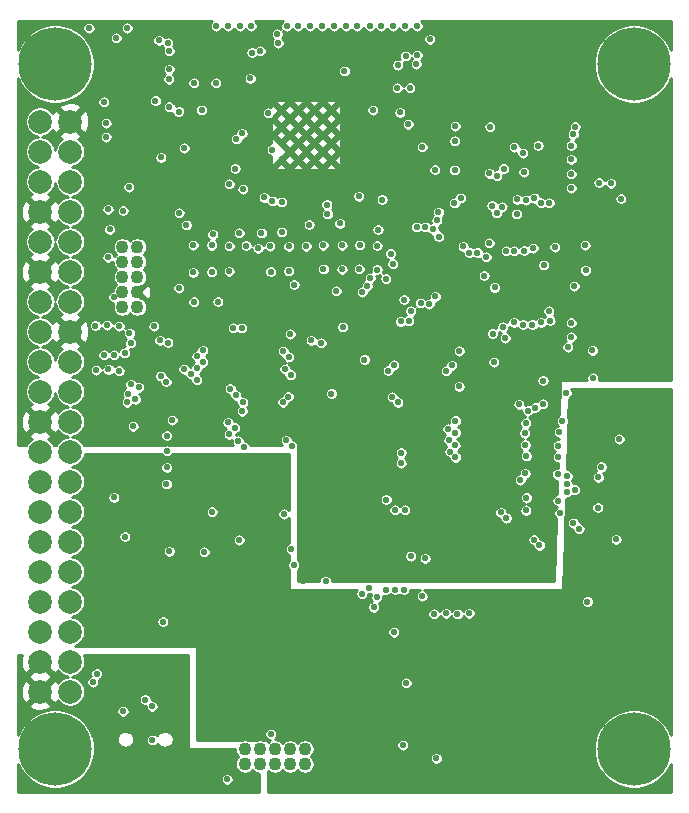
<source format=gbr>
G04 #@! TF.GenerationSoftware,KiCad,Pcbnew,5.1.5+dfsg1-2~bpo10+1*
G04 #@! TF.CreationDate,2020-02-19T22:44:21+01:00*
G04 #@! TF.ProjectId,gem-demo-board,67656d2d-6465-46d6-9f2d-626f6172642e,rev?*
G04 #@! TF.SameCoordinates,Original*
G04 #@! TF.FileFunction,Copper,L5,Inr*
G04 #@! TF.FilePolarity,Positive*
%FSLAX46Y46*%
G04 Gerber Fmt 4.6, Leading zero omitted, Abs format (unit mm)*
G04 Created by KiCad (PCBNEW 5.1.5+dfsg1-2~bpo10+1) date 2020-02-19 22:44:21*
%MOMM*%
%LPD*%
G04 APERTURE LIST*
%ADD10C,1.100000*%
%ADD11C,0.500000*%
%ADD12C,6.200000*%
%ADD13C,2.000000*%
%ADD14C,0.550000*%
%ADD15C,0.254000*%
G04 APERTURE END LIST*
D10*
X52440000Y-92240000D03*
X52440000Y-93510000D03*
X51170000Y-92240000D03*
X51170000Y-93510000D03*
X49900000Y-92240000D03*
X49900000Y-93510000D03*
X48630000Y-92240000D03*
X48630000Y-93510000D03*
X47360000Y-92240000D03*
X47360000Y-93510000D03*
D11*
X50450000Y-42350000D03*
X51850000Y-42350000D03*
X53250000Y-42350000D03*
X54650000Y-42350000D03*
X50450000Y-40950000D03*
X51850000Y-40950000D03*
X53250000Y-40950000D03*
X54650000Y-40950000D03*
X50450000Y-39550000D03*
X51850000Y-39550000D03*
X53250000Y-39550000D03*
X54650000Y-39550000D03*
X50450000Y-38150000D03*
X51850000Y-38150000D03*
X53250000Y-38150000D03*
X54650000Y-38150000D03*
D10*
X36990000Y-49740000D03*
X38260000Y-49740000D03*
X36990000Y-51010000D03*
X38260000Y-51010000D03*
X36990000Y-52280000D03*
X38260000Y-52280000D03*
X36990000Y-53550000D03*
X38260000Y-53550000D03*
X36990000Y-54820000D03*
X38260000Y-54820000D03*
D12*
X31300000Y-34250000D03*
X31300000Y-92250000D03*
X80300000Y-92250000D03*
X80300000Y-34250000D03*
D13*
X32570000Y-87380000D03*
X30030000Y-87380000D03*
X32570000Y-84840000D03*
X30030000Y-84840000D03*
X32570000Y-82300000D03*
X30030000Y-82300000D03*
X32570000Y-79760000D03*
X30030000Y-79760000D03*
X32570000Y-77220000D03*
X30030000Y-77220000D03*
X32570000Y-74680000D03*
X30030000Y-74680000D03*
X32570000Y-72140000D03*
X30030000Y-72140000D03*
X32570000Y-69600000D03*
X30030000Y-69600000D03*
X32570000Y-67060000D03*
X30030000Y-67060000D03*
X32570000Y-64520000D03*
X30030000Y-64520000D03*
X32570000Y-61980000D03*
X30030000Y-61980000D03*
X32570000Y-59440000D03*
X30030000Y-59440000D03*
X32570000Y-56900000D03*
X30030000Y-56900000D03*
X32570000Y-54360000D03*
X30030000Y-54360000D03*
X32570000Y-51820000D03*
X30030000Y-51820000D03*
X32570000Y-49280000D03*
X30030000Y-49280000D03*
X32570000Y-46740000D03*
X30030000Y-46740000D03*
X32570000Y-44200000D03*
X30030000Y-44200000D03*
X32570000Y-41660000D03*
X30030000Y-41660000D03*
X32570000Y-39120000D03*
X30030000Y-39120000D03*
D14*
X51078649Y-59048649D03*
X69508649Y-72698649D03*
X69835801Y-46504351D03*
X36270000Y-70950000D03*
X68730000Y-49960000D03*
X73970876Y-56979124D03*
X41165000Y-41550000D03*
X35615000Y-43760000D03*
X58274987Y-76000000D03*
X39540000Y-91480000D03*
X39510000Y-88630000D03*
X42770000Y-34120000D03*
X43120000Y-45680000D03*
X53110000Y-74425000D03*
X63580000Y-93040000D03*
X62520000Y-35370000D03*
X58530000Y-43900000D03*
X65290000Y-50370000D03*
X69220000Y-55080000D03*
X74560000Y-62110000D03*
X60300000Y-43850000D03*
X51800000Y-57650000D03*
X74300000Y-49750000D03*
X73900000Y-55800000D03*
X34480494Y-86588254D03*
X34820000Y-85860000D03*
X43700000Y-63375010D03*
X44039117Y-43360883D03*
X75358420Y-56784458D03*
X38200000Y-32050000D03*
X75290000Y-70287510D03*
X74800000Y-51050000D03*
X67900000Y-61750000D03*
X67900000Y-64950000D03*
X67700000Y-68050000D03*
X61400000Y-66050000D03*
X60600000Y-65250000D03*
X61400000Y-63050000D03*
X58700000Y-62050000D03*
X60500000Y-59250000D03*
X60100000Y-58450000D03*
X50200000Y-65950000D03*
X50200000Y-64550000D03*
X51100000Y-63950000D03*
X51300000Y-61450000D03*
X47400000Y-58450000D03*
X51000000Y-57750000D03*
X43900000Y-61550000D03*
X71300000Y-46750000D03*
X76550000Y-55000000D03*
X76550000Y-54000000D03*
X78550000Y-60750000D03*
X78800000Y-51500000D03*
X77300000Y-69250000D03*
X77550000Y-68350000D03*
X78800000Y-74500000D03*
X79050000Y-66000000D03*
X45800000Y-38100000D03*
X44800000Y-38100000D03*
X52300000Y-78000000D03*
X37050000Y-89050000D03*
X55300000Y-45600000D03*
X49800000Y-47850000D03*
X56300000Y-47850000D03*
X57550000Y-48600000D03*
X59300000Y-47850000D03*
X58420000Y-37490000D03*
X60300000Y-39850000D03*
X47135883Y-42014117D03*
X47050000Y-44100000D03*
X45800000Y-42600000D03*
X44800000Y-42600000D03*
X47050000Y-37850000D03*
X47050000Y-36850000D03*
X52800000Y-34600000D03*
X67370000Y-76760000D03*
X70370000Y-76760000D03*
X73370000Y-76760000D03*
X76370000Y-79760000D03*
X51048649Y-62411351D03*
X71831351Y-74521351D03*
X50571351Y-62888649D03*
X72308649Y-74998649D03*
X50761351Y-60081351D03*
X75181351Y-73121351D03*
X51238649Y-60558649D03*
X75658649Y-73598649D03*
X50601351Y-58571351D03*
X69031351Y-72221351D03*
X58270000Y-80250000D03*
X60750000Y-91910000D03*
X58995876Y-45725876D03*
X50670000Y-72350010D03*
X37058471Y-46666283D03*
X41810000Y-46850000D03*
X74700000Y-58220000D03*
X51520000Y-76670000D03*
X75260000Y-53060000D03*
X38920000Y-88060000D03*
X54300000Y-46150000D03*
X59889124Y-51160876D03*
X46875000Y-48550000D03*
X61400000Y-55150000D03*
X79200000Y-45650000D03*
X54700000Y-62150000D03*
X62370000Y-79310000D03*
X59970000Y-82360000D03*
X66370000Y-80760000D03*
X44600000Y-72160000D03*
X73137500Y-46000000D03*
X64888649Y-59761351D03*
X66382500Y-50220000D03*
X59501351Y-60208649D03*
X67057500Y-50220000D03*
X59978649Y-59731351D03*
X69482500Y-50080000D03*
X60328649Y-62908649D03*
X70157500Y-50080000D03*
X59851351Y-62431351D03*
X72462500Y-46000000D03*
X64411351Y-60238649D03*
X77245010Y-71809999D03*
X74997079Y-57354610D03*
X46654986Y-40594838D03*
X75000000Y-56150000D03*
X47139654Y-40125010D03*
X62390000Y-41270000D03*
X76800000Y-58500000D03*
X76816211Y-60834772D03*
X74600000Y-70487500D03*
X51338649Y-66588649D03*
X74600000Y-69812500D03*
X50861351Y-66111351D03*
X42420000Y-47875000D03*
X45920000Y-31040000D03*
X71790000Y-49840000D03*
X44550000Y-49600000D03*
X44550000Y-51840000D03*
X73600000Y-49750000D03*
X45090000Y-54365000D03*
X46930000Y-31040000D03*
X46040000Y-49650000D03*
X46040000Y-51800000D03*
X72660000Y-51280000D03*
X71000000Y-50050000D03*
X65845261Y-49696491D03*
X70980000Y-43410000D03*
X46800000Y-66150000D03*
X41200871Y-64399386D03*
X72200000Y-41150000D03*
X70428868Y-45717220D03*
X38100000Y-62647018D03*
X57294393Y-53569252D03*
X46030000Y-65610000D03*
X38380000Y-61630000D03*
X57719475Y-53044912D03*
X71160000Y-45780000D03*
X46500000Y-65035010D03*
X71880000Y-45605010D03*
X57970000Y-52370000D03*
X45940000Y-64600000D03*
X37705000Y-61380000D03*
X47910000Y-31040000D03*
X61222746Y-55994857D03*
X47090000Y-56590000D03*
X47480000Y-49620000D03*
X67616541Y-52166541D03*
X44930000Y-31040000D03*
X42980000Y-49580000D03*
X42990000Y-51900000D03*
X67810000Y-50575000D03*
X55950000Y-31040000D03*
X53840000Y-57860000D03*
X54020000Y-51590000D03*
X54010000Y-49600000D03*
X69400000Y-57450000D03*
X53920000Y-31040000D03*
X51207227Y-57107594D03*
X51530000Y-52930000D03*
X52570000Y-49680000D03*
X69190000Y-56499999D03*
X51888000Y-31040000D03*
X49550000Y-51830000D03*
X49490000Y-49670000D03*
X57900000Y-78600000D03*
X55100000Y-53450000D03*
X40750000Y-65710000D03*
X40790000Y-67000000D03*
X48480000Y-49860000D03*
X59300000Y-52430000D03*
X47825000Y-35475000D03*
X59700000Y-50300000D03*
X60550000Y-56050000D03*
X46050000Y-44400000D03*
X44650000Y-48675000D03*
X46900000Y-74550000D03*
X40750000Y-68410000D03*
X56890000Y-31040000D03*
X57040000Y-51600000D03*
X57080000Y-49590000D03*
X57280000Y-79110000D03*
X54930000Y-31040000D03*
X73210000Y-55970000D03*
X55640000Y-56525000D03*
X46390000Y-56590000D03*
X55590000Y-51630000D03*
X55600000Y-49600000D03*
X52900000Y-31040000D03*
X52990000Y-57650000D03*
X51070000Y-51790000D03*
X51080000Y-49690000D03*
X68340000Y-57070000D03*
X43700000Y-38150000D03*
X49000000Y-45550000D03*
X49703749Y-45851874D03*
X43050000Y-35850000D03*
X39800000Y-37350000D03*
X37535000Y-44680000D03*
X50474990Y-45950000D03*
X35770000Y-50610000D03*
X43020000Y-82710000D03*
X50700000Y-69050000D03*
X50800000Y-67850000D03*
X75300000Y-63000000D03*
X78300000Y-63000000D03*
X78050000Y-76000000D03*
X45400000Y-89920000D03*
X75820000Y-76260000D03*
X38280000Y-91550000D03*
X38270000Y-88630000D03*
X39790000Y-87700000D03*
X40420000Y-81460000D03*
X34625000Y-88175000D03*
X51280000Y-75300000D03*
X59294989Y-78760000D03*
X74250021Y-64490000D03*
X72450000Y-56130000D03*
X73975010Y-65410000D03*
X71720000Y-56310000D03*
X73900000Y-66560000D03*
X70900000Y-56310000D03*
X73900000Y-67520000D03*
X70130000Y-56130000D03*
X40975020Y-75510000D03*
X68510000Y-53170000D03*
X73100000Y-55150000D03*
X60820000Y-78759996D03*
X43920000Y-75560000D03*
X68436316Y-59493684D03*
X72610000Y-61050000D03*
X60070000Y-78759994D03*
X70560000Y-63060000D03*
X74020000Y-72280000D03*
X71324748Y-63604339D03*
X73880000Y-71220000D03*
X71950000Y-63350000D03*
X74660000Y-69110000D03*
X72600000Y-63020000D03*
X73840000Y-68990000D03*
X43800000Y-59500000D03*
X49570000Y-90980000D03*
X43300000Y-60000000D03*
X43300000Y-59000000D03*
X43800000Y-58500000D03*
X60940000Y-31040000D03*
X63020000Y-32160000D03*
X61950000Y-31040000D03*
X36260000Y-58884659D03*
X35710000Y-56360000D03*
X47150000Y-63650000D03*
X37181843Y-58714583D03*
X36729124Y-56440876D03*
X47200000Y-62900000D03*
X40158916Y-57648667D03*
X34710000Y-56390000D03*
X46600000Y-62300000D03*
X47274980Y-66675000D03*
X42210000Y-60080000D03*
X45870000Y-94810000D03*
X46130000Y-61730000D03*
X43300000Y-61000000D03*
X42790000Y-60490000D03*
X40960000Y-33130000D03*
X57490000Y-59270000D03*
X34170000Y-31210000D03*
X36730000Y-60220000D03*
X59339444Y-71125000D03*
X35820330Y-60109670D03*
X60900000Y-72000000D03*
X34780000Y-60170000D03*
X60050000Y-72000000D03*
X65500000Y-58550000D03*
X71154767Y-64655233D03*
X71050000Y-65480000D03*
X71120000Y-66510000D03*
X71200000Y-67430000D03*
X41775000Y-53220000D03*
X61400000Y-75922500D03*
X62630000Y-76110000D03*
X65500000Y-61550000D03*
X71090000Y-68920000D03*
X70677779Y-69487500D03*
X71210000Y-70960000D03*
X71160000Y-72050000D03*
X65200000Y-64450000D03*
X64559637Y-65150000D03*
X39663251Y-56450000D03*
X36270000Y-53970000D03*
X65200000Y-65450000D03*
X64639844Y-66100001D03*
X65162623Y-66527000D03*
X60600000Y-67150000D03*
X64722702Y-67072702D03*
X43040000Y-54380000D03*
X40850000Y-57830000D03*
X60600000Y-68050000D03*
X65200000Y-67550000D03*
X48670000Y-33130000D03*
X58640000Y-48270000D03*
X52800000Y-47850000D03*
X61200000Y-39350000D03*
X60300000Y-34350000D03*
X55800000Y-34850000D03*
X49670000Y-41500000D03*
X46550000Y-43100000D03*
X47960000Y-33280000D03*
X50175426Y-32482515D03*
X40829710Y-32467692D03*
X35430000Y-37460000D03*
X60500000Y-38350000D03*
X44900000Y-35850000D03*
X50910000Y-31040000D03*
X49360000Y-38390000D03*
X47200000Y-44850000D03*
X58200000Y-38150000D03*
X55400000Y-47750000D03*
X57000000Y-45450000D03*
X57950000Y-31040000D03*
X37199999Y-74260000D03*
X58570000Y-51650000D03*
X58570000Y-49630000D03*
X58540000Y-79390000D03*
X54200000Y-78050000D03*
X40070000Y-32249999D03*
X37910000Y-64920000D03*
X37390000Y-31200000D03*
X40970000Y-34700000D03*
X36460000Y-32040000D03*
X37400000Y-62890000D03*
X40230047Y-60679952D03*
X40250001Y-42160000D03*
X35615000Y-40435000D03*
X37598248Y-57050000D03*
X35915200Y-48255200D03*
X40970000Y-37870000D03*
X37706633Y-57868702D03*
X40920000Y-35540000D03*
X35780000Y-46550000D03*
X41750000Y-38275000D03*
X35615000Y-39260000D03*
X35420000Y-58870000D03*
X37484989Y-62174989D03*
X40717558Y-61146814D03*
X42240000Y-41360000D03*
X78350000Y-44350000D03*
X68120000Y-39560000D03*
X75320656Y-39557156D03*
X77350000Y-44300000D03*
X75170000Y-40210000D03*
X68070000Y-43510000D03*
X76178459Y-49591541D03*
X76210000Y-51720000D03*
X70170000Y-41290000D03*
X63370000Y-80809998D03*
X69272500Y-43107500D03*
X70890000Y-41787500D03*
X64370000Y-80760000D03*
X68709454Y-43710000D03*
X61020000Y-86650000D03*
X65370000Y-80810000D03*
X68675000Y-46869124D03*
X63760000Y-46810000D03*
X68043524Y-49397625D03*
X60840000Y-54199999D03*
X63620000Y-47490000D03*
X62240000Y-54480000D03*
X68292341Y-46232341D03*
X62970000Y-54580000D03*
X65120002Y-43210000D03*
X65125001Y-40760000D03*
X63490000Y-53930000D03*
X63440000Y-43200000D03*
X65170000Y-39509994D03*
X63772124Y-48866124D03*
X75000000Y-41150000D03*
X63300000Y-48250000D03*
X75000000Y-42325000D03*
X62659637Y-48036546D03*
X75000000Y-43550000D03*
X61900000Y-48050000D03*
X75000000Y-44750000D03*
X58910000Y-31040000D03*
X50474990Y-48475000D03*
X61320000Y-36260000D03*
X61970000Y-33510000D03*
X59900000Y-31040000D03*
X61860000Y-34250000D03*
X60275000Y-36270000D03*
X48775000Y-48575000D03*
X60970000Y-33590000D03*
X65116356Y-46017947D03*
X70370000Y-46930000D03*
X69150000Y-46340000D03*
X65630000Y-45580000D03*
X50090000Y-31710000D03*
X54360000Y-46950000D03*
X40730000Y-69820000D03*
D15*
G36*
X44578120Y-30611234D02*
G01*
X44501234Y-30688120D01*
X44440824Y-30778530D01*
X44399213Y-30878988D01*
X44378000Y-30985633D01*
X44378000Y-31094367D01*
X44399213Y-31201012D01*
X44440824Y-31301470D01*
X44501234Y-31391880D01*
X44578120Y-31468766D01*
X44668530Y-31529176D01*
X44768988Y-31570787D01*
X44875633Y-31592000D01*
X44984367Y-31592000D01*
X45091012Y-31570787D01*
X45191470Y-31529176D01*
X45281880Y-31468766D01*
X45358766Y-31391880D01*
X45419176Y-31301470D01*
X45425000Y-31287410D01*
X45430824Y-31301470D01*
X45491234Y-31391880D01*
X45568120Y-31468766D01*
X45658530Y-31529176D01*
X45758988Y-31570787D01*
X45865633Y-31592000D01*
X45974367Y-31592000D01*
X46081012Y-31570787D01*
X46181470Y-31529176D01*
X46271880Y-31468766D01*
X46348766Y-31391880D01*
X46409176Y-31301470D01*
X46425000Y-31263267D01*
X46440824Y-31301470D01*
X46501234Y-31391880D01*
X46578120Y-31468766D01*
X46668530Y-31529176D01*
X46768988Y-31570787D01*
X46875633Y-31592000D01*
X46984367Y-31592000D01*
X47091012Y-31570787D01*
X47191470Y-31529176D01*
X47281880Y-31468766D01*
X47358766Y-31391880D01*
X47419176Y-31301470D01*
X47420000Y-31299481D01*
X47420824Y-31301470D01*
X47481234Y-31391880D01*
X47558120Y-31468766D01*
X47648530Y-31529176D01*
X47748988Y-31570787D01*
X47855633Y-31592000D01*
X47964367Y-31592000D01*
X48071012Y-31570787D01*
X48171470Y-31529176D01*
X48261880Y-31468766D01*
X48338766Y-31391880D01*
X48399176Y-31301470D01*
X48440787Y-31201012D01*
X48462000Y-31094367D01*
X48462000Y-30985633D01*
X48440787Y-30878988D01*
X48399176Y-30778530D01*
X48338766Y-30688120D01*
X48261880Y-30611234D01*
X48248060Y-30602000D01*
X50571940Y-30602000D01*
X50558120Y-30611234D01*
X50481234Y-30688120D01*
X50420824Y-30778530D01*
X50379213Y-30878988D01*
X50358000Y-30985633D01*
X50358000Y-31094367D01*
X50379213Y-31201012D01*
X50401177Y-31254037D01*
X50351470Y-31220824D01*
X50251012Y-31179213D01*
X50144367Y-31158000D01*
X50035633Y-31158000D01*
X49928988Y-31179213D01*
X49828530Y-31220824D01*
X49738120Y-31281234D01*
X49661234Y-31358120D01*
X49600824Y-31448530D01*
X49559213Y-31548988D01*
X49538000Y-31655633D01*
X49538000Y-31764367D01*
X49559213Y-31871012D01*
X49600824Y-31971470D01*
X49661234Y-32061880D01*
X49738120Y-32138766D01*
X49740268Y-32140201D01*
X49686250Y-32221045D01*
X49644639Y-32321503D01*
X49623426Y-32428148D01*
X49623426Y-32536882D01*
X49644639Y-32643527D01*
X49686250Y-32743985D01*
X49746660Y-32834395D01*
X49823546Y-32911281D01*
X49913956Y-32971691D01*
X50014414Y-33013302D01*
X50121059Y-33034515D01*
X50229793Y-33034515D01*
X50336438Y-33013302D01*
X50436896Y-32971691D01*
X50527306Y-32911281D01*
X50604192Y-32834395D01*
X50664602Y-32743985D01*
X50706213Y-32643527D01*
X50727426Y-32536882D01*
X50727426Y-32428148D01*
X50706213Y-32321503D01*
X50664602Y-32221045D01*
X50604192Y-32130635D01*
X50579190Y-32105633D01*
X62468000Y-32105633D01*
X62468000Y-32214367D01*
X62489213Y-32321012D01*
X62530824Y-32421470D01*
X62591234Y-32511880D01*
X62668120Y-32588766D01*
X62758530Y-32649176D01*
X62858988Y-32690787D01*
X62965633Y-32712000D01*
X63074367Y-32712000D01*
X63181012Y-32690787D01*
X63281470Y-32649176D01*
X63371880Y-32588766D01*
X63448766Y-32511880D01*
X63509176Y-32421470D01*
X63550787Y-32321012D01*
X63572000Y-32214367D01*
X63572000Y-32105633D01*
X63550787Y-31998988D01*
X63509176Y-31898530D01*
X63448766Y-31808120D01*
X63371880Y-31731234D01*
X63281470Y-31670824D01*
X63181012Y-31629213D01*
X63074367Y-31608000D01*
X62965633Y-31608000D01*
X62858988Y-31629213D01*
X62758530Y-31670824D01*
X62668120Y-31731234D01*
X62591234Y-31808120D01*
X62530824Y-31898530D01*
X62489213Y-31998988D01*
X62468000Y-32105633D01*
X50579190Y-32105633D01*
X50527306Y-32053749D01*
X50525158Y-32052314D01*
X50579176Y-31971470D01*
X50620787Y-31871012D01*
X50642000Y-31764367D01*
X50642000Y-31655633D01*
X50620787Y-31548988D01*
X50598823Y-31495963D01*
X50648530Y-31529176D01*
X50748988Y-31570787D01*
X50855633Y-31592000D01*
X50964367Y-31592000D01*
X51071012Y-31570787D01*
X51171470Y-31529176D01*
X51261880Y-31468766D01*
X51338766Y-31391880D01*
X51399000Y-31301733D01*
X51459234Y-31391880D01*
X51536120Y-31468766D01*
X51626530Y-31529176D01*
X51726988Y-31570787D01*
X51833633Y-31592000D01*
X51942367Y-31592000D01*
X52049012Y-31570787D01*
X52149470Y-31529176D01*
X52239880Y-31468766D01*
X52316766Y-31391880D01*
X52377176Y-31301470D01*
X52394000Y-31260853D01*
X52410824Y-31301470D01*
X52471234Y-31391880D01*
X52548120Y-31468766D01*
X52638530Y-31529176D01*
X52738988Y-31570787D01*
X52845633Y-31592000D01*
X52954367Y-31592000D01*
X53061012Y-31570787D01*
X53161470Y-31529176D01*
X53251880Y-31468766D01*
X53328766Y-31391880D01*
X53389176Y-31301470D01*
X53410000Y-31251196D01*
X53430824Y-31301470D01*
X53491234Y-31391880D01*
X53568120Y-31468766D01*
X53658530Y-31529176D01*
X53758988Y-31570787D01*
X53865633Y-31592000D01*
X53974367Y-31592000D01*
X54081012Y-31570787D01*
X54181470Y-31529176D01*
X54271880Y-31468766D01*
X54348766Y-31391880D01*
X54409176Y-31301470D01*
X54425000Y-31263267D01*
X54440824Y-31301470D01*
X54501234Y-31391880D01*
X54578120Y-31468766D01*
X54668530Y-31529176D01*
X54768988Y-31570787D01*
X54875633Y-31592000D01*
X54984367Y-31592000D01*
X55091012Y-31570787D01*
X55191470Y-31529176D01*
X55281880Y-31468766D01*
X55358766Y-31391880D01*
X55419176Y-31301470D01*
X55440000Y-31251196D01*
X55460824Y-31301470D01*
X55521234Y-31391880D01*
X55598120Y-31468766D01*
X55688530Y-31529176D01*
X55788988Y-31570787D01*
X55895633Y-31592000D01*
X56004367Y-31592000D01*
X56111012Y-31570787D01*
X56211470Y-31529176D01*
X56301880Y-31468766D01*
X56378766Y-31391880D01*
X56420000Y-31330169D01*
X56461234Y-31391880D01*
X56538120Y-31468766D01*
X56628530Y-31529176D01*
X56728988Y-31570787D01*
X56835633Y-31592000D01*
X56944367Y-31592000D01*
X57051012Y-31570787D01*
X57151470Y-31529176D01*
X57241880Y-31468766D01*
X57318766Y-31391880D01*
X57379176Y-31301470D01*
X57420000Y-31202912D01*
X57460824Y-31301470D01*
X57521234Y-31391880D01*
X57598120Y-31468766D01*
X57688530Y-31529176D01*
X57788988Y-31570787D01*
X57895633Y-31592000D01*
X58004367Y-31592000D01*
X58111012Y-31570787D01*
X58211470Y-31529176D01*
X58301880Y-31468766D01*
X58378766Y-31391880D01*
X58430000Y-31315203D01*
X58481234Y-31391880D01*
X58558120Y-31468766D01*
X58648530Y-31529176D01*
X58748988Y-31570787D01*
X58855633Y-31592000D01*
X58964367Y-31592000D01*
X59071012Y-31570787D01*
X59171470Y-31529176D01*
X59261880Y-31468766D01*
X59338766Y-31391880D01*
X59399176Y-31301470D01*
X59405000Y-31287410D01*
X59410824Y-31301470D01*
X59471234Y-31391880D01*
X59548120Y-31468766D01*
X59638530Y-31529176D01*
X59738988Y-31570787D01*
X59845633Y-31592000D01*
X59954367Y-31592000D01*
X60061012Y-31570787D01*
X60161470Y-31529176D01*
X60251880Y-31468766D01*
X60328766Y-31391880D01*
X60389176Y-31301470D01*
X60420000Y-31227054D01*
X60450824Y-31301470D01*
X60511234Y-31391880D01*
X60588120Y-31468766D01*
X60678530Y-31529176D01*
X60778988Y-31570787D01*
X60885633Y-31592000D01*
X60994367Y-31592000D01*
X61101012Y-31570787D01*
X61201470Y-31529176D01*
X61291880Y-31468766D01*
X61368766Y-31391880D01*
X61429176Y-31301470D01*
X61445000Y-31263267D01*
X61460824Y-31301470D01*
X61521234Y-31391880D01*
X61598120Y-31468766D01*
X61688530Y-31529176D01*
X61788988Y-31570787D01*
X61895633Y-31592000D01*
X62004367Y-31592000D01*
X62111012Y-31570787D01*
X62211470Y-31529176D01*
X62301880Y-31468766D01*
X62378766Y-31391880D01*
X62439176Y-31301470D01*
X62480787Y-31201012D01*
X62502000Y-31094367D01*
X62502000Y-30985633D01*
X62480787Y-30878988D01*
X62439176Y-30778530D01*
X62378766Y-30688120D01*
X62301880Y-30611234D01*
X62288060Y-30602000D01*
X83448001Y-30602000D01*
X83448001Y-33025419D01*
X83292659Y-32650391D01*
X82923087Y-32097288D01*
X82452712Y-31626913D01*
X81899609Y-31257341D01*
X81285035Y-31002776D01*
X80632605Y-30873000D01*
X79967395Y-30873000D01*
X79314965Y-31002776D01*
X78700391Y-31257341D01*
X78147288Y-31626913D01*
X77676913Y-32097288D01*
X77307341Y-32650391D01*
X77052776Y-33264965D01*
X76923000Y-33917395D01*
X76923000Y-34582605D01*
X77052776Y-35235035D01*
X77307341Y-35849609D01*
X77676913Y-36402712D01*
X78147288Y-36873087D01*
X78700391Y-37242659D01*
X79314965Y-37497224D01*
X79967395Y-37627000D01*
X80632605Y-37627000D01*
X81285035Y-37497224D01*
X81899609Y-37242659D01*
X82452712Y-36873087D01*
X82923087Y-36402712D01*
X83292659Y-35849609D01*
X83448001Y-35474581D01*
X83448001Y-61023000D01*
X77335725Y-61023000D01*
X77346998Y-60995784D01*
X77368211Y-60889139D01*
X77368211Y-60780405D01*
X77346998Y-60673760D01*
X77305387Y-60573302D01*
X77244977Y-60482892D01*
X77168091Y-60406006D01*
X77077681Y-60345596D01*
X76977223Y-60303985D01*
X76870578Y-60282772D01*
X76761844Y-60282772D01*
X76655199Y-60303985D01*
X76554741Y-60345596D01*
X76464331Y-60406006D01*
X76387445Y-60482892D01*
X76327035Y-60573302D01*
X76285424Y-60673760D01*
X76264211Y-60780405D01*
X76264211Y-60889139D01*
X76285424Y-60995784D01*
X76296697Y-61023000D01*
X74200000Y-61023000D01*
X74175224Y-61025440D01*
X74151399Y-61032667D01*
X74129443Y-61044403D01*
X74110197Y-61060197D01*
X74094403Y-61079443D01*
X74082667Y-61101399D01*
X74075440Y-61125224D01*
X74073055Y-61146266D01*
X73989104Y-64000595D01*
X73988551Y-64000824D01*
X73898141Y-64061234D01*
X73821255Y-64138120D01*
X73760845Y-64228530D01*
X73719234Y-64328988D01*
X73698021Y-64435633D01*
X73698021Y-64544367D01*
X73719234Y-64651012D01*
X73760845Y-64751470D01*
X73821255Y-64841880D01*
X73851190Y-64871815D01*
X73813998Y-64879213D01*
X73713540Y-64920824D01*
X73623130Y-64981234D01*
X73546244Y-65058120D01*
X73485834Y-65148530D01*
X73444223Y-65248988D01*
X73423010Y-65355633D01*
X73423010Y-65464367D01*
X73444223Y-65571012D01*
X73485834Y-65671470D01*
X73546244Y-65761880D01*
X73623130Y-65838766D01*
X73713540Y-65899176D01*
X73813998Y-65940787D01*
X73920643Y-65962000D01*
X73931416Y-65962000D01*
X73930063Y-66008000D01*
X73845633Y-66008000D01*
X73738988Y-66029213D01*
X73638530Y-66070824D01*
X73548120Y-66131234D01*
X73471234Y-66208120D01*
X73410824Y-66298530D01*
X73369213Y-66398988D01*
X73348000Y-66505633D01*
X73348000Y-66614367D01*
X73369213Y-66721012D01*
X73410824Y-66821470D01*
X73471234Y-66911880D01*
X73548120Y-66988766D01*
X73624797Y-67040000D01*
X73548120Y-67091234D01*
X73471234Y-67168120D01*
X73410824Y-67258530D01*
X73369213Y-67358988D01*
X73348000Y-67465633D01*
X73348000Y-67574367D01*
X73369213Y-67681012D01*
X73410824Y-67781470D01*
X73471234Y-67871880D01*
X73548120Y-67948766D01*
X73638530Y-68009176D01*
X73738988Y-68050787D01*
X73845633Y-68072000D01*
X73869357Y-68072000D01*
X73858592Y-68438000D01*
X73785633Y-68438000D01*
X73678988Y-68459213D01*
X73578530Y-68500824D01*
X73488120Y-68561234D01*
X73411234Y-68638120D01*
X73350824Y-68728530D01*
X73309213Y-68828988D01*
X73288000Y-68935633D01*
X73288000Y-69044367D01*
X73309213Y-69151012D01*
X73350824Y-69251470D01*
X73411234Y-69341880D01*
X73488120Y-69418766D01*
X73578530Y-69479176D01*
X73678988Y-69520787D01*
X73785633Y-69542000D01*
X73826121Y-69542000D01*
X73792812Y-70674529D01*
X73718988Y-70689213D01*
X73618530Y-70730824D01*
X73528120Y-70791234D01*
X73451234Y-70868120D01*
X73390824Y-70958530D01*
X73349213Y-71058988D01*
X73328000Y-71165633D01*
X73328000Y-71274367D01*
X73349213Y-71381012D01*
X73390824Y-71481470D01*
X73451234Y-71571880D01*
X73528120Y-71648766D01*
X73618530Y-71709176D01*
X73718988Y-71750787D01*
X73760912Y-71759126D01*
X73759997Y-71790216D01*
X73758530Y-71790824D01*
X73668120Y-71851234D01*
X73591234Y-71928120D01*
X73530824Y-72018530D01*
X73489213Y-72118988D01*
X73468000Y-72225633D01*
X73468000Y-72334367D01*
X73489213Y-72441012D01*
X73530824Y-72541470D01*
X73591234Y-72631880D01*
X73668120Y-72708766D01*
X73731731Y-72751270D01*
X73576680Y-78023000D01*
X54752000Y-78023000D01*
X54752000Y-77995633D01*
X54730787Y-77888988D01*
X54689176Y-77788530D01*
X54628766Y-77698120D01*
X54551880Y-77621234D01*
X54461470Y-77560824D01*
X54361012Y-77519213D01*
X54254367Y-77498000D01*
X54145633Y-77498000D01*
X54038988Y-77519213D01*
X53938530Y-77560824D01*
X53848120Y-77621234D01*
X53771234Y-77698120D01*
X53710824Y-77788530D01*
X53669213Y-77888988D01*
X53648000Y-77995633D01*
X53648000Y-78023000D01*
X51827000Y-78023000D01*
X51827000Y-77128754D01*
X51871880Y-77098766D01*
X51948766Y-77021880D01*
X52009176Y-76931470D01*
X52050787Y-76831012D01*
X52072000Y-76724367D01*
X52072000Y-76615633D01*
X52050787Y-76508988D01*
X52009176Y-76408530D01*
X51948766Y-76318120D01*
X51871880Y-76241234D01*
X51827000Y-76211246D01*
X51827000Y-75868133D01*
X60848000Y-75868133D01*
X60848000Y-75976867D01*
X60869213Y-76083512D01*
X60910824Y-76183970D01*
X60971234Y-76274380D01*
X61048120Y-76351266D01*
X61138530Y-76411676D01*
X61238988Y-76453287D01*
X61345633Y-76474500D01*
X61454367Y-76474500D01*
X61561012Y-76453287D01*
X61661470Y-76411676D01*
X61751880Y-76351266D01*
X61828766Y-76274380D01*
X61889176Y-76183970D01*
X61930787Y-76083512D01*
X61936332Y-76055633D01*
X62078000Y-76055633D01*
X62078000Y-76164367D01*
X62099213Y-76271012D01*
X62140824Y-76371470D01*
X62201234Y-76461880D01*
X62278120Y-76538766D01*
X62368530Y-76599176D01*
X62468988Y-76640787D01*
X62575633Y-76662000D01*
X62684367Y-76662000D01*
X62791012Y-76640787D01*
X62891470Y-76599176D01*
X62981880Y-76538766D01*
X63058766Y-76461880D01*
X63119176Y-76371470D01*
X63160787Y-76271012D01*
X63182000Y-76164367D01*
X63182000Y-76055633D01*
X63160787Y-75948988D01*
X63119176Y-75848530D01*
X63058766Y-75758120D01*
X62981880Y-75681234D01*
X62891470Y-75620824D01*
X62791012Y-75579213D01*
X62684367Y-75558000D01*
X62575633Y-75558000D01*
X62468988Y-75579213D01*
X62368530Y-75620824D01*
X62278120Y-75681234D01*
X62201234Y-75758120D01*
X62140824Y-75848530D01*
X62099213Y-75948988D01*
X62078000Y-76055633D01*
X61936332Y-76055633D01*
X61952000Y-75976867D01*
X61952000Y-75868133D01*
X61930787Y-75761488D01*
X61889176Y-75661030D01*
X61828766Y-75570620D01*
X61751880Y-75493734D01*
X61661470Y-75433324D01*
X61561012Y-75391713D01*
X61454367Y-75370500D01*
X61345633Y-75370500D01*
X61238988Y-75391713D01*
X61138530Y-75433324D01*
X61048120Y-75493734D01*
X60971234Y-75570620D01*
X60910824Y-75661030D01*
X60869213Y-75761488D01*
X60848000Y-75868133D01*
X51827000Y-75868133D01*
X51827000Y-75379504D01*
X51832000Y-75354367D01*
X51832000Y-75245633D01*
X51827000Y-75220496D01*
X51827000Y-74466984D01*
X71279351Y-74466984D01*
X71279351Y-74575718D01*
X71300564Y-74682363D01*
X71342175Y-74782821D01*
X71402585Y-74873231D01*
X71479471Y-74950117D01*
X71569881Y-75010527D01*
X71670339Y-75052138D01*
X71760023Y-75069977D01*
X71777862Y-75159661D01*
X71819473Y-75260119D01*
X71879883Y-75350529D01*
X71956769Y-75427415D01*
X72047179Y-75487825D01*
X72147637Y-75529436D01*
X72254282Y-75550649D01*
X72363016Y-75550649D01*
X72469661Y-75529436D01*
X72570119Y-75487825D01*
X72660529Y-75427415D01*
X72737415Y-75350529D01*
X72797825Y-75260119D01*
X72839436Y-75159661D01*
X72860649Y-75053016D01*
X72860649Y-74944282D01*
X72839436Y-74837637D01*
X72797825Y-74737179D01*
X72737415Y-74646769D01*
X72660529Y-74569883D01*
X72570119Y-74509473D01*
X72469661Y-74467862D01*
X72379977Y-74450023D01*
X72362138Y-74360339D01*
X72320527Y-74259881D01*
X72260117Y-74169471D01*
X72183231Y-74092585D01*
X72092821Y-74032175D01*
X71992363Y-73990564D01*
X71885718Y-73969351D01*
X71776984Y-73969351D01*
X71670339Y-73990564D01*
X71569881Y-74032175D01*
X71479471Y-74092585D01*
X71402585Y-74169471D01*
X71342175Y-74259881D01*
X71300564Y-74360339D01*
X71279351Y-74466984D01*
X51827000Y-74466984D01*
X51827000Y-71945633D01*
X59498000Y-71945633D01*
X59498000Y-72054367D01*
X59519213Y-72161012D01*
X59560824Y-72261470D01*
X59621234Y-72351880D01*
X59698120Y-72428766D01*
X59788530Y-72489176D01*
X59888988Y-72530787D01*
X59995633Y-72552000D01*
X60104367Y-72552000D01*
X60211012Y-72530787D01*
X60311470Y-72489176D01*
X60401880Y-72428766D01*
X60475000Y-72355646D01*
X60548120Y-72428766D01*
X60638530Y-72489176D01*
X60738988Y-72530787D01*
X60845633Y-72552000D01*
X60954367Y-72552000D01*
X61061012Y-72530787D01*
X61161470Y-72489176D01*
X61251880Y-72428766D01*
X61328766Y-72351880D01*
X61389176Y-72261470D01*
X61428313Y-72166984D01*
X68479351Y-72166984D01*
X68479351Y-72275718D01*
X68500564Y-72382363D01*
X68542175Y-72482821D01*
X68602585Y-72573231D01*
X68679471Y-72650117D01*
X68769881Y-72710527D01*
X68870339Y-72752138D01*
X68960023Y-72769977D01*
X68977862Y-72859661D01*
X69019473Y-72960119D01*
X69079883Y-73050529D01*
X69156769Y-73127415D01*
X69247179Y-73187825D01*
X69347637Y-73229436D01*
X69454282Y-73250649D01*
X69563016Y-73250649D01*
X69669661Y-73229436D01*
X69770119Y-73187825D01*
X69860529Y-73127415D01*
X69937415Y-73050529D01*
X69997825Y-72960119D01*
X70039436Y-72859661D01*
X70060649Y-72753016D01*
X70060649Y-72644282D01*
X70039436Y-72537637D01*
X69997825Y-72437179D01*
X69937415Y-72346769D01*
X69860529Y-72269883D01*
X69770119Y-72209473D01*
X69669661Y-72167862D01*
X69579977Y-72150023D01*
X69562138Y-72060339D01*
X69535336Y-71995633D01*
X70608000Y-71995633D01*
X70608000Y-72104367D01*
X70629213Y-72211012D01*
X70670824Y-72311470D01*
X70731234Y-72401880D01*
X70808120Y-72478766D01*
X70898530Y-72539176D01*
X70998988Y-72580787D01*
X71105633Y-72602000D01*
X71214367Y-72602000D01*
X71321012Y-72580787D01*
X71421470Y-72539176D01*
X71511880Y-72478766D01*
X71588766Y-72401880D01*
X71649176Y-72311470D01*
X71690787Y-72211012D01*
X71712000Y-72104367D01*
X71712000Y-71995633D01*
X71690787Y-71888988D01*
X71649176Y-71788530D01*
X71588766Y-71698120D01*
X71511880Y-71621234D01*
X71421470Y-71560824D01*
X71321012Y-71519213D01*
X71274558Y-71509973D01*
X71371012Y-71490787D01*
X71471470Y-71449176D01*
X71561880Y-71388766D01*
X71638766Y-71311880D01*
X71699176Y-71221470D01*
X71740787Y-71121012D01*
X71762000Y-71014367D01*
X71762000Y-70905633D01*
X71740787Y-70798988D01*
X71699176Y-70698530D01*
X71638766Y-70608120D01*
X71561880Y-70531234D01*
X71471470Y-70470824D01*
X71371012Y-70429213D01*
X71264367Y-70408000D01*
X71155633Y-70408000D01*
X71048988Y-70429213D01*
X70948530Y-70470824D01*
X70858120Y-70531234D01*
X70781234Y-70608120D01*
X70720824Y-70698530D01*
X70679213Y-70798988D01*
X70658000Y-70905633D01*
X70658000Y-71014367D01*
X70679213Y-71121012D01*
X70720824Y-71221470D01*
X70781234Y-71311880D01*
X70858120Y-71388766D01*
X70948530Y-71449176D01*
X71048988Y-71490787D01*
X71095442Y-71500027D01*
X70998988Y-71519213D01*
X70898530Y-71560824D01*
X70808120Y-71621234D01*
X70731234Y-71698120D01*
X70670824Y-71788530D01*
X70629213Y-71888988D01*
X70608000Y-71995633D01*
X69535336Y-71995633D01*
X69520527Y-71959881D01*
X69460117Y-71869471D01*
X69383231Y-71792585D01*
X69292821Y-71732175D01*
X69192363Y-71690564D01*
X69085718Y-71669351D01*
X68976984Y-71669351D01*
X68870339Y-71690564D01*
X68769881Y-71732175D01*
X68679471Y-71792585D01*
X68602585Y-71869471D01*
X68542175Y-71959881D01*
X68500564Y-72060339D01*
X68479351Y-72166984D01*
X61428313Y-72166984D01*
X61430787Y-72161012D01*
X61452000Y-72054367D01*
X61452000Y-71945633D01*
X61430787Y-71838988D01*
X61389176Y-71738530D01*
X61328766Y-71648120D01*
X61251880Y-71571234D01*
X61161470Y-71510824D01*
X61061012Y-71469213D01*
X60954367Y-71448000D01*
X60845633Y-71448000D01*
X60738988Y-71469213D01*
X60638530Y-71510824D01*
X60548120Y-71571234D01*
X60475000Y-71644354D01*
X60401880Y-71571234D01*
X60311470Y-71510824D01*
X60211012Y-71469213D01*
X60104367Y-71448000D01*
X59995633Y-71448000D01*
X59888988Y-71469213D01*
X59788530Y-71510824D01*
X59698120Y-71571234D01*
X59621234Y-71648120D01*
X59560824Y-71738530D01*
X59519213Y-71838988D01*
X59498000Y-71945633D01*
X51827000Y-71945633D01*
X51827000Y-71070633D01*
X58787444Y-71070633D01*
X58787444Y-71179367D01*
X58808657Y-71286012D01*
X58850268Y-71386470D01*
X58910678Y-71476880D01*
X58987564Y-71553766D01*
X59077974Y-71614176D01*
X59178432Y-71655787D01*
X59285077Y-71677000D01*
X59393811Y-71677000D01*
X59500456Y-71655787D01*
X59600914Y-71614176D01*
X59691324Y-71553766D01*
X59768210Y-71476880D01*
X59828620Y-71386470D01*
X59870231Y-71286012D01*
X59891444Y-71179367D01*
X59891444Y-71070633D01*
X59870231Y-70963988D01*
X59828620Y-70863530D01*
X59768210Y-70773120D01*
X59691324Y-70696234D01*
X59600914Y-70635824D01*
X59500456Y-70594213D01*
X59393811Y-70573000D01*
X59285077Y-70573000D01*
X59178432Y-70594213D01*
X59077974Y-70635824D01*
X58987564Y-70696234D01*
X58910678Y-70773120D01*
X58850268Y-70863530D01*
X58808657Y-70963988D01*
X58787444Y-71070633D01*
X51827000Y-71070633D01*
X51827000Y-69433133D01*
X70125779Y-69433133D01*
X70125779Y-69541867D01*
X70146992Y-69648512D01*
X70188603Y-69748970D01*
X70249013Y-69839380D01*
X70325899Y-69916266D01*
X70416309Y-69976676D01*
X70516767Y-70018287D01*
X70623412Y-70039500D01*
X70732146Y-70039500D01*
X70838791Y-70018287D01*
X70939249Y-69976676D01*
X71029659Y-69916266D01*
X71106545Y-69839380D01*
X71166955Y-69748970D01*
X71208566Y-69648512D01*
X71229779Y-69541867D01*
X71229779Y-69455011D01*
X71251012Y-69450787D01*
X71351470Y-69409176D01*
X71441880Y-69348766D01*
X71518766Y-69271880D01*
X71579176Y-69181470D01*
X71620787Y-69081012D01*
X71642000Y-68974367D01*
X71642000Y-68865633D01*
X71620787Y-68758988D01*
X71579176Y-68658530D01*
X71518766Y-68568120D01*
X71441880Y-68491234D01*
X71351470Y-68430824D01*
X71251012Y-68389213D01*
X71144367Y-68368000D01*
X71035633Y-68368000D01*
X70928988Y-68389213D01*
X70828530Y-68430824D01*
X70738120Y-68491234D01*
X70661234Y-68568120D01*
X70600824Y-68658530D01*
X70559213Y-68758988D01*
X70538000Y-68865633D01*
X70538000Y-68952489D01*
X70516767Y-68956713D01*
X70416309Y-68998324D01*
X70325899Y-69058734D01*
X70249013Y-69135620D01*
X70188603Y-69226030D01*
X70146992Y-69326488D01*
X70125779Y-69433133D01*
X51827000Y-69433133D01*
X51827000Y-67095633D01*
X60048000Y-67095633D01*
X60048000Y-67204367D01*
X60069213Y-67311012D01*
X60110824Y-67411470D01*
X60171234Y-67501880D01*
X60248120Y-67578766D01*
X60279899Y-67600000D01*
X60248120Y-67621234D01*
X60171234Y-67698120D01*
X60110824Y-67788530D01*
X60069213Y-67888988D01*
X60048000Y-67995633D01*
X60048000Y-68104367D01*
X60069213Y-68211012D01*
X60110824Y-68311470D01*
X60171234Y-68401880D01*
X60248120Y-68478766D01*
X60338530Y-68539176D01*
X60438988Y-68580787D01*
X60545633Y-68602000D01*
X60654367Y-68602000D01*
X60761012Y-68580787D01*
X60861470Y-68539176D01*
X60951880Y-68478766D01*
X61028766Y-68401880D01*
X61089176Y-68311470D01*
X61130787Y-68211012D01*
X61152000Y-68104367D01*
X61152000Y-67995633D01*
X61130787Y-67888988D01*
X61089176Y-67788530D01*
X61028766Y-67698120D01*
X60951880Y-67621234D01*
X60920101Y-67600000D01*
X60951880Y-67578766D01*
X61028766Y-67501880D01*
X61089176Y-67411470D01*
X61130787Y-67311012D01*
X61152000Y-67204367D01*
X61152000Y-67095633D01*
X61130787Y-66988988D01*
X61089176Y-66888530D01*
X61028766Y-66798120D01*
X60951880Y-66721234D01*
X60861470Y-66660824D01*
X60761012Y-66619213D01*
X60654367Y-66598000D01*
X60545633Y-66598000D01*
X60438988Y-66619213D01*
X60338530Y-66660824D01*
X60248120Y-66721234D01*
X60171234Y-66798120D01*
X60110824Y-66888530D01*
X60069213Y-66988988D01*
X60048000Y-67095633D01*
X51827000Y-67095633D01*
X51827000Y-66851354D01*
X51827825Y-66850119D01*
X51869436Y-66749661D01*
X51890649Y-66643016D01*
X51890649Y-66534282D01*
X51869436Y-66427637D01*
X51827825Y-66327179D01*
X51767415Y-66236769D01*
X51690529Y-66159883D01*
X51600119Y-66099473D01*
X51499661Y-66057862D01*
X51409977Y-66040023D01*
X51392138Y-65950339D01*
X51350527Y-65849881D01*
X51290117Y-65759471D01*
X51213231Y-65682585D01*
X51122821Y-65622175D01*
X51022363Y-65580564D01*
X50915718Y-65559351D01*
X50806984Y-65559351D01*
X50700339Y-65580564D01*
X50599881Y-65622175D01*
X50509471Y-65682585D01*
X50432585Y-65759471D01*
X50372175Y-65849881D01*
X50330564Y-65950339D01*
X50309351Y-66056984D01*
X50309351Y-66165718D01*
X50330564Y-66272363D01*
X50372175Y-66372821D01*
X50432585Y-66463231D01*
X50492354Y-66523000D01*
X47807560Y-66523000D01*
X47805767Y-66513988D01*
X47764156Y-66413530D01*
X47703746Y-66323120D01*
X47626860Y-66246234D01*
X47536450Y-66185824D01*
X47435992Y-66144213D01*
X47352000Y-66127506D01*
X47352000Y-66095633D01*
X47330787Y-65988988D01*
X47289176Y-65888530D01*
X47228766Y-65798120D01*
X47151880Y-65721234D01*
X47061470Y-65660824D01*
X46961012Y-65619213D01*
X46854367Y-65598000D01*
X46745633Y-65598000D01*
X46638988Y-65619213D01*
X46582000Y-65642818D01*
X46582000Y-65581513D01*
X46661012Y-65565797D01*
X46761470Y-65524186D01*
X46851880Y-65463776D01*
X46928766Y-65386890D01*
X46989176Y-65296480D01*
X47030787Y-65196022D01*
X47050755Y-65095633D01*
X64007637Y-65095633D01*
X64007637Y-65204367D01*
X64028850Y-65311012D01*
X64070461Y-65411470D01*
X64130871Y-65501880D01*
X64207757Y-65578766D01*
X64298167Y-65639176D01*
X64321487Y-65648836D01*
X64287964Y-65671235D01*
X64211078Y-65748121D01*
X64150668Y-65838531D01*
X64109057Y-65938989D01*
X64087844Y-66045634D01*
X64087844Y-66154368D01*
X64109057Y-66261013D01*
X64150668Y-66361471D01*
X64211078Y-66451881D01*
X64287964Y-66528767D01*
X64378374Y-66589177D01*
X64424303Y-66608201D01*
X64370822Y-66643936D01*
X64293936Y-66720822D01*
X64233526Y-66811232D01*
X64191915Y-66911690D01*
X64170702Y-67018335D01*
X64170702Y-67127069D01*
X64191915Y-67233714D01*
X64233526Y-67334172D01*
X64293936Y-67424582D01*
X64370822Y-67501468D01*
X64461232Y-67561878D01*
X64561690Y-67603489D01*
X64651374Y-67621328D01*
X64669213Y-67711012D01*
X64710824Y-67811470D01*
X64771234Y-67901880D01*
X64848120Y-67978766D01*
X64938530Y-68039176D01*
X65038988Y-68080787D01*
X65145633Y-68102000D01*
X65254367Y-68102000D01*
X65361012Y-68080787D01*
X65461470Y-68039176D01*
X65551880Y-67978766D01*
X65628766Y-67901880D01*
X65689176Y-67811470D01*
X65730787Y-67711012D01*
X65752000Y-67604367D01*
X65752000Y-67495633D01*
X65730787Y-67388988D01*
X65689176Y-67288530D01*
X65628766Y-67198120D01*
X65551880Y-67121234D01*
X65461470Y-67060824D01*
X65388887Y-67030759D01*
X65424093Y-67016176D01*
X65514503Y-66955766D01*
X65591389Y-66878880D01*
X65651799Y-66788470D01*
X65693410Y-66688012D01*
X65714623Y-66581367D01*
X65714623Y-66472633D01*
X65693410Y-66365988D01*
X65651799Y-66265530D01*
X65591389Y-66175120D01*
X65514503Y-66098234D01*
X65424093Y-66037824D01*
X65323635Y-65996213D01*
X65303548Y-65992217D01*
X65361012Y-65980787D01*
X65461470Y-65939176D01*
X65551880Y-65878766D01*
X65628766Y-65801880D01*
X65689176Y-65711470D01*
X65730787Y-65611012D01*
X65752000Y-65504367D01*
X65752000Y-65395633D01*
X65730787Y-65288988D01*
X65689176Y-65188530D01*
X65628766Y-65098120D01*
X65551880Y-65021234D01*
X65461470Y-64960824D01*
X65435339Y-64950000D01*
X65461470Y-64939176D01*
X65551880Y-64878766D01*
X65628766Y-64801880D01*
X65689176Y-64711470D01*
X65730787Y-64611012D01*
X65752000Y-64504367D01*
X65752000Y-64395633D01*
X65730787Y-64288988D01*
X65689176Y-64188530D01*
X65628766Y-64098120D01*
X65551880Y-64021234D01*
X65461470Y-63960824D01*
X65361012Y-63919213D01*
X65254367Y-63898000D01*
X65145633Y-63898000D01*
X65038988Y-63919213D01*
X64938530Y-63960824D01*
X64848120Y-64021234D01*
X64771234Y-64098120D01*
X64710824Y-64188530D01*
X64669213Y-64288988D01*
X64648000Y-64395633D01*
X64648000Y-64504367D01*
X64668793Y-64608898D01*
X64614004Y-64598000D01*
X64505270Y-64598000D01*
X64398625Y-64619213D01*
X64298167Y-64660824D01*
X64207757Y-64721234D01*
X64130871Y-64798120D01*
X64070461Y-64888530D01*
X64028850Y-64988988D01*
X64007637Y-65095633D01*
X47050755Y-65095633D01*
X47052000Y-65089377D01*
X47052000Y-64980643D01*
X47030787Y-64873998D01*
X46989176Y-64773540D01*
X46928766Y-64683130D01*
X46851880Y-64606244D01*
X46761470Y-64545834D01*
X46661012Y-64504223D01*
X46554367Y-64483010D01*
X46479544Y-64483010D01*
X46470787Y-64438988D01*
X46429176Y-64338530D01*
X46368766Y-64248120D01*
X46291880Y-64171234D01*
X46201470Y-64110824D01*
X46101012Y-64069213D01*
X45994367Y-64048000D01*
X45885633Y-64048000D01*
X45778988Y-64069213D01*
X45678530Y-64110824D01*
X45588120Y-64171234D01*
X45511234Y-64248120D01*
X45450824Y-64338530D01*
X45409213Y-64438988D01*
X45388000Y-64545633D01*
X45388000Y-64654367D01*
X45409213Y-64761012D01*
X45450824Y-64861470D01*
X45511234Y-64951880D01*
X45588120Y-65028766D01*
X45678530Y-65089176D01*
X45763327Y-65124300D01*
X45678120Y-65181234D01*
X45601234Y-65258120D01*
X45540824Y-65348530D01*
X45499213Y-65448988D01*
X45478000Y-65555633D01*
X45478000Y-65664367D01*
X45499213Y-65771012D01*
X45540824Y-65871470D01*
X45601234Y-65961880D01*
X45678120Y-66038766D01*
X45768530Y-66099176D01*
X45868988Y-66140787D01*
X45975633Y-66162000D01*
X46084367Y-66162000D01*
X46191012Y-66140787D01*
X46248000Y-66117182D01*
X46248000Y-66204367D01*
X46269213Y-66311012D01*
X46310824Y-66411470D01*
X46371234Y-66501880D01*
X46392354Y-66523000D01*
X41069693Y-66523000D01*
X41051470Y-66510824D01*
X40951012Y-66469213D01*
X40844367Y-66448000D01*
X40735633Y-66448000D01*
X40628988Y-66469213D01*
X40528530Y-66510824D01*
X40510307Y-66523000D01*
X33729782Y-66523000D01*
X33701663Y-66455114D01*
X33561911Y-66245960D01*
X33384040Y-66068089D01*
X33174886Y-65928337D01*
X32942487Y-65832074D01*
X32730966Y-65790000D01*
X32942487Y-65747926D01*
X33165301Y-65655633D01*
X40198000Y-65655633D01*
X40198000Y-65764367D01*
X40219213Y-65871012D01*
X40260824Y-65971470D01*
X40321234Y-66061880D01*
X40398120Y-66138766D01*
X40488530Y-66199176D01*
X40588988Y-66240787D01*
X40695633Y-66262000D01*
X40804367Y-66262000D01*
X40911012Y-66240787D01*
X41011470Y-66199176D01*
X41101880Y-66138766D01*
X41178766Y-66061880D01*
X41239176Y-65971470D01*
X41280787Y-65871012D01*
X41302000Y-65764367D01*
X41302000Y-65655633D01*
X41280787Y-65548988D01*
X41239176Y-65448530D01*
X41178766Y-65358120D01*
X41101880Y-65281234D01*
X41011470Y-65220824D01*
X40911012Y-65179213D01*
X40804367Y-65158000D01*
X40695633Y-65158000D01*
X40588988Y-65179213D01*
X40488530Y-65220824D01*
X40398120Y-65281234D01*
X40321234Y-65358120D01*
X40260824Y-65448530D01*
X40219213Y-65548988D01*
X40198000Y-65655633D01*
X33165301Y-65655633D01*
X33174886Y-65651663D01*
X33384040Y-65511911D01*
X33561911Y-65334040D01*
X33701663Y-65124886D01*
X33797926Y-64892487D01*
X33803267Y-64865633D01*
X37358000Y-64865633D01*
X37358000Y-64974367D01*
X37379213Y-65081012D01*
X37420824Y-65181470D01*
X37481234Y-65271880D01*
X37558120Y-65348766D01*
X37648530Y-65409176D01*
X37748988Y-65450787D01*
X37855633Y-65472000D01*
X37964367Y-65472000D01*
X38071012Y-65450787D01*
X38171470Y-65409176D01*
X38261880Y-65348766D01*
X38338766Y-65271880D01*
X38399176Y-65181470D01*
X38440787Y-65081012D01*
X38462000Y-64974367D01*
X38462000Y-64865633D01*
X38440787Y-64758988D01*
X38399176Y-64658530D01*
X38338766Y-64568120D01*
X38261880Y-64491234D01*
X38171470Y-64430824D01*
X38071012Y-64389213D01*
X37964367Y-64368000D01*
X37855633Y-64368000D01*
X37748988Y-64389213D01*
X37648530Y-64430824D01*
X37558120Y-64491234D01*
X37481234Y-64568120D01*
X37420824Y-64658530D01*
X37379213Y-64758988D01*
X37358000Y-64865633D01*
X33803267Y-64865633D01*
X33847000Y-64645774D01*
X33847000Y-64394226D01*
X33837213Y-64345019D01*
X40648871Y-64345019D01*
X40648871Y-64453753D01*
X40670084Y-64560398D01*
X40711695Y-64660856D01*
X40772105Y-64751266D01*
X40848991Y-64828152D01*
X40939401Y-64888562D01*
X41039859Y-64930173D01*
X41146504Y-64951386D01*
X41255238Y-64951386D01*
X41361883Y-64930173D01*
X41462341Y-64888562D01*
X41552751Y-64828152D01*
X41629637Y-64751266D01*
X41690047Y-64660856D01*
X41731658Y-64560398D01*
X41752871Y-64453753D01*
X41752871Y-64345019D01*
X41731658Y-64238374D01*
X41690047Y-64137916D01*
X41629637Y-64047506D01*
X41552751Y-63970620D01*
X41462341Y-63910210D01*
X41361883Y-63868599D01*
X41255238Y-63847386D01*
X41146504Y-63847386D01*
X41039859Y-63868599D01*
X40939401Y-63910210D01*
X40848991Y-63970620D01*
X40772105Y-64047506D01*
X40711695Y-64137916D01*
X40670084Y-64238374D01*
X40648871Y-64345019D01*
X33837213Y-64345019D01*
X33797926Y-64147513D01*
X33701663Y-63915114D01*
X33561911Y-63705960D01*
X33384040Y-63528089D01*
X33174886Y-63388337D01*
X32942487Y-63292074D01*
X32730966Y-63250000D01*
X32942487Y-63207926D01*
X33174886Y-63111663D01*
X33384040Y-62971911D01*
X33520318Y-62835633D01*
X36848000Y-62835633D01*
X36848000Y-62944367D01*
X36869213Y-63051012D01*
X36910824Y-63151470D01*
X36971234Y-63241880D01*
X37048120Y-63318766D01*
X37138530Y-63379176D01*
X37238988Y-63420787D01*
X37345633Y-63442000D01*
X37454367Y-63442000D01*
X37561012Y-63420787D01*
X37661470Y-63379176D01*
X37751880Y-63318766D01*
X37828766Y-63241880D01*
X37886192Y-63155936D01*
X37938988Y-63177805D01*
X38045633Y-63199018D01*
X38154367Y-63199018D01*
X38261012Y-63177805D01*
X38361470Y-63136194D01*
X38451880Y-63075784D01*
X38528766Y-62998898D01*
X38589176Y-62908488D01*
X38630787Y-62808030D01*
X38652000Y-62701385D01*
X38652000Y-62592651D01*
X38630787Y-62486006D01*
X38589176Y-62385548D01*
X38528766Y-62295138D01*
X38451880Y-62218252D01*
X38397625Y-62182000D01*
X38434367Y-62182000D01*
X38541012Y-62160787D01*
X38641470Y-62119176D01*
X38731880Y-62058766D01*
X38808766Y-61981880D01*
X38869176Y-61891470D01*
X38910787Y-61791012D01*
X38932000Y-61684367D01*
X38932000Y-61575633D01*
X38910787Y-61468988D01*
X38869176Y-61368530D01*
X38808766Y-61278120D01*
X38731880Y-61201234D01*
X38641470Y-61140824D01*
X38541012Y-61099213D01*
X38434367Y-61078000D01*
X38325633Y-61078000D01*
X38218988Y-61099213D01*
X38189445Y-61111450D01*
X38133766Y-61028120D01*
X38056880Y-60951234D01*
X37966470Y-60890824D01*
X37866012Y-60849213D01*
X37759367Y-60828000D01*
X37650633Y-60828000D01*
X37543988Y-60849213D01*
X37443530Y-60890824D01*
X37353120Y-60951234D01*
X37276234Y-61028120D01*
X37215824Y-61118530D01*
X37174213Y-61218988D01*
X37153000Y-61325633D01*
X37153000Y-61434367D01*
X37174213Y-61541012D01*
X37215824Y-61641470D01*
X37240698Y-61678697D01*
X37223519Y-61685813D01*
X37133109Y-61746223D01*
X37056223Y-61823109D01*
X36995813Y-61913519D01*
X36954202Y-62013977D01*
X36932989Y-62120622D01*
X36932989Y-62229356D01*
X36954202Y-62336001D01*
X36995813Y-62436459D01*
X37026688Y-62482666D01*
X36971234Y-62538120D01*
X36910824Y-62628530D01*
X36869213Y-62728988D01*
X36848000Y-62835633D01*
X33520318Y-62835633D01*
X33561911Y-62794040D01*
X33701663Y-62584886D01*
X33797926Y-62352487D01*
X33847000Y-62105774D01*
X33847000Y-61854226D01*
X33797926Y-61607513D01*
X33701663Y-61375114D01*
X33561911Y-61165960D01*
X33384040Y-60988089D01*
X33174886Y-60848337D01*
X32942487Y-60752074D01*
X32730966Y-60710000D01*
X32942487Y-60667926D01*
X33174886Y-60571663D01*
X33384040Y-60431911D01*
X33561911Y-60254040D01*
X33654391Y-60115633D01*
X34228000Y-60115633D01*
X34228000Y-60224367D01*
X34249213Y-60331012D01*
X34290824Y-60431470D01*
X34351234Y-60521880D01*
X34428120Y-60598766D01*
X34518530Y-60659176D01*
X34618988Y-60700787D01*
X34725633Y-60722000D01*
X34834367Y-60722000D01*
X34941012Y-60700787D01*
X35041470Y-60659176D01*
X35131880Y-60598766D01*
X35208766Y-60521880D01*
X35269176Y-60431470D01*
X35310787Y-60331012D01*
X35312002Y-60324903D01*
X35331154Y-60371140D01*
X35391564Y-60461550D01*
X35468450Y-60538436D01*
X35558860Y-60598846D01*
X35659318Y-60640457D01*
X35765963Y-60661670D01*
X35874697Y-60661670D01*
X35981342Y-60640457D01*
X36081800Y-60598846D01*
X36172210Y-60538436D01*
X36237412Y-60473234D01*
X36240824Y-60481470D01*
X36301234Y-60571880D01*
X36378120Y-60648766D01*
X36468530Y-60709176D01*
X36568988Y-60750787D01*
X36675633Y-60772000D01*
X36784367Y-60772000D01*
X36891012Y-60750787D01*
X36991470Y-60709176D01*
X37081880Y-60648766D01*
X37105061Y-60625585D01*
X39678047Y-60625585D01*
X39678047Y-60734319D01*
X39699260Y-60840964D01*
X39740871Y-60941422D01*
X39801281Y-61031832D01*
X39878167Y-61108718D01*
X39968577Y-61169128D01*
X40069035Y-61210739D01*
X40171514Y-61231123D01*
X40186771Y-61307826D01*
X40228382Y-61408284D01*
X40288792Y-61498694D01*
X40365678Y-61575580D01*
X40456088Y-61635990D01*
X40556546Y-61677601D01*
X40663191Y-61698814D01*
X40771925Y-61698814D01*
X40878570Y-61677601D01*
X40883321Y-61675633D01*
X45578000Y-61675633D01*
X45578000Y-61784367D01*
X45599213Y-61891012D01*
X45640824Y-61991470D01*
X45701234Y-62081880D01*
X45778120Y-62158766D01*
X45868530Y-62219176D01*
X45968988Y-62260787D01*
X46048000Y-62276503D01*
X46048000Y-62354367D01*
X46069213Y-62461012D01*
X46110824Y-62561470D01*
X46171234Y-62651880D01*
X46248120Y-62728766D01*
X46338530Y-62789176D01*
X46438988Y-62830787D01*
X46545633Y-62852000D01*
X46648000Y-62852000D01*
X46648000Y-62954367D01*
X46669213Y-63061012D01*
X46710824Y-63161470D01*
X46769728Y-63249626D01*
X46721234Y-63298120D01*
X46660824Y-63388530D01*
X46619213Y-63488988D01*
X46598000Y-63595633D01*
X46598000Y-63704367D01*
X46619213Y-63811012D01*
X46660824Y-63911470D01*
X46721234Y-64001880D01*
X46798120Y-64078766D01*
X46888530Y-64139176D01*
X46988988Y-64180787D01*
X47095633Y-64202000D01*
X47204367Y-64202000D01*
X47311012Y-64180787D01*
X47411470Y-64139176D01*
X47501880Y-64078766D01*
X47578766Y-64001880D01*
X47639176Y-63911470D01*
X47680787Y-63811012D01*
X47702000Y-63704367D01*
X47702000Y-63595633D01*
X47680787Y-63488988D01*
X47639176Y-63388530D01*
X47580272Y-63300374D01*
X47628766Y-63251880D01*
X47689176Y-63161470D01*
X47730787Y-63061012D01*
X47752000Y-62954367D01*
X47752000Y-62845633D01*
X47749743Y-62834282D01*
X50019351Y-62834282D01*
X50019351Y-62943016D01*
X50040564Y-63049661D01*
X50082175Y-63150119D01*
X50142585Y-63240529D01*
X50219471Y-63317415D01*
X50309881Y-63377825D01*
X50410339Y-63419436D01*
X50516984Y-63440649D01*
X50625718Y-63440649D01*
X50732363Y-63419436D01*
X50832821Y-63377825D01*
X50923231Y-63317415D01*
X51000117Y-63240529D01*
X51060527Y-63150119D01*
X51102138Y-63049661D01*
X51119977Y-62959977D01*
X51209661Y-62942138D01*
X51310119Y-62900527D01*
X51400529Y-62840117D01*
X51477415Y-62763231D01*
X51537825Y-62672821D01*
X51579436Y-62572363D01*
X51600649Y-62465718D01*
X51600649Y-62356984D01*
X51579436Y-62250339D01*
X51537825Y-62149881D01*
X51501578Y-62095633D01*
X54148000Y-62095633D01*
X54148000Y-62204367D01*
X54169213Y-62311012D01*
X54210824Y-62411470D01*
X54271234Y-62501880D01*
X54348120Y-62578766D01*
X54438530Y-62639176D01*
X54538988Y-62680787D01*
X54645633Y-62702000D01*
X54754367Y-62702000D01*
X54861012Y-62680787D01*
X54961470Y-62639176D01*
X55051880Y-62578766D01*
X55128766Y-62501880D01*
X55189176Y-62411470D01*
X55203460Y-62376984D01*
X59299351Y-62376984D01*
X59299351Y-62485718D01*
X59320564Y-62592363D01*
X59362175Y-62692821D01*
X59422585Y-62783231D01*
X59499471Y-62860117D01*
X59589881Y-62920527D01*
X59690339Y-62962138D01*
X59780023Y-62979977D01*
X59797862Y-63069661D01*
X59839473Y-63170119D01*
X59899883Y-63260529D01*
X59976769Y-63337415D01*
X60067179Y-63397825D01*
X60167637Y-63439436D01*
X60274282Y-63460649D01*
X60383016Y-63460649D01*
X60489661Y-63439436D01*
X60590119Y-63397825D01*
X60680529Y-63337415D01*
X60757415Y-63260529D01*
X60817825Y-63170119D01*
X60859436Y-63069661D01*
X60872171Y-63005633D01*
X70008000Y-63005633D01*
X70008000Y-63114367D01*
X70029213Y-63221012D01*
X70070824Y-63321470D01*
X70131234Y-63411880D01*
X70208120Y-63488766D01*
X70298530Y-63549176D01*
X70398988Y-63590787D01*
X70505633Y-63612000D01*
X70614367Y-63612000D01*
X70721012Y-63590787D01*
X70772748Y-63569357D01*
X70772748Y-63658706D01*
X70793961Y-63765351D01*
X70835572Y-63865809D01*
X70895982Y-63956219D01*
X70972868Y-64033105D01*
X71063278Y-64093515D01*
X71091171Y-64105069D01*
X70993755Y-64124446D01*
X70893297Y-64166057D01*
X70802887Y-64226467D01*
X70726001Y-64303353D01*
X70665591Y-64393763D01*
X70623980Y-64494221D01*
X70602767Y-64600866D01*
X70602767Y-64709600D01*
X70623980Y-64816245D01*
X70665591Y-64916703D01*
X70726001Y-65007113D01*
X70741282Y-65022394D01*
X70698120Y-65051234D01*
X70621234Y-65128120D01*
X70560824Y-65218530D01*
X70519213Y-65318988D01*
X70498000Y-65425633D01*
X70498000Y-65534367D01*
X70519213Y-65641012D01*
X70560824Y-65741470D01*
X70621234Y-65831880D01*
X70698120Y-65908766D01*
X70788530Y-65969176D01*
X70885875Y-66009497D01*
X70858530Y-66020824D01*
X70768120Y-66081234D01*
X70691234Y-66158120D01*
X70630824Y-66248530D01*
X70589213Y-66348988D01*
X70568000Y-66455633D01*
X70568000Y-66564367D01*
X70589213Y-66671012D01*
X70630824Y-66771470D01*
X70691234Y-66861880D01*
X70768120Y-66938766D01*
X70854865Y-66996727D01*
X70848120Y-67001234D01*
X70771234Y-67078120D01*
X70710824Y-67168530D01*
X70669213Y-67268988D01*
X70648000Y-67375633D01*
X70648000Y-67484367D01*
X70669213Y-67591012D01*
X70710824Y-67691470D01*
X70771234Y-67781880D01*
X70848120Y-67858766D01*
X70938530Y-67919176D01*
X71038988Y-67960787D01*
X71145633Y-67982000D01*
X71254367Y-67982000D01*
X71361012Y-67960787D01*
X71461470Y-67919176D01*
X71551880Y-67858766D01*
X71628766Y-67781880D01*
X71689176Y-67691470D01*
X71730787Y-67591012D01*
X71752000Y-67484367D01*
X71752000Y-67375633D01*
X71730787Y-67268988D01*
X71689176Y-67168530D01*
X71628766Y-67078120D01*
X71551880Y-67001234D01*
X71465135Y-66943273D01*
X71471880Y-66938766D01*
X71548766Y-66861880D01*
X71609176Y-66771470D01*
X71650787Y-66671012D01*
X71672000Y-66564367D01*
X71672000Y-66455633D01*
X71650787Y-66348988D01*
X71609176Y-66248530D01*
X71548766Y-66158120D01*
X71471880Y-66081234D01*
X71381470Y-66020824D01*
X71284125Y-65980503D01*
X71311470Y-65969176D01*
X71401880Y-65908766D01*
X71478766Y-65831880D01*
X71539176Y-65741470D01*
X71580787Y-65641012D01*
X71602000Y-65534367D01*
X71602000Y-65425633D01*
X71580787Y-65318988D01*
X71539176Y-65218530D01*
X71478766Y-65128120D01*
X71463485Y-65112839D01*
X71506647Y-65083999D01*
X71583533Y-65007113D01*
X71643943Y-64916703D01*
X71685554Y-64816245D01*
X71706767Y-64709600D01*
X71706767Y-64600866D01*
X71685554Y-64494221D01*
X71643943Y-64393763D01*
X71583533Y-64303353D01*
X71506647Y-64226467D01*
X71416237Y-64166057D01*
X71388344Y-64154503D01*
X71485760Y-64135126D01*
X71586218Y-64093515D01*
X71676628Y-64033105D01*
X71753514Y-63956219D01*
X71802165Y-63883408D01*
X71895633Y-63902000D01*
X72004367Y-63902000D01*
X72111012Y-63880787D01*
X72211470Y-63839176D01*
X72301880Y-63778766D01*
X72378766Y-63701880D01*
X72439176Y-63611470D01*
X72462384Y-63555441D01*
X72545633Y-63572000D01*
X72654367Y-63572000D01*
X72761012Y-63550787D01*
X72861470Y-63509176D01*
X72951880Y-63448766D01*
X73028766Y-63371880D01*
X73089176Y-63281470D01*
X73130787Y-63181012D01*
X73152000Y-63074367D01*
X73152000Y-62965633D01*
X73130787Y-62858988D01*
X73089176Y-62758530D01*
X73028766Y-62668120D01*
X72951880Y-62591234D01*
X72861470Y-62530824D01*
X72761012Y-62489213D01*
X72654367Y-62468000D01*
X72545633Y-62468000D01*
X72438988Y-62489213D01*
X72338530Y-62530824D01*
X72248120Y-62591234D01*
X72171234Y-62668120D01*
X72110824Y-62758530D01*
X72087616Y-62814559D01*
X72004367Y-62798000D01*
X71895633Y-62798000D01*
X71788988Y-62819213D01*
X71688530Y-62860824D01*
X71598120Y-62921234D01*
X71521234Y-62998120D01*
X71472583Y-63070931D01*
X71379115Y-63052339D01*
X71270381Y-63052339D01*
X71163736Y-63073552D01*
X71112000Y-63094982D01*
X71112000Y-63005633D01*
X71090787Y-62898988D01*
X71049176Y-62798530D01*
X70988766Y-62708120D01*
X70911880Y-62631234D01*
X70821470Y-62570824D01*
X70721012Y-62529213D01*
X70614367Y-62508000D01*
X70505633Y-62508000D01*
X70398988Y-62529213D01*
X70298530Y-62570824D01*
X70208120Y-62631234D01*
X70131234Y-62708120D01*
X70070824Y-62798530D01*
X70029213Y-62898988D01*
X70008000Y-63005633D01*
X60872171Y-63005633D01*
X60880649Y-62963016D01*
X60880649Y-62854282D01*
X60859436Y-62747637D01*
X60817825Y-62647179D01*
X60757415Y-62556769D01*
X60680529Y-62479883D01*
X60590119Y-62419473D01*
X60489661Y-62377862D01*
X60399977Y-62360023D01*
X60382138Y-62270339D01*
X60340527Y-62169881D01*
X60280117Y-62079471D01*
X60203231Y-62002585D01*
X60112821Y-61942175D01*
X60012363Y-61900564D01*
X59905718Y-61879351D01*
X59796984Y-61879351D01*
X59690339Y-61900564D01*
X59589881Y-61942175D01*
X59499471Y-62002585D01*
X59422585Y-62079471D01*
X59362175Y-62169881D01*
X59320564Y-62270339D01*
X59299351Y-62376984D01*
X55203460Y-62376984D01*
X55230787Y-62311012D01*
X55252000Y-62204367D01*
X55252000Y-62095633D01*
X55230787Y-61988988D01*
X55189176Y-61888530D01*
X55128766Y-61798120D01*
X55051880Y-61721234D01*
X54961470Y-61660824D01*
X54861012Y-61619213D01*
X54754367Y-61598000D01*
X54645633Y-61598000D01*
X54538988Y-61619213D01*
X54438530Y-61660824D01*
X54348120Y-61721234D01*
X54271234Y-61798120D01*
X54210824Y-61888530D01*
X54169213Y-61988988D01*
X54148000Y-62095633D01*
X51501578Y-62095633D01*
X51477415Y-62059471D01*
X51400529Y-61982585D01*
X51310119Y-61922175D01*
X51209661Y-61880564D01*
X51103016Y-61859351D01*
X50994282Y-61859351D01*
X50887637Y-61880564D01*
X50787179Y-61922175D01*
X50696769Y-61982585D01*
X50619883Y-62059471D01*
X50559473Y-62149881D01*
X50517862Y-62250339D01*
X50500023Y-62340023D01*
X50410339Y-62357862D01*
X50309881Y-62399473D01*
X50219471Y-62459883D01*
X50142585Y-62536769D01*
X50082175Y-62627179D01*
X50040564Y-62727637D01*
X50019351Y-62834282D01*
X47749743Y-62834282D01*
X47730787Y-62738988D01*
X47689176Y-62638530D01*
X47628766Y-62548120D01*
X47551880Y-62471234D01*
X47461470Y-62410824D01*
X47361012Y-62369213D01*
X47254367Y-62348000D01*
X47152000Y-62348000D01*
X47152000Y-62245633D01*
X47130787Y-62138988D01*
X47089176Y-62038530D01*
X47028766Y-61948120D01*
X46951880Y-61871234D01*
X46861470Y-61810824D01*
X46761012Y-61769213D01*
X46682000Y-61753497D01*
X46682000Y-61675633D01*
X46660787Y-61568988D01*
X46630403Y-61495633D01*
X64948000Y-61495633D01*
X64948000Y-61604367D01*
X64969213Y-61711012D01*
X65010824Y-61811470D01*
X65071234Y-61901880D01*
X65148120Y-61978766D01*
X65238530Y-62039176D01*
X65338988Y-62080787D01*
X65445633Y-62102000D01*
X65554367Y-62102000D01*
X65661012Y-62080787D01*
X65761470Y-62039176D01*
X65851880Y-61978766D01*
X65928766Y-61901880D01*
X65989176Y-61811470D01*
X66030787Y-61711012D01*
X66052000Y-61604367D01*
X66052000Y-61495633D01*
X66030787Y-61388988D01*
X65989176Y-61288530D01*
X65928766Y-61198120D01*
X65851880Y-61121234D01*
X65761470Y-61060824D01*
X65661012Y-61019213D01*
X65554367Y-60998000D01*
X65445633Y-60998000D01*
X65338988Y-61019213D01*
X65238530Y-61060824D01*
X65148120Y-61121234D01*
X65071234Y-61198120D01*
X65010824Y-61288530D01*
X64969213Y-61388988D01*
X64948000Y-61495633D01*
X46630403Y-61495633D01*
X46619176Y-61468530D01*
X46558766Y-61378120D01*
X46481880Y-61301234D01*
X46391470Y-61240824D01*
X46291012Y-61199213D01*
X46184367Y-61178000D01*
X46075633Y-61178000D01*
X45968988Y-61199213D01*
X45868530Y-61240824D01*
X45778120Y-61301234D01*
X45701234Y-61378120D01*
X45640824Y-61468530D01*
X45599213Y-61568988D01*
X45578000Y-61675633D01*
X40883321Y-61675633D01*
X40979028Y-61635990D01*
X41069438Y-61575580D01*
X41146324Y-61498694D01*
X41206734Y-61408284D01*
X41248345Y-61307826D01*
X41269558Y-61201181D01*
X41269558Y-61092447D01*
X41248345Y-60985802D01*
X41206734Y-60885344D01*
X41146324Y-60794934D01*
X41069438Y-60718048D01*
X40979028Y-60657638D01*
X40878570Y-60616027D01*
X40776091Y-60595643D01*
X40760834Y-60518940D01*
X40719223Y-60418482D01*
X40658813Y-60328072D01*
X40581927Y-60251186D01*
X40491517Y-60190776D01*
X40391059Y-60149165D01*
X40284414Y-60127952D01*
X40175680Y-60127952D01*
X40069035Y-60149165D01*
X39968577Y-60190776D01*
X39878167Y-60251186D01*
X39801281Y-60328072D01*
X39740871Y-60418482D01*
X39699260Y-60518940D01*
X39678047Y-60625585D01*
X37105061Y-60625585D01*
X37158766Y-60571880D01*
X37219176Y-60481470D01*
X37260787Y-60381012D01*
X37282000Y-60274367D01*
X37282000Y-60165633D01*
X37260787Y-60058988D01*
X37246971Y-60025633D01*
X41658000Y-60025633D01*
X41658000Y-60134367D01*
X41679213Y-60241012D01*
X41720824Y-60341470D01*
X41781234Y-60431880D01*
X41858120Y-60508766D01*
X41948530Y-60569176D01*
X42048988Y-60610787D01*
X42155633Y-60632000D01*
X42255431Y-60632000D01*
X42259213Y-60651012D01*
X42300824Y-60751470D01*
X42361234Y-60841880D01*
X42438120Y-60918766D01*
X42528530Y-60979176D01*
X42628988Y-61020787D01*
X42735633Y-61042000D01*
X42748000Y-61042000D01*
X42748000Y-61054367D01*
X42769213Y-61161012D01*
X42810824Y-61261470D01*
X42871234Y-61351880D01*
X42948120Y-61428766D01*
X43038530Y-61489176D01*
X43138988Y-61530787D01*
X43245633Y-61552000D01*
X43354367Y-61552000D01*
X43461012Y-61530787D01*
X43561470Y-61489176D01*
X43651880Y-61428766D01*
X43728766Y-61351880D01*
X43789176Y-61261470D01*
X43830787Y-61161012D01*
X43852000Y-61054367D01*
X43852000Y-60945633D01*
X43830787Y-60838988D01*
X43789176Y-60738530D01*
X43728766Y-60648120D01*
X43651880Y-60571234D01*
X43561470Y-60510824D01*
X43535339Y-60500000D01*
X43561470Y-60489176D01*
X43651880Y-60428766D01*
X43728766Y-60351880D01*
X43789176Y-60261470D01*
X43830787Y-60161012D01*
X43852000Y-60054367D01*
X43852000Y-60052000D01*
X43854367Y-60052000D01*
X43961012Y-60030787D01*
X44061470Y-59989176D01*
X44151880Y-59928766D01*
X44228766Y-59851880D01*
X44289176Y-59761470D01*
X44330787Y-59661012D01*
X44352000Y-59554367D01*
X44352000Y-59445633D01*
X44330787Y-59338988D01*
X44289176Y-59238530D01*
X44228766Y-59148120D01*
X44151880Y-59071234D01*
X44061470Y-59010824D01*
X44035339Y-59000000D01*
X44061470Y-58989176D01*
X44151880Y-58928766D01*
X44228766Y-58851880D01*
X44289176Y-58761470D01*
X44330787Y-58661012D01*
X44352000Y-58554367D01*
X44352000Y-58516984D01*
X50049351Y-58516984D01*
X50049351Y-58625718D01*
X50070564Y-58732363D01*
X50112175Y-58832821D01*
X50172585Y-58923231D01*
X50249471Y-59000117D01*
X50339881Y-59060527D01*
X50440339Y-59102138D01*
X50530023Y-59119977D01*
X50547862Y-59209661D01*
X50589473Y-59310119D01*
X50649883Y-59400529D01*
X50726769Y-59477415D01*
X50804497Y-59529351D01*
X50706984Y-59529351D01*
X50600339Y-59550564D01*
X50499881Y-59592175D01*
X50409471Y-59652585D01*
X50332585Y-59729471D01*
X50272175Y-59819881D01*
X50230564Y-59920339D01*
X50209351Y-60026984D01*
X50209351Y-60135718D01*
X50230564Y-60242363D01*
X50272175Y-60342821D01*
X50332585Y-60433231D01*
X50409471Y-60510117D01*
X50499881Y-60570527D01*
X50600339Y-60612138D01*
X50690023Y-60629977D01*
X50707862Y-60719661D01*
X50749473Y-60820119D01*
X50809883Y-60910529D01*
X50886769Y-60987415D01*
X50977179Y-61047825D01*
X51077637Y-61089436D01*
X51184282Y-61110649D01*
X51293016Y-61110649D01*
X51399661Y-61089436D01*
X51500119Y-61047825D01*
X51578229Y-60995633D01*
X72058000Y-60995633D01*
X72058000Y-61104367D01*
X72079213Y-61211012D01*
X72120824Y-61311470D01*
X72181234Y-61401880D01*
X72258120Y-61478766D01*
X72348530Y-61539176D01*
X72448988Y-61580787D01*
X72555633Y-61602000D01*
X72664367Y-61602000D01*
X72771012Y-61580787D01*
X72871470Y-61539176D01*
X72961880Y-61478766D01*
X73038766Y-61401880D01*
X73099176Y-61311470D01*
X73140787Y-61211012D01*
X73162000Y-61104367D01*
X73162000Y-60995633D01*
X73140787Y-60888988D01*
X73099176Y-60788530D01*
X73038766Y-60698120D01*
X72961880Y-60621234D01*
X72871470Y-60560824D01*
X72771012Y-60519213D01*
X72664367Y-60498000D01*
X72555633Y-60498000D01*
X72448988Y-60519213D01*
X72348530Y-60560824D01*
X72258120Y-60621234D01*
X72181234Y-60698120D01*
X72120824Y-60788530D01*
X72079213Y-60888988D01*
X72058000Y-60995633D01*
X51578229Y-60995633D01*
X51590529Y-60987415D01*
X51667415Y-60910529D01*
X51727825Y-60820119D01*
X51769436Y-60719661D01*
X51790649Y-60613016D01*
X51790649Y-60504282D01*
X51769436Y-60397637D01*
X51727825Y-60297179D01*
X51667415Y-60206769D01*
X51614928Y-60154282D01*
X58949351Y-60154282D01*
X58949351Y-60263016D01*
X58970564Y-60369661D01*
X59012175Y-60470119D01*
X59072585Y-60560529D01*
X59149471Y-60637415D01*
X59239881Y-60697825D01*
X59340339Y-60739436D01*
X59446984Y-60760649D01*
X59555718Y-60760649D01*
X59662363Y-60739436D01*
X59762821Y-60697825D01*
X59853231Y-60637415D01*
X59930117Y-60560529D01*
X59990527Y-60470119D01*
X60032138Y-60369661D01*
X60049977Y-60279977D01*
X60139661Y-60262138D01*
X60240119Y-60220527D01*
X60294363Y-60184282D01*
X63859351Y-60184282D01*
X63859351Y-60293016D01*
X63880564Y-60399661D01*
X63922175Y-60500119D01*
X63982585Y-60590529D01*
X64059471Y-60667415D01*
X64149881Y-60727825D01*
X64250339Y-60769436D01*
X64356984Y-60790649D01*
X64465718Y-60790649D01*
X64572363Y-60769436D01*
X64672821Y-60727825D01*
X64763231Y-60667415D01*
X64840117Y-60590529D01*
X64900527Y-60500119D01*
X64942138Y-60399661D01*
X64959977Y-60309977D01*
X65049661Y-60292138D01*
X65150119Y-60250527D01*
X65240529Y-60190117D01*
X65317415Y-60113231D01*
X65377825Y-60022821D01*
X65419436Y-59922363D01*
X65440649Y-59815718D01*
X65440649Y-59706984D01*
X65419436Y-59600339D01*
X65377825Y-59499881D01*
X65337358Y-59439317D01*
X67884316Y-59439317D01*
X67884316Y-59548051D01*
X67905529Y-59654696D01*
X67947140Y-59755154D01*
X68007550Y-59845564D01*
X68084436Y-59922450D01*
X68174846Y-59982860D01*
X68275304Y-60024471D01*
X68381949Y-60045684D01*
X68490683Y-60045684D01*
X68597328Y-60024471D01*
X68697786Y-59982860D01*
X68788196Y-59922450D01*
X68865082Y-59845564D01*
X68925492Y-59755154D01*
X68967103Y-59654696D01*
X68988316Y-59548051D01*
X68988316Y-59439317D01*
X68967103Y-59332672D01*
X68925492Y-59232214D01*
X68865082Y-59141804D01*
X68788196Y-59064918D01*
X68697786Y-59004508D01*
X68597328Y-58962897D01*
X68490683Y-58941684D01*
X68381949Y-58941684D01*
X68275304Y-58962897D01*
X68174846Y-59004508D01*
X68084436Y-59064918D01*
X68007550Y-59141804D01*
X67947140Y-59232214D01*
X67905529Y-59332672D01*
X67884316Y-59439317D01*
X65337358Y-59439317D01*
X65317415Y-59409471D01*
X65240529Y-59332585D01*
X65150119Y-59272175D01*
X65049661Y-59230564D01*
X64943016Y-59209351D01*
X64834282Y-59209351D01*
X64727637Y-59230564D01*
X64627179Y-59272175D01*
X64536769Y-59332585D01*
X64459883Y-59409471D01*
X64399473Y-59499881D01*
X64357862Y-59600339D01*
X64340023Y-59690023D01*
X64250339Y-59707862D01*
X64149881Y-59749473D01*
X64059471Y-59809883D01*
X63982585Y-59886769D01*
X63922175Y-59977179D01*
X63880564Y-60077637D01*
X63859351Y-60184282D01*
X60294363Y-60184282D01*
X60330529Y-60160117D01*
X60407415Y-60083231D01*
X60467825Y-59992821D01*
X60509436Y-59892363D01*
X60530649Y-59785718D01*
X60530649Y-59676984D01*
X60509436Y-59570339D01*
X60467825Y-59469881D01*
X60407415Y-59379471D01*
X60330529Y-59302585D01*
X60240119Y-59242175D01*
X60139661Y-59200564D01*
X60033016Y-59179351D01*
X59924282Y-59179351D01*
X59817637Y-59200564D01*
X59717179Y-59242175D01*
X59626769Y-59302585D01*
X59549883Y-59379471D01*
X59489473Y-59469881D01*
X59447862Y-59570339D01*
X59430023Y-59660023D01*
X59340339Y-59677862D01*
X59239881Y-59719473D01*
X59149471Y-59779883D01*
X59072585Y-59856769D01*
X59012175Y-59947179D01*
X58970564Y-60047637D01*
X58949351Y-60154282D01*
X51614928Y-60154282D01*
X51590529Y-60129883D01*
X51500119Y-60069473D01*
X51399661Y-60027862D01*
X51309977Y-60010023D01*
X51292138Y-59920339D01*
X51250527Y-59819881D01*
X51190117Y-59729471D01*
X51113231Y-59652585D01*
X51035503Y-59600649D01*
X51133016Y-59600649D01*
X51239661Y-59579436D01*
X51340119Y-59537825D01*
X51430529Y-59477415D01*
X51507415Y-59400529D01*
X51567825Y-59310119D01*
X51606962Y-59215633D01*
X56938000Y-59215633D01*
X56938000Y-59324367D01*
X56959213Y-59431012D01*
X57000824Y-59531470D01*
X57061234Y-59621880D01*
X57138120Y-59698766D01*
X57228530Y-59759176D01*
X57328988Y-59800787D01*
X57435633Y-59822000D01*
X57544367Y-59822000D01*
X57651012Y-59800787D01*
X57751470Y-59759176D01*
X57841880Y-59698766D01*
X57918766Y-59621880D01*
X57979176Y-59531470D01*
X58020787Y-59431012D01*
X58042000Y-59324367D01*
X58042000Y-59215633D01*
X58020787Y-59108988D01*
X57979176Y-59008530D01*
X57918766Y-58918120D01*
X57841880Y-58841234D01*
X57751470Y-58780824D01*
X57651012Y-58739213D01*
X57544367Y-58718000D01*
X57435633Y-58718000D01*
X57328988Y-58739213D01*
X57228530Y-58780824D01*
X57138120Y-58841234D01*
X57061234Y-58918120D01*
X57000824Y-59008530D01*
X56959213Y-59108988D01*
X56938000Y-59215633D01*
X51606962Y-59215633D01*
X51609436Y-59209661D01*
X51630649Y-59103016D01*
X51630649Y-58994282D01*
X51609436Y-58887637D01*
X51567825Y-58787179D01*
X51507415Y-58696769D01*
X51430529Y-58619883D01*
X51340119Y-58559473D01*
X51239661Y-58517862D01*
X51149977Y-58500023D01*
X51149104Y-58495633D01*
X64948000Y-58495633D01*
X64948000Y-58604367D01*
X64969213Y-58711012D01*
X65010824Y-58811470D01*
X65071234Y-58901880D01*
X65148120Y-58978766D01*
X65238530Y-59039176D01*
X65338988Y-59080787D01*
X65445633Y-59102000D01*
X65554367Y-59102000D01*
X65661012Y-59080787D01*
X65761470Y-59039176D01*
X65851880Y-58978766D01*
X65928766Y-58901880D01*
X65989176Y-58811470D01*
X66030787Y-58711012D01*
X66052000Y-58604367D01*
X66052000Y-58495633D01*
X66030787Y-58388988D01*
X65989176Y-58288530D01*
X65928766Y-58198120D01*
X65896279Y-58165633D01*
X74148000Y-58165633D01*
X74148000Y-58274367D01*
X74169213Y-58381012D01*
X74210824Y-58481470D01*
X74271234Y-58571880D01*
X74348120Y-58648766D01*
X74438530Y-58709176D01*
X74538988Y-58750787D01*
X74645633Y-58772000D01*
X74754367Y-58772000D01*
X74861012Y-58750787D01*
X74961470Y-58709176D01*
X75051880Y-58648766D01*
X75128766Y-58571880D01*
X75189176Y-58481470D01*
X75204020Y-58445633D01*
X76248000Y-58445633D01*
X76248000Y-58554367D01*
X76269213Y-58661012D01*
X76310824Y-58761470D01*
X76371234Y-58851880D01*
X76448120Y-58928766D01*
X76538530Y-58989176D01*
X76638988Y-59030787D01*
X76745633Y-59052000D01*
X76854367Y-59052000D01*
X76961012Y-59030787D01*
X77061470Y-58989176D01*
X77151880Y-58928766D01*
X77228766Y-58851880D01*
X77289176Y-58761470D01*
X77330787Y-58661012D01*
X77352000Y-58554367D01*
X77352000Y-58445633D01*
X77330787Y-58338988D01*
X77289176Y-58238530D01*
X77228766Y-58148120D01*
X77151880Y-58071234D01*
X77061470Y-58010824D01*
X76961012Y-57969213D01*
X76854367Y-57948000D01*
X76745633Y-57948000D01*
X76638988Y-57969213D01*
X76538530Y-58010824D01*
X76448120Y-58071234D01*
X76371234Y-58148120D01*
X76310824Y-58238530D01*
X76269213Y-58338988D01*
X76248000Y-58445633D01*
X75204020Y-58445633D01*
X75230787Y-58381012D01*
X75252000Y-58274367D01*
X75252000Y-58165633D01*
X75230787Y-58058988D01*
X75189176Y-57958530D01*
X75142396Y-57888519D01*
X75158091Y-57885397D01*
X75258549Y-57843786D01*
X75348959Y-57783376D01*
X75425845Y-57706490D01*
X75486255Y-57616080D01*
X75527866Y-57515622D01*
X75549079Y-57408977D01*
X75549079Y-57300243D01*
X75527866Y-57193598D01*
X75486255Y-57093140D01*
X75425845Y-57002730D01*
X75348959Y-56925844D01*
X75258549Y-56865434D01*
X75158091Y-56823823D01*
X75051446Y-56802610D01*
X74942712Y-56802610D01*
X74836067Y-56823823D01*
X74735609Y-56865434D01*
X74645199Y-56925844D01*
X74568313Y-57002730D01*
X74507903Y-57093140D01*
X74466292Y-57193598D01*
X74445079Y-57300243D01*
X74445079Y-57408977D01*
X74466292Y-57515622D01*
X74507903Y-57616080D01*
X74554683Y-57686091D01*
X74538988Y-57689213D01*
X74438530Y-57730824D01*
X74348120Y-57791234D01*
X74271234Y-57868120D01*
X74210824Y-57958530D01*
X74169213Y-58058988D01*
X74148000Y-58165633D01*
X65896279Y-58165633D01*
X65851880Y-58121234D01*
X65761470Y-58060824D01*
X65661012Y-58019213D01*
X65554367Y-57998000D01*
X65445633Y-57998000D01*
X65338988Y-58019213D01*
X65238530Y-58060824D01*
X65148120Y-58121234D01*
X65071234Y-58198120D01*
X65010824Y-58288530D01*
X64969213Y-58388988D01*
X64948000Y-58495633D01*
X51149104Y-58495633D01*
X51132138Y-58410339D01*
X51090527Y-58309881D01*
X51030117Y-58219471D01*
X50953231Y-58142585D01*
X50862821Y-58082175D01*
X50762363Y-58040564D01*
X50655718Y-58019351D01*
X50546984Y-58019351D01*
X50440339Y-58040564D01*
X50339881Y-58082175D01*
X50249471Y-58142585D01*
X50172585Y-58219471D01*
X50112175Y-58309881D01*
X50070564Y-58410339D01*
X50049351Y-58516984D01*
X44352000Y-58516984D01*
X44352000Y-58445633D01*
X44330787Y-58338988D01*
X44289176Y-58238530D01*
X44228766Y-58148120D01*
X44151880Y-58071234D01*
X44061470Y-58010824D01*
X43961012Y-57969213D01*
X43854367Y-57948000D01*
X43745633Y-57948000D01*
X43638988Y-57969213D01*
X43538530Y-58010824D01*
X43448120Y-58071234D01*
X43371234Y-58148120D01*
X43310824Y-58238530D01*
X43269213Y-58338988D01*
X43248000Y-58445633D01*
X43248000Y-58448000D01*
X43245633Y-58448000D01*
X43138988Y-58469213D01*
X43038530Y-58510824D01*
X42948120Y-58571234D01*
X42871234Y-58648120D01*
X42810824Y-58738530D01*
X42769213Y-58838988D01*
X42748000Y-58945633D01*
X42748000Y-59054367D01*
X42769213Y-59161012D01*
X42810824Y-59261470D01*
X42871234Y-59351880D01*
X42948120Y-59428766D01*
X43038530Y-59489176D01*
X43064661Y-59500000D01*
X43038530Y-59510824D01*
X42948120Y-59571234D01*
X42871234Y-59648120D01*
X42810824Y-59738530D01*
X42769213Y-59838988D01*
X42749518Y-59938000D01*
X42744569Y-59938000D01*
X42740787Y-59918988D01*
X42699176Y-59818530D01*
X42638766Y-59728120D01*
X42561880Y-59651234D01*
X42471470Y-59590824D01*
X42371012Y-59549213D01*
X42264367Y-59528000D01*
X42155633Y-59528000D01*
X42048988Y-59549213D01*
X41948530Y-59590824D01*
X41858120Y-59651234D01*
X41781234Y-59728120D01*
X41720824Y-59818530D01*
X41679213Y-59918988D01*
X41658000Y-60025633D01*
X37246971Y-60025633D01*
X37219176Y-59958530D01*
X37158766Y-59868120D01*
X37081880Y-59791234D01*
X36991470Y-59730824D01*
X36891012Y-59689213D01*
X36784367Y-59668000D01*
X36675633Y-59668000D01*
X36568988Y-59689213D01*
X36468530Y-59730824D01*
X36378120Y-59791234D01*
X36312918Y-59856436D01*
X36309506Y-59848200D01*
X36249096Y-59757790D01*
X36172210Y-59680904D01*
X36081800Y-59620494D01*
X35981342Y-59578883D01*
X35874697Y-59557670D01*
X35765963Y-59557670D01*
X35659318Y-59578883D01*
X35558860Y-59620494D01*
X35468450Y-59680904D01*
X35391564Y-59757790D01*
X35331154Y-59848200D01*
X35289543Y-59948658D01*
X35288328Y-59954767D01*
X35269176Y-59908530D01*
X35208766Y-59818120D01*
X35131880Y-59741234D01*
X35041470Y-59680824D01*
X34941012Y-59639213D01*
X34834367Y-59618000D01*
X34725633Y-59618000D01*
X34618988Y-59639213D01*
X34518530Y-59680824D01*
X34428120Y-59741234D01*
X34351234Y-59818120D01*
X34290824Y-59908530D01*
X34249213Y-60008988D01*
X34228000Y-60115633D01*
X33654391Y-60115633D01*
X33701663Y-60044886D01*
X33797926Y-59812487D01*
X33847000Y-59565774D01*
X33847000Y-59314226D01*
X33797926Y-59067513D01*
X33701663Y-58835114D01*
X33561911Y-58625960D01*
X33384040Y-58448089D01*
X33281199Y-58379373D01*
X33430044Y-58299814D01*
X33525808Y-58035413D01*
X32570000Y-57079605D01*
X31614192Y-58035413D01*
X31709956Y-58299814D01*
X31864993Y-58375235D01*
X31755960Y-58448089D01*
X31578089Y-58625960D01*
X31438337Y-58835114D01*
X31342074Y-59067513D01*
X31300000Y-59279034D01*
X31257926Y-59067513D01*
X31161663Y-58835114D01*
X31021911Y-58625960D01*
X30844040Y-58448089D01*
X30634886Y-58308337D01*
X30402487Y-58212074D01*
X30190966Y-58170000D01*
X30402487Y-58127926D01*
X30634886Y-58031663D01*
X30844040Y-57891911D01*
X31021911Y-57714040D01*
X31090627Y-57611199D01*
X31170186Y-57760044D01*
X31434587Y-57855808D01*
X32390395Y-56900000D01*
X32749605Y-56900000D01*
X33705413Y-57855808D01*
X33969814Y-57760044D01*
X34110704Y-57470429D01*
X34192384Y-57158892D01*
X34211718Y-56837405D01*
X34167961Y-56518325D01*
X34104847Y-56335633D01*
X34158000Y-56335633D01*
X34158000Y-56444367D01*
X34179213Y-56551012D01*
X34220824Y-56651470D01*
X34281234Y-56741880D01*
X34358120Y-56818766D01*
X34448530Y-56879176D01*
X34548988Y-56920787D01*
X34655633Y-56942000D01*
X34764367Y-56942000D01*
X34871012Y-56920787D01*
X34971470Y-56879176D01*
X35061880Y-56818766D01*
X35138766Y-56741880D01*
X35199176Y-56651470D01*
X35216213Y-56610339D01*
X35220824Y-56621470D01*
X35281234Y-56711880D01*
X35358120Y-56788766D01*
X35448530Y-56849176D01*
X35548988Y-56890787D01*
X35655633Y-56912000D01*
X35764367Y-56912000D01*
X35871012Y-56890787D01*
X35971470Y-56849176D01*
X36061880Y-56788766D01*
X36138766Y-56711880D01*
X36199176Y-56621470D01*
X36202812Y-56612692D01*
X36239948Y-56702346D01*
X36300358Y-56792756D01*
X36377244Y-56869642D01*
X36467654Y-56930052D01*
X36568112Y-56971663D01*
X36674757Y-56992876D01*
X36783491Y-56992876D01*
X36890136Y-56971663D01*
X36990594Y-56930052D01*
X37073358Y-56874751D01*
X37067461Y-56888988D01*
X37046248Y-56995633D01*
X37046248Y-57104367D01*
X37067461Y-57211012D01*
X37109072Y-57311470D01*
X37169482Y-57401880D01*
X37246368Y-57478766D01*
X37288063Y-57506626D01*
X37277867Y-57516822D01*
X37217457Y-57607232D01*
X37175846Y-57707690D01*
X37154633Y-57814335D01*
X37154633Y-57923069D01*
X37175846Y-58029714D01*
X37217457Y-58130172D01*
X37239558Y-58163249D01*
X37236210Y-58162583D01*
X37127476Y-58162583D01*
X37020831Y-58183796D01*
X36920373Y-58225407D01*
X36829963Y-58285817D01*
X36753077Y-58362703D01*
X36692667Y-58453113D01*
X36668191Y-58512204D01*
X36611880Y-58455893D01*
X36521470Y-58395483D01*
X36421012Y-58353872D01*
X36314367Y-58332659D01*
X36205633Y-58332659D01*
X36098988Y-58353872D01*
X35998530Y-58395483D01*
X35908120Y-58455893D01*
X35847330Y-58516684D01*
X35771880Y-58441234D01*
X35681470Y-58380824D01*
X35581012Y-58339213D01*
X35474367Y-58318000D01*
X35365633Y-58318000D01*
X35258988Y-58339213D01*
X35158530Y-58380824D01*
X35068120Y-58441234D01*
X34991234Y-58518120D01*
X34930824Y-58608530D01*
X34889213Y-58708988D01*
X34868000Y-58815633D01*
X34868000Y-58924367D01*
X34889213Y-59031012D01*
X34930824Y-59131470D01*
X34991234Y-59221880D01*
X35068120Y-59298766D01*
X35158530Y-59359176D01*
X35258988Y-59400787D01*
X35365633Y-59422000D01*
X35474367Y-59422000D01*
X35581012Y-59400787D01*
X35681470Y-59359176D01*
X35771880Y-59298766D01*
X35832671Y-59237976D01*
X35908120Y-59313425D01*
X35998530Y-59373835D01*
X36098988Y-59415446D01*
X36205633Y-59436659D01*
X36314367Y-59436659D01*
X36421012Y-59415446D01*
X36521470Y-59373835D01*
X36611880Y-59313425D01*
X36688766Y-59236539D01*
X36749176Y-59146129D01*
X36773652Y-59087038D01*
X36829963Y-59143349D01*
X36920373Y-59203759D01*
X37020831Y-59245370D01*
X37127476Y-59266583D01*
X37236210Y-59266583D01*
X37342855Y-59245370D01*
X37443313Y-59203759D01*
X37533723Y-59143349D01*
X37610609Y-59066463D01*
X37671019Y-58976053D01*
X37712630Y-58875595D01*
X37733843Y-58768950D01*
X37733843Y-58660216D01*
X37712630Y-58553571D01*
X37671019Y-58453113D01*
X37648918Y-58420036D01*
X37652266Y-58420702D01*
X37761000Y-58420702D01*
X37867645Y-58399489D01*
X37968103Y-58357878D01*
X38058513Y-58297468D01*
X38135399Y-58220582D01*
X38195809Y-58130172D01*
X38237420Y-58029714D01*
X38258633Y-57923069D01*
X38258633Y-57814335D01*
X38237420Y-57707690D01*
X38195809Y-57607232D01*
X38187169Y-57594300D01*
X39606916Y-57594300D01*
X39606916Y-57703034D01*
X39628129Y-57809679D01*
X39669740Y-57910137D01*
X39730150Y-58000547D01*
X39807036Y-58077433D01*
X39897446Y-58137843D01*
X39997904Y-58179454D01*
X40104549Y-58200667D01*
X40213283Y-58200667D01*
X40319928Y-58179454D01*
X40398004Y-58147114D01*
X40421234Y-58181880D01*
X40498120Y-58258766D01*
X40588530Y-58319176D01*
X40688988Y-58360787D01*
X40795633Y-58382000D01*
X40904367Y-58382000D01*
X41011012Y-58360787D01*
X41111470Y-58319176D01*
X41201880Y-58258766D01*
X41278766Y-58181880D01*
X41339176Y-58091470D01*
X41380787Y-57991012D01*
X41402000Y-57884367D01*
X41402000Y-57775633D01*
X41380787Y-57668988D01*
X41339176Y-57568530D01*
X41278766Y-57478120D01*
X41201880Y-57401234D01*
X41111470Y-57340824D01*
X41011012Y-57299213D01*
X40904367Y-57278000D01*
X40795633Y-57278000D01*
X40688988Y-57299213D01*
X40610912Y-57331553D01*
X40587682Y-57296787D01*
X40510796Y-57219901D01*
X40420386Y-57159491D01*
X40319928Y-57117880D01*
X40213283Y-57096667D01*
X40104549Y-57096667D01*
X39997904Y-57117880D01*
X39897446Y-57159491D01*
X39807036Y-57219901D01*
X39730150Y-57296787D01*
X39669740Y-57387197D01*
X39628129Y-57487655D01*
X39606916Y-57594300D01*
X38187169Y-57594300D01*
X38135399Y-57516822D01*
X38058513Y-57439936D01*
X38016818Y-57412076D01*
X38027014Y-57401880D01*
X38087424Y-57311470D01*
X38129035Y-57211012D01*
X38150248Y-57104367D01*
X38150248Y-56995633D01*
X38129035Y-56888988D01*
X38087424Y-56788530D01*
X38027014Y-56698120D01*
X37950128Y-56621234D01*
X37859718Y-56560824D01*
X37759260Y-56519213D01*
X37652615Y-56498000D01*
X37543881Y-56498000D01*
X37437236Y-56519213D01*
X37336778Y-56560824D01*
X37254014Y-56616125D01*
X37259911Y-56601888D01*
X37281124Y-56495243D01*
X37281124Y-56395633D01*
X39111251Y-56395633D01*
X39111251Y-56504367D01*
X39132464Y-56611012D01*
X39174075Y-56711470D01*
X39234485Y-56801880D01*
X39311371Y-56878766D01*
X39401781Y-56939176D01*
X39502239Y-56980787D01*
X39608884Y-57002000D01*
X39717618Y-57002000D01*
X39824263Y-56980787D01*
X39924721Y-56939176D01*
X40015131Y-56878766D01*
X40092017Y-56801880D01*
X40152427Y-56711470D01*
X40194038Y-56611012D01*
X40209031Y-56535633D01*
X45838000Y-56535633D01*
X45838000Y-56644367D01*
X45859213Y-56751012D01*
X45900824Y-56851470D01*
X45961234Y-56941880D01*
X46038120Y-57018766D01*
X46128530Y-57079176D01*
X46228988Y-57120787D01*
X46335633Y-57142000D01*
X46444367Y-57142000D01*
X46551012Y-57120787D01*
X46651470Y-57079176D01*
X46740000Y-57020022D01*
X46828530Y-57079176D01*
X46928988Y-57120787D01*
X47035633Y-57142000D01*
X47144367Y-57142000D01*
X47251012Y-57120787D01*
X47351470Y-57079176D01*
X47390305Y-57053227D01*
X50655227Y-57053227D01*
X50655227Y-57161961D01*
X50676440Y-57268606D01*
X50718051Y-57369064D01*
X50778461Y-57459474D01*
X50855347Y-57536360D01*
X50945757Y-57596770D01*
X51046215Y-57638381D01*
X51152860Y-57659594D01*
X51261594Y-57659594D01*
X51368239Y-57638381D01*
X51468697Y-57596770D01*
X51470398Y-57595633D01*
X52438000Y-57595633D01*
X52438000Y-57704367D01*
X52459213Y-57811012D01*
X52500824Y-57911470D01*
X52561234Y-58001880D01*
X52638120Y-58078766D01*
X52728530Y-58139176D01*
X52828988Y-58180787D01*
X52935633Y-58202000D01*
X53044367Y-58202000D01*
X53151012Y-58180787D01*
X53251470Y-58139176D01*
X53335031Y-58083342D01*
X53350824Y-58121470D01*
X53411234Y-58211880D01*
X53488120Y-58288766D01*
X53578530Y-58349176D01*
X53678988Y-58390787D01*
X53785633Y-58412000D01*
X53894367Y-58412000D01*
X54001012Y-58390787D01*
X54101470Y-58349176D01*
X54191880Y-58288766D01*
X54268766Y-58211880D01*
X54329176Y-58121470D01*
X54370787Y-58021012D01*
X54392000Y-57914367D01*
X54392000Y-57805633D01*
X54370787Y-57698988D01*
X54329176Y-57598530D01*
X54268766Y-57508120D01*
X54191880Y-57431234D01*
X54101470Y-57370824D01*
X54001012Y-57329213D01*
X53894367Y-57308000D01*
X53785633Y-57308000D01*
X53678988Y-57329213D01*
X53578530Y-57370824D01*
X53494969Y-57426658D01*
X53479176Y-57388530D01*
X53418766Y-57298120D01*
X53341880Y-57221234D01*
X53251470Y-57160824D01*
X53151012Y-57119213D01*
X53044367Y-57098000D01*
X52935633Y-57098000D01*
X52828988Y-57119213D01*
X52728530Y-57160824D01*
X52638120Y-57221234D01*
X52561234Y-57298120D01*
X52500824Y-57388530D01*
X52459213Y-57488988D01*
X52438000Y-57595633D01*
X51470398Y-57595633D01*
X51559107Y-57536360D01*
X51635993Y-57459474D01*
X51696403Y-57369064D01*
X51738014Y-57268606D01*
X51759227Y-57161961D01*
X51759227Y-57053227D01*
X51738014Y-56946582D01*
X51696403Y-56846124D01*
X51635993Y-56755714D01*
X51559107Y-56678828D01*
X51468697Y-56618418D01*
X51368239Y-56576807D01*
X51261594Y-56555594D01*
X51152860Y-56555594D01*
X51046215Y-56576807D01*
X50945757Y-56618418D01*
X50855347Y-56678828D01*
X50778461Y-56755714D01*
X50718051Y-56846124D01*
X50676440Y-56946582D01*
X50655227Y-57053227D01*
X47390305Y-57053227D01*
X47441880Y-57018766D01*
X47518766Y-56941880D01*
X47579176Y-56851470D01*
X47620787Y-56751012D01*
X47642000Y-56644367D01*
X47642000Y-56535633D01*
X47629071Y-56470633D01*
X55088000Y-56470633D01*
X55088000Y-56579367D01*
X55109213Y-56686012D01*
X55150824Y-56786470D01*
X55211234Y-56876880D01*
X55288120Y-56953766D01*
X55378530Y-57014176D01*
X55478988Y-57055787D01*
X55585633Y-57077000D01*
X55694367Y-57077000D01*
X55801012Y-57055787D01*
X55897952Y-57015633D01*
X67788000Y-57015633D01*
X67788000Y-57124367D01*
X67809213Y-57231012D01*
X67850824Y-57331470D01*
X67911234Y-57421880D01*
X67988120Y-57498766D01*
X68078530Y-57559176D01*
X68178988Y-57600787D01*
X68285633Y-57622000D01*
X68394367Y-57622000D01*
X68501012Y-57600787D01*
X68601470Y-57559176D01*
X68691880Y-57498766D01*
X68768766Y-57421880D01*
X68829176Y-57331470D01*
X68870787Y-57231012D01*
X68892000Y-57124367D01*
X68892000Y-57015633D01*
X68880331Y-56956970D01*
X68928530Y-56989175D01*
X69028988Y-57030786D01*
X69036979Y-57032375D01*
X68971234Y-57098120D01*
X68910824Y-57188530D01*
X68869213Y-57288988D01*
X68848000Y-57395633D01*
X68848000Y-57504367D01*
X68869213Y-57611012D01*
X68910824Y-57711470D01*
X68971234Y-57801880D01*
X69048120Y-57878766D01*
X69138530Y-57939176D01*
X69238988Y-57980787D01*
X69345633Y-58002000D01*
X69454367Y-58002000D01*
X69561012Y-57980787D01*
X69661470Y-57939176D01*
X69751880Y-57878766D01*
X69828766Y-57801880D01*
X69889176Y-57711470D01*
X69930787Y-57611012D01*
X69952000Y-57504367D01*
X69952000Y-57395633D01*
X69930787Y-57288988D01*
X69889176Y-57188530D01*
X69828766Y-57098120D01*
X69751880Y-57021234D01*
X69661470Y-56960824D01*
X69561012Y-56919213D01*
X69553021Y-56917624D01*
X69618766Y-56851879D01*
X69679176Y-56761469D01*
X69720787Y-56661011D01*
X69742000Y-56554366D01*
X69742000Y-56522646D01*
X69778120Y-56558766D01*
X69868530Y-56619176D01*
X69968988Y-56660787D01*
X70075633Y-56682000D01*
X70184367Y-56682000D01*
X70291012Y-56660787D01*
X70391470Y-56619176D01*
X70426888Y-56595511D01*
X70471234Y-56661880D01*
X70548120Y-56738766D01*
X70638530Y-56799176D01*
X70738988Y-56840787D01*
X70845633Y-56862000D01*
X70954367Y-56862000D01*
X71061012Y-56840787D01*
X71161470Y-56799176D01*
X71251880Y-56738766D01*
X71310000Y-56680646D01*
X71368120Y-56738766D01*
X71458530Y-56799176D01*
X71558988Y-56840787D01*
X71665633Y-56862000D01*
X71774367Y-56862000D01*
X71881012Y-56840787D01*
X71981470Y-56799176D01*
X72071880Y-56738766D01*
X72148766Y-56661880D01*
X72180766Y-56613988D01*
X72188530Y-56619176D01*
X72288988Y-56660787D01*
X72395633Y-56682000D01*
X72504367Y-56682000D01*
X72611012Y-56660787D01*
X72711470Y-56619176D01*
X72801880Y-56558766D01*
X72878766Y-56481880D01*
X72910787Y-56433957D01*
X72948530Y-56459176D01*
X73048988Y-56500787D01*
X73155633Y-56522000D01*
X73264367Y-56522000D01*
X73371012Y-56500787D01*
X73471470Y-56459176D01*
X73561880Y-56398766D01*
X73638766Y-56321880D01*
X73699176Y-56231470D01*
X73740787Y-56131012D01*
X73747824Y-56095633D01*
X74448000Y-56095633D01*
X74448000Y-56204367D01*
X74469213Y-56311012D01*
X74510824Y-56411470D01*
X74571234Y-56501880D01*
X74648120Y-56578766D01*
X74738530Y-56639176D01*
X74838988Y-56680787D01*
X74945633Y-56702000D01*
X75054367Y-56702000D01*
X75161012Y-56680787D01*
X75261470Y-56639176D01*
X75351880Y-56578766D01*
X75428766Y-56501880D01*
X75489176Y-56411470D01*
X75530787Y-56311012D01*
X75552000Y-56204367D01*
X75552000Y-56095633D01*
X75530787Y-55988988D01*
X75489176Y-55888530D01*
X75428766Y-55798120D01*
X75351880Y-55721234D01*
X75261470Y-55660824D01*
X75161012Y-55619213D01*
X75054367Y-55598000D01*
X74945633Y-55598000D01*
X74838988Y-55619213D01*
X74738530Y-55660824D01*
X74648120Y-55721234D01*
X74571234Y-55798120D01*
X74510824Y-55888530D01*
X74469213Y-55988988D01*
X74448000Y-56095633D01*
X73747824Y-56095633D01*
X73762000Y-56024367D01*
X73762000Y-55915633D01*
X73740787Y-55808988D01*
X73699176Y-55708530D01*
X73638766Y-55618120D01*
X73561880Y-55541234D01*
X73518439Y-55512207D01*
X73528766Y-55501880D01*
X73589176Y-55411470D01*
X73630787Y-55311012D01*
X73652000Y-55204367D01*
X73652000Y-55095633D01*
X73630787Y-54988988D01*
X73589176Y-54888530D01*
X73528766Y-54798120D01*
X73451880Y-54721234D01*
X73361470Y-54660824D01*
X73261012Y-54619213D01*
X73154367Y-54598000D01*
X73045633Y-54598000D01*
X72938988Y-54619213D01*
X72838530Y-54660824D01*
X72748120Y-54721234D01*
X72671234Y-54798120D01*
X72610824Y-54888530D01*
X72569213Y-54988988D01*
X72548000Y-55095633D01*
X72548000Y-55204367D01*
X72569213Y-55311012D01*
X72610824Y-55411470D01*
X72671234Y-55501880D01*
X72748120Y-55578766D01*
X72791561Y-55607793D01*
X72781234Y-55618120D01*
X72749213Y-55666043D01*
X72711470Y-55640824D01*
X72611012Y-55599213D01*
X72504367Y-55578000D01*
X72395633Y-55578000D01*
X72288988Y-55599213D01*
X72188530Y-55640824D01*
X72098120Y-55701234D01*
X72021234Y-55778120D01*
X71989234Y-55826012D01*
X71981470Y-55820824D01*
X71881012Y-55779213D01*
X71774367Y-55758000D01*
X71665633Y-55758000D01*
X71558988Y-55779213D01*
X71458530Y-55820824D01*
X71368120Y-55881234D01*
X71310000Y-55939354D01*
X71251880Y-55881234D01*
X71161470Y-55820824D01*
X71061012Y-55779213D01*
X70954367Y-55758000D01*
X70845633Y-55758000D01*
X70738988Y-55779213D01*
X70638530Y-55820824D01*
X70603112Y-55844489D01*
X70558766Y-55778120D01*
X70481880Y-55701234D01*
X70391470Y-55640824D01*
X70291012Y-55599213D01*
X70184367Y-55578000D01*
X70075633Y-55578000D01*
X69968988Y-55599213D01*
X69868530Y-55640824D01*
X69778120Y-55701234D01*
X69701234Y-55778120D01*
X69640824Y-55868530D01*
X69599213Y-55968988D01*
X69578000Y-56075633D01*
X69578000Y-56107353D01*
X69541880Y-56071233D01*
X69451470Y-56010823D01*
X69351012Y-55969212D01*
X69244367Y-55947999D01*
X69135633Y-55947999D01*
X69028988Y-55969212D01*
X68928530Y-56010823D01*
X68838120Y-56071233D01*
X68761234Y-56148119D01*
X68700824Y-56238529D01*
X68659213Y-56338987D01*
X68638000Y-56445632D01*
X68638000Y-56554366D01*
X68649669Y-56613029D01*
X68601470Y-56580824D01*
X68501012Y-56539213D01*
X68394367Y-56518000D01*
X68285633Y-56518000D01*
X68178988Y-56539213D01*
X68078530Y-56580824D01*
X67988120Y-56641234D01*
X67911234Y-56718120D01*
X67850824Y-56808530D01*
X67809213Y-56908988D01*
X67788000Y-57015633D01*
X55897952Y-57015633D01*
X55901470Y-57014176D01*
X55991880Y-56953766D01*
X56068766Y-56876880D01*
X56129176Y-56786470D01*
X56170787Y-56686012D01*
X56192000Y-56579367D01*
X56192000Y-56470633D01*
X56170787Y-56363988D01*
X56129176Y-56263530D01*
X56068766Y-56173120D01*
X55991880Y-56096234D01*
X55901470Y-56035824D01*
X55804441Y-55995633D01*
X59998000Y-55995633D01*
X59998000Y-56104367D01*
X60019213Y-56211012D01*
X60060824Y-56311470D01*
X60121234Y-56401880D01*
X60198120Y-56478766D01*
X60288530Y-56539176D01*
X60388988Y-56580787D01*
X60495633Y-56602000D01*
X60604367Y-56602000D01*
X60711012Y-56580787D01*
X60811470Y-56539176D01*
X60901880Y-56478766D01*
X60922513Y-56458133D01*
X60961276Y-56484033D01*
X61061734Y-56525644D01*
X61168379Y-56546857D01*
X61277113Y-56546857D01*
X61383758Y-56525644D01*
X61484216Y-56484033D01*
X61574626Y-56423623D01*
X61651512Y-56346737D01*
X61711922Y-56256327D01*
X61753533Y-56155869D01*
X61774746Y-56049224D01*
X61774746Y-55940490D01*
X61753533Y-55833845D01*
X61711922Y-55733387D01*
X61651681Y-55643231D01*
X61661470Y-55639176D01*
X61751880Y-55578766D01*
X61828766Y-55501880D01*
X61889176Y-55411470D01*
X61930787Y-55311012D01*
X61952000Y-55204367D01*
X61952000Y-55095633D01*
X61930787Y-54988988D01*
X61901170Y-54917486D01*
X61978530Y-54969176D01*
X62078988Y-55010787D01*
X62185633Y-55032000D01*
X62294367Y-55032000D01*
X62401012Y-55010787D01*
X62501470Y-54969176D01*
X62547664Y-54938310D01*
X62618120Y-55008766D01*
X62708530Y-55069176D01*
X62808988Y-55110787D01*
X62915633Y-55132000D01*
X63024367Y-55132000D01*
X63131012Y-55110787D01*
X63231470Y-55069176D01*
X63321880Y-55008766D01*
X63398766Y-54931880D01*
X63459176Y-54841470D01*
X63500787Y-54741012D01*
X63522000Y-54634367D01*
X63522000Y-54525633D01*
X63513321Y-54482000D01*
X63544367Y-54482000D01*
X63651012Y-54460787D01*
X63751470Y-54419176D01*
X63841880Y-54358766D01*
X63918766Y-54281880D01*
X63979176Y-54191470D01*
X64020787Y-54091012D01*
X64042000Y-53984367D01*
X64042000Y-53875633D01*
X64020787Y-53768988D01*
X63979176Y-53668530D01*
X63918766Y-53578120D01*
X63841880Y-53501234D01*
X63751470Y-53440824D01*
X63651012Y-53399213D01*
X63544367Y-53378000D01*
X63435633Y-53378000D01*
X63328988Y-53399213D01*
X63228530Y-53440824D01*
X63138120Y-53501234D01*
X63061234Y-53578120D01*
X63000824Y-53668530D01*
X62959213Y-53768988D01*
X62938000Y-53875633D01*
X62938000Y-53984367D01*
X62946679Y-54028000D01*
X62915633Y-54028000D01*
X62808988Y-54049213D01*
X62708530Y-54090824D01*
X62662336Y-54121690D01*
X62591880Y-54051234D01*
X62501470Y-53990824D01*
X62401012Y-53949213D01*
X62294367Y-53928000D01*
X62185633Y-53928000D01*
X62078988Y-53949213D01*
X61978530Y-53990824D01*
X61888120Y-54051234D01*
X61811234Y-54128120D01*
X61750824Y-54218530D01*
X61709213Y-54318988D01*
X61688000Y-54425633D01*
X61688000Y-54534367D01*
X61709213Y-54641012D01*
X61738830Y-54712514D01*
X61661470Y-54660824D01*
X61561012Y-54619213D01*
X61454367Y-54598000D01*
X61345633Y-54598000D01*
X61238988Y-54619213D01*
X61152659Y-54654972D01*
X61191880Y-54628765D01*
X61268766Y-54551879D01*
X61329176Y-54461469D01*
X61370787Y-54361011D01*
X61392000Y-54254366D01*
X61392000Y-54145632D01*
X61370787Y-54038987D01*
X61329176Y-53938529D01*
X61268766Y-53848119D01*
X61191880Y-53771233D01*
X61101470Y-53710823D01*
X61001012Y-53669212D01*
X60894367Y-53647999D01*
X60785633Y-53647999D01*
X60678988Y-53669212D01*
X60578530Y-53710823D01*
X60488120Y-53771233D01*
X60411234Y-53848119D01*
X60350824Y-53938529D01*
X60309213Y-54038987D01*
X60288000Y-54145632D01*
X60288000Y-54254366D01*
X60309213Y-54361011D01*
X60350824Y-54461469D01*
X60411234Y-54551879D01*
X60488120Y-54628765D01*
X60578530Y-54689175D01*
X60678988Y-54730786D01*
X60785633Y-54751999D01*
X60894367Y-54751999D01*
X61001012Y-54730786D01*
X61087341Y-54695027D01*
X61048120Y-54721234D01*
X60971234Y-54798120D01*
X60910824Y-54888530D01*
X60869213Y-54988988D01*
X60848000Y-55095633D01*
X60848000Y-55204367D01*
X60869213Y-55311012D01*
X60910824Y-55411470D01*
X60971065Y-55501626D01*
X60961276Y-55505681D01*
X60870866Y-55566091D01*
X60850233Y-55586724D01*
X60811470Y-55560824D01*
X60711012Y-55519213D01*
X60604367Y-55498000D01*
X60495633Y-55498000D01*
X60388988Y-55519213D01*
X60288530Y-55560824D01*
X60198120Y-55621234D01*
X60121234Y-55698120D01*
X60060824Y-55788530D01*
X60019213Y-55888988D01*
X59998000Y-55995633D01*
X55804441Y-55995633D01*
X55801012Y-55994213D01*
X55694367Y-55973000D01*
X55585633Y-55973000D01*
X55478988Y-55994213D01*
X55378530Y-56035824D01*
X55288120Y-56096234D01*
X55211234Y-56173120D01*
X55150824Y-56263530D01*
X55109213Y-56363988D01*
X55088000Y-56470633D01*
X47629071Y-56470633D01*
X47620787Y-56428988D01*
X47579176Y-56328530D01*
X47518766Y-56238120D01*
X47441880Y-56161234D01*
X47351470Y-56100824D01*
X47251012Y-56059213D01*
X47144367Y-56038000D01*
X47035633Y-56038000D01*
X46928988Y-56059213D01*
X46828530Y-56100824D01*
X46740000Y-56159978D01*
X46651470Y-56100824D01*
X46551012Y-56059213D01*
X46444367Y-56038000D01*
X46335633Y-56038000D01*
X46228988Y-56059213D01*
X46128530Y-56100824D01*
X46038120Y-56161234D01*
X45961234Y-56238120D01*
X45900824Y-56328530D01*
X45859213Y-56428988D01*
X45838000Y-56535633D01*
X40209031Y-56535633D01*
X40215251Y-56504367D01*
X40215251Y-56395633D01*
X40194038Y-56288988D01*
X40152427Y-56188530D01*
X40092017Y-56098120D01*
X40015131Y-56021234D01*
X39924721Y-55960824D01*
X39824263Y-55919213D01*
X39717618Y-55898000D01*
X39608884Y-55898000D01*
X39502239Y-55919213D01*
X39401781Y-55960824D01*
X39311371Y-56021234D01*
X39234485Y-56098120D01*
X39174075Y-56188530D01*
X39132464Y-56288988D01*
X39111251Y-56395633D01*
X37281124Y-56395633D01*
X37281124Y-56386509D01*
X37259911Y-56279864D01*
X37218300Y-56179406D01*
X37157890Y-56088996D01*
X37081004Y-56012110D01*
X36990594Y-55951700D01*
X36890136Y-55910089D01*
X36783491Y-55888876D01*
X36674757Y-55888876D01*
X36568112Y-55910089D01*
X36467654Y-55951700D01*
X36377244Y-56012110D01*
X36300358Y-56088996D01*
X36239948Y-56179406D01*
X36236312Y-56188184D01*
X36199176Y-56098530D01*
X36138766Y-56008120D01*
X36061880Y-55931234D01*
X35971470Y-55870824D01*
X35871012Y-55829213D01*
X35764367Y-55808000D01*
X35655633Y-55808000D01*
X35548988Y-55829213D01*
X35448530Y-55870824D01*
X35358120Y-55931234D01*
X35281234Y-56008120D01*
X35220824Y-56098530D01*
X35203787Y-56139661D01*
X35199176Y-56128530D01*
X35138766Y-56038120D01*
X35061880Y-55961234D01*
X34971470Y-55900824D01*
X34871012Y-55859213D01*
X34764367Y-55838000D01*
X34655633Y-55838000D01*
X34548988Y-55859213D01*
X34448530Y-55900824D01*
X34358120Y-55961234D01*
X34281234Y-56038120D01*
X34220824Y-56128530D01*
X34179213Y-56228988D01*
X34158000Y-56335633D01*
X34104847Y-56335633D01*
X34062795Y-56213912D01*
X33969814Y-56039956D01*
X33705413Y-55944192D01*
X32749605Y-56900000D01*
X32390395Y-56900000D01*
X31434587Y-55944192D01*
X31170186Y-56039956D01*
X31094765Y-56194993D01*
X31021911Y-56085960D01*
X30844040Y-55908089D01*
X30634886Y-55768337D01*
X30402487Y-55672074D01*
X30190966Y-55630000D01*
X30402487Y-55587926D01*
X30634886Y-55491663D01*
X30844040Y-55351911D01*
X31021911Y-55174040D01*
X31161663Y-54964886D01*
X31257926Y-54732487D01*
X31300000Y-54520966D01*
X31342074Y-54732487D01*
X31438337Y-54964886D01*
X31578089Y-55174040D01*
X31755960Y-55351911D01*
X31858801Y-55420627D01*
X31709956Y-55500186D01*
X31614192Y-55764587D01*
X32570000Y-56720395D01*
X33525808Y-55764587D01*
X33430044Y-55500186D01*
X33275007Y-55424765D01*
X33384040Y-55351911D01*
X33561911Y-55174040D01*
X33701663Y-54964886D01*
X33797926Y-54732487D01*
X33847000Y-54485774D01*
X33847000Y-54234226D01*
X33797926Y-53987513D01*
X33701663Y-53755114D01*
X33561911Y-53545960D01*
X33384040Y-53368089D01*
X33174886Y-53228337D01*
X32942487Y-53132074D01*
X32730966Y-53090000D01*
X32942487Y-53047926D01*
X33174886Y-52951663D01*
X33384040Y-52811911D01*
X33561911Y-52634040D01*
X33701663Y-52424886D01*
X33797926Y-52192487D01*
X33847000Y-51945774D01*
X33847000Y-51694226D01*
X33797926Y-51447513D01*
X33701663Y-51215114D01*
X33561911Y-51005960D01*
X33384040Y-50828089D01*
X33174886Y-50688337D01*
X32942487Y-50592074D01*
X32759286Y-50555633D01*
X35218000Y-50555633D01*
X35218000Y-50664367D01*
X35239213Y-50771012D01*
X35280824Y-50871470D01*
X35341234Y-50961880D01*
X35418120Y-51038766D01*
X35508530Y-51099176D01*
X35608988Y-51140787D01*
X35715633Y-51162000D01*
X35824367Y-51162000D01*
X35931012Y-51140787D01*
X36031470Y-51099176D01*
X36121880Y-51038766D01*
X36163000Y-50997646D01*
X36163000Y-51091452D01*
X36194782Y-51251227D01*
X36257123Y-51401731D01*
X36347628Y-51537181D01*
X36455447Y-51645000D01*
X36347628Y-51752819D01*
X36257123Y-51888269D01*
X36194782Y-52038773D01*
X36163000Y-52198548D01*
X36163000Y-52361452D01*
X36194782Y-52521227D01*
X36257123Y-52671731D01*
X36347628Y-52807181D01*
X36455447Y-52915000D01*
X36347628Y-53022819D01*
X36257123Y-53158269D01*
X36194782Y-53308773D01*
X36171301Y-53426818D01*
X36108988Y-53439213D01*
X36008530Y-53480824D01*
X35918120Y-53541234D01*
X35841234Y-53618120D01*
X35780824Y-53708530D01*
X35739213Y-53808988D01*
X35718000Y-53915633D01*
X35718000Y-54024367D01*
X35739213Y-54131012D01*
X35780824Y-54231470D01*
X35841234Y-54321880D01*
X35918120Y-54398766D01*
X36008530Y-54459176D01*
X36108988Y-54500787D01*
X36215633Y-54522000D01*
X36218298Y-54522000D01*
X36194782Y-54578773D01*
X36163000Y-54738548D01*
X36163000Y-54901452D01*
X36194782Y-55061227D01*
X36257123Y-55211731D01*
X36347628Y-55347181D01*
X36462819Y-55462372D01*
X36598269Y-55552877D01*
X36748773Y-55615218D01*
X36908548Y-55647000D01*
X37071452Y-55647000D01*
X37231227Y-55615218D01*
X37381731Y-55552877D01*
X37517181Y-55462372D01*
X37625000Y-55354553D01*
X37732819Y-55462372D01*
X37868269Y-55552877D01*
X38018773Y-55615218D01*
X38178548Y-55647000D01*
X38341452Y-55647000D01*
X38501227Y-55615218D01*
X38651731Y-55552877D01*
X38787181Y-55462372D01*
X38902372Y-55347181D01*
X38992877Y-55211731D01*
X39055218Y-55061227D01*
X39087000Y-54901452D01*
X39087000Y-54738548D01*
X39055218Y-54578773D01*
X38992877Y-54428269D01*
X38924298Y-54325633D01*
X42488000Y-54325633D01*
X42488000Y-54434367D01*
X42509213Y-54541012D01*
X42550824Y-54641470D01*
X42611234Y-54731880D01*
X42688120Y-54808766D01*
X42778530Y-54869176D01*
X42878988Y-54910787D01*
X42985633Y-54932000D01*
X43094367Y-54932000D01*
X43201012Y-54910787D01*
X43301470Y-54869176D01*
X43391880Y-54808766D01*
X43468766Y-54731880D01*
X43529176Y-54641470D01*
X43570787Y-54541012D01*
X43592000Y-54434367D01*
X43592000Y-54325633D01*
X43589017Y-54310633D01*
X44538000Y-54310633D01*
X44538000Y-54419367D01*
X44559213Y-54526012D01*
X44600824Y-54626470D01*
X44661234Y-54716880D01*
X44738120Y-54793766D01*
X44828530Y-54854176D01*
X44928988Y-54895787D01*
X45035633Y-54917000D01*
X45144367Y-54917000D01*
X45251012Y-54895787D01*
X45351470Y-54854176D01*
X45441880Y-54793766D01*
X45518766Y-54716880D01*
X45579176Y-54626470D01*
X45620787Y-54526012D01*
X45642000Y-54419367D01*
X45642000Y-54310633D01*
X45620787Y-54203988D01*
X45579176Y-54103530D01*
X45518766Y-54013120D01*
X45441880Y-53936234D01*
X45351470Y-53875824D01*
X45251012Y-53834213D01*
X45144367Y-53813000D01*
X45035633Y-53813000D01*
X44928988Y-53834213D01*
X44828530Y-53875824D01*
X44738120Y-53936234D01*
X44661234Y-54013120D01*
X44600824Y-54103530D01*
X44559213Y-54203988D01*
X44538000Y-54310633D01*
X43589017Y-54310633D01*
X43570787Y-54218988D01*
X43529176Y-54118530D01*
X43468766Y-54028120D01*
X43391880Y-53951234D01*
X43301470Y-53890824D01*
X43201012Y-53849213D01*
X43094367Y-53828000D01*
X42985633Y-53828000D01*
X42878988Y-53849213D01*
X42778530Y-53890824D01*
X42688120Y-53951234D01*
X42611234Y-54028120D01*
X42550824Y-54118530D01*
X42509213Y-54218988D01*
X42488000Y-54325633D01*
X38924298Y-54325633D01*
X38902372Y-54292819D01*
X38787181Y-54177628D01*
X38651731Y-54087123D01*
X38593326Y-54062931D01*
X38260000Y-53729605D01*
X38245858Y-53743748D01*
X38066253Y-53564143D01*
X38080395Y-53550000D01*
X38439605Y-53550000D01*
X39073979Y-54184374D01*
X39292478Y-54143159D01*
X39388359Y-53930335D01*
X39440878Y-53702895D01*
X39448016Y-53469579D01*
X39409500Y-53239354D01*
X39381573Y-53165633D01*
X41223000Y-53165633D01*
X41223000Y-53274367D01*
X41244213Y-53381012D01*
X41285824Y-53481470D01*
X41346234Y-53571880D01*
X41423120Y-53648766D01*
X41513530Y-53709176D01*
X41613988Y-53750787D01*
X41720633Y-53772000D01*
X41829367Y-53772000D01*
X41936012Y-53750787D01*
X42036470Y-53709176D01*
X42126880Y-53648766D01*
X42203766Y-53571880D01*
X42264176Y-53481470D01*
X42305787Y-53381012D01*
X42327000Y-53274367D01*
X42327000Y-53165633D01*
X42305787Y-53058988D01*
X42264176Y-52958530D01*
X42208787Y-52875633D01*
X50978000Y-52875633D01*
X50978000Y-52984367D01*
X50999213Y-53091012D01*
X51040824Y-53191470D01*
X51101234Y-53281880D01*
X51178120Y-53358766D01*
X51268530Y-53419176D01*
X51368988Y-53460787D01*
X51475633Y-53482000D01*
X51584367Y-53482000D01*
X51691012Y-53460787D01*
X51791470Y-53419176D01*
X51826704Y-53395633D01*
X54548000Y-53395633D01*
X54548000Y-53504367D01*
X54569213Y-53611012D01*
X54610824Y-53711470D01*
X54671234Y-53801880D01*
X54748120Y-53878766D01*
X54838530Y-53939176D01*
X54938988Y-53980787D01*
X55045633Y-54002000D01*
X55154367Y-54002000D01*
X55261012Y-53980787D01*
X55361470Y-53939176D01*
X55451880Y-53878766D01*
X55528766Y-53801880D01*
X55589176Y-53711470D01*
X55630787Y-53611012D01*
X55649907Y-53514885D01*
X56742393Y-53514885D01*
X56742393Y-53623619D01*
X56763606Y-53730264D01*
X56805217Y-53830722D01*
X56865627Y-53921132D01*
X56942513Y-53998018D01*
X57032923Y-54058428D01*
X57133381Y-54100039D01*
X57240026Y-54121252D01*
X57348760Y-54121252D01*
X57455405Y-54100039D01*
X57555863Y-54058428D01*
X57646273Y-53998018D01*
X57723159Y-53921132D01*
X57783569Y-53830722D01*
X57825180Y-53730264D01*
X57846393Y-53623619D01*
X57846393Y-53582481D01*
X57880487Y-53575699D01*
X57980945Y-53534088D01*
X58071355Y-53473678D01*
X58148241Y-53396792D01*
X58208651Y-53306382D01*
X58250262Y-53205924D01*
X58268221Y-53115633D01*
X67958000Y-53115633D01*
X67958000Y-53224367D01*
X67979213Y-53331012D01*
X68020824Y-53431470D01*
X68081234Y-53521880D01*
X68158120Y-53598766D01*
X68248530Y-53659176D01*
X68348988Y-53700787D01*
X68455633Y-53722000D01*
X68564367Y-53722000D01*
X68671012Y-53700787D01*
X68771470Y-53659176D01*
X68861880Y-53598766D01*
X68938766Y-53521880D01*
X68999176Y-53431470D01*
X69040787Y-53331012D01*
X69062000Y-53224367D01*
X69062000Y-53115633D01*
X69040787Y-53008988D01*
X69039398Y-53005633D01*
X74708000Y-53005633D01*
X74708000Y-53114367D01*
X74729213Y-53221012D01*
X74770824Y-53321470D01*
X74831234Y-53411880D01*
X74908120Y-53488766D01*
X74998530Y-53549176D01*
X75098988Y-53590787D01*
X75205633Y-53612000D01*
X75314367Y-53612000D01*
X75421012Y-53590787D01*
X75521470Y-53549176D01*
X75611880Y-53488766D01*
X75688766Y-53411880D01*
X75749176Y-53321470D01*
X75790787Y-53221012D01*
X75812000Y-53114367D01*
X75812000Y-53005633D01*
X75790787Y-52898988D01*
X75749176Y-52798530D01*
X75688766Y-52708120D01*
X75611880Y-52631234D01*
X75521470Y-52570824D01*
X75421012Y-52529213D01*
X75314367Y-52508000D01*
X75205633Y-52508000D01*
X75098988Y-52529213D01*
X74998530Y-52570824D01*
X74908120Y-52631234D01*
X74831234Y-52708120D01*
X74770824Y-52798530D01*
X74729213Y-52898988D01*
X74708000Y-53005633D01*
X69039398Y-53005633D01*
X68999176Y-52908530D01*
X68938766Y-52818120D01*
X68861880Y-52741234D01*
X68771470Y-52680824D01*
X68671012Y-52639213D01*
X68564367Y-52618000D01*
X68455633Y-52618000D01*
X68348988Y-52639213D01*
X68248530Y-52680824D01*
X68158120Y-52741234D01*
X68081234Y-52818120D01*
X68020824Y-52908530D01*
X67979213Y-53008988D01*
X67958000Y-53115633D01*
X58268221Y-53115633D01*
X58271475Y-53099279D01*
X58271475Y-52990545D01*
X58250262Y-52883900D01*
X58238167Y-52854701D01*
X58321880Y-52798766D01*
X58398766Y-52721880D01*
X58459176Y-52631470D01*
X58500787Y-52531012D01*
X58522000Y-52424367D01*
X58522000Y-52315633D01*
X58500787Y-52208988D01*
X58496300Y-52198154D01*
X58515633Y-52202000D01*
X58624367Y-52202000D01*
X58731012Y-52180787D01*
X58830043Y-52139767D01*
X58810824Y-52168530D01*
X58769213Y-52268988D01*
X58748000Y-52375633D01*
X58748000Y-52484367D01*
X58769213Y-52591012D01*
X58810824Y-52691470D01*
X58871234Y-52781880D01*
X58948120Y-52858766D01*
X59038530Y-52919176D01*
X59138988Y-52960787D01*
X59245633Y-52982000D01*
X59354367Y-52982000D01*
X59461012Y-52960787D01*
X59561470Y-52919176D01*
X59651880Y-52858766D01*
X59728766Y-52781880D01*
X59789176Y-52691470D01*
X59830787Y-52591012D01*
X59852000Y-52484367D01*
X59852000Y-52375633D01*
X59830787Y-52268988D01*
X59789176Y-52168530D01*
X59751521Y-52112174D01*
X67064541Y-52112174D01*
X67064541Y-52220908D01*
X67085754Y-52327553D01*
X67127365Y-52428011D01*
X67187775Y-52518421D01*
X67264661Y-52595307D01*
X67355071Y-52655717D01*
X67455529Y-52697328D01*
X67562174Y-52718541D01*
X67670908Y-52718541D01*
X67777553Y-52697328D01*
X67878011Y-52655717D01*
X67968421Y-52595307D01*
X68045307Y-52518421D01*
X68105717Y-52428011D01*
X68147328Y-52327553D01*
X68168541Y-52220908D01*
X68168541Y-52112174D01*
X68147328Y-52005529D01*
X68105717Y-51905071D01*
X68045307Y-51814661D01*
X67968421Y-51737775D01*
X67878011Y-51677365D01*
X67777553Y-51635754D01*
X67670908Y-51614541D01*
X67562174Y-51614541D01*
X67455529Y-51635754D01*
X67355071Y-51677365D01*
X67264661Y-51737775D01*
X67187775Y-51814661D01*
X67127365Y-51905071D01*
X67085754Y-52005529D01*
X67064541Y-52112174D01*
X59751521Y-52112174D01*
X59728766Y-52078120D01*
X59651880Y-52001234D01*
X59561470Y-51940824D01*
X59461012Y-51899213D01*
X59354367Y-51878000D01*
X59245633Y-51878000D01*
X59138988Y-51899213D01*
X59039957Y-51940233D01*
X59059176Y-51911470D01*
X59100787Y-51811012D01*
X59122000Y-51704367D01*
X59122000Y-51595633D01*
X59100787Y-51488988D01*
X59059176Y-51388530D01*
X58998766Y-51298120D01*
X58921880Y-51221234D01*
X58831470Y-51160824D01*
X58731012Y-51119213D01*
X58624367Y-51098000D01*
X58515633Y-51098000D01*
X58408988Y-51119213D01*
X58308530Y-51160824D01*
X58218120Y-51221234D01*
X58141234Y-51298120D01*
X58080824Y-51388530D01*
X58039213Y-51488988D01*
X58018000Y-51595633D01*
X58018000Y-51704367D01*
X58039213Y-51811012D01*
X58043700Y-51821846D01*
X58024367Y-51818000D01*
X57915633Y-51818000D01*
X57808988Y-51839213D01*
X57708530Y-51880824D01*
X57618120Y-51941234D01*
X57541234Y-52018120D01*
X57480824Y-52108530D01*
X57439213Y-52208988D01*
X57418000Y-52315633D01*
X57418000Y-52424367D01*
X57439213Y-52531012D01*
X57451308Y-52560211D01*
X57367595Y-52616146D01*
X57290709Y-52693032D01*
X57230299Y-52783442D01*
X57188688Y-52883900D01*
X57167475Y-52990545D01*
X57167475Y-53031683D01*
X57133381Y-53038465D01*
X57032923Y-53080076D01*
X56942513Y-53140486D01*
X56865627Y-53217372D01*
X56805217Y-53307782D01*
X56763606Y-53408240D01*
X56742393Y-53514885D01*
X55649907Y-53514885D01*
X55652000Y-53504367D01*
X55652000Y-53395633D01*
X55630787Y-53288988D01*
X55589176Y-53188530D01*
X55528766Y-53098120D01*
X55451880Y-53021234D01*
X55361470Y-52960824D01*
X55261012Y-52919213D01*
X55154367Y-52898000D01*
X55045633Y-52898000D01*
X54938988Y-52919213D01*
X54838530Y-52960824D01*
X54748120Y-53021234D01*
X54671234Y-53098120D01*
X54610824Y-53188530D01*
X54569213Y-53288988D01*
X54548000Y-53395633D01*
X51826704Y-53395633D01*
X51881880Y-53358766D01*
X51958766Y-53281880D01*
X52019176Y-53191470D01*
X52060787Y-53091012D01*
X52082000Y-52984367D01*
X52082000Y-52875633D01*
X52060787Y-52768988D01*
X52019176Y-52668530D01*
X51958766Y-52578120D01*
X51881880Y-52501234D01*
X51791470Y-52440824D01*
X51691012Y-52399213D01*
X51584367Y-52378000D01*
X51475633Y-52378000D01*
X51368988Y-52399213D01*
X51268530Y-52440824D01*
X51178120Y-52501234D01*
X51101234Y-52578120D01*
X51040824Y-52668530D01*
X50999213Y-52768988D01*
X50978000Y-52875633D01*
X42208787Y-52875633D01*
X42203766Y-52868120D01*
X42126880Y-52791234D01*
X42036470Y-52730824D01*
X41936012Y-52689213D01*
X41829367Y-52668000D01*
X41720633Y-52668000D01*
X41613988Y-52689213D01*
X41513530Y-52730824D01*
X41423120Y-52791234D01*
X41346234Y-52868120D01*
X41285824Y-52958530D01*
X41244213Y-53058988D01*
X41223000Y-53165633D01*
X39381573Y-53165633D01*
X39326808Y-53021066D01*
X39292478Y-52956841D01*
X39073979Y-52915626D01*
X38439605Y-53550000D01*
X38080395Y-53550000D01*
X38066253Y-53535858D01*
X38245858Y-53356253D01*
X38260000Y-53370395D01*
X38593326Y-53037069D01*
X38651731Y-53012877D01*
X38787181Y-52922372D01*
X38902372Y-52807181D01*
X38992877Y-52671731D01*
X39055218Y-52521227D01*
X39087000Y-52361452D01*
X39087000Y-52198548D01*
X39055218Y-52038773D01*
X38992877Y-51888269D01*
X38964389Y-51845633D01*
X42438000Y-51845633D01*
X42438000Y-51954367D01*
X42459213Y-52061012D01*
X42500824Y-52161470D01*
X42561234Y-52251880D01*
X42638120Y-52328766D01*
X42728530Y-52389176D01*
X42828988Y-52430787D01*
X42935633Y-52452000D01*
X43044367Y-52452000D01*
X43151012Y-52430787D01*
X43251470Y-52389176D01*
X43341880Y-52328766D01*
X43418766Y-52251880D01*
X43479176Y-52161470D01*
X43520787Y-52061012D01*
X43542000Y-51954367D01*
X43542000Y-51845633D01*
X43530066Y-51785633D01*
X43998000Y-51785633D01*
X43998000Y-51894367D01*
X44019213Y-52001012D01*
X44060824Y-52101470D01*
X44121234Y-52191880D01*
X44198120Y-52268766D01*
X44288530Y-52329176D01*
X44388988Y-52370787D01*
X44495633Y-52392000D01*
X44604367Y-52392000D01*
X44711012Y-52370787D01*
X44811470Y-52329176D01*
X44901880Y-52268766D01*
X44978766Y-52191880D01*
X45039176Y-52101470D01*
X45080787Y-52001012D01*
X45102000Y-51894367D01*
X45102000Y-51785633D01*
X45094044Y-51745633D01*
X45488000Y-51745633D01*
X45488000Y-51854367D01*
X45509213Y-51961012D01*
X45550824Y-52061470D01*
X45611234Y-52151880D01*
X45688120Y-52228766D01*
X45778530Y-52289176D01*
X45878988Y-52330787D01*
X45985633Y-52352000D01*
X46094367Y-52352000D01*
X46201012Y-52330787D01*
X46301470Y-52289176D01*
X46391880Y-52228766D01*
X46468766Y-52151880D01*
X46529176Y-52061470D01*
X46570787Y-51961012D01*
X46592000Y-51854367D01*
X46592000Y-51775633D01*
X48998000Y-51775633D01*
X48998000Y-51884367D01*
X49019213Y-51991012D01*
X49060824Y-52091470D01*
X49121234Y-52181880D01*
X49198120Y-52258766D01*
X49288530Y-52319176D01*
X49388988Y-52360787D01*
X49495633Y-52382000D01*
X49604367Y-52382000D01*
X49711012Y-52360787D01*
X49811470Y-52319176D01*
X49901880Y-52258766D01*
X49978766Y-52181880D01*
X50039176Y-52091470D01*
X50080787Y-51991012D01*
X50102000Y-51884367D01*
X50102000Y-51775633D01*
X50094044Y-51735633D01*
X50518000Y-51735633D01*
X50518000Y-51844367D01*
X50539213Y-51951012D01*
X50580824Y-52051470D01*
X50641234Y-52141880D01*
X50718120Y-52218766D01*
X50808530Y-52279176D01*
X50908988Y-52320787D01*
X51015633Y-52342000D01*
X51124367Y-52342000D01*
X51231012Y-52320787D01*
X51331470Y-52279176D01*
X51421880Y-52218766D01*
X51498766Y-52141880D01*
X51559176Y-52051470D01*
X51600787Y-51951012D01*
X51622000Y-51844367D01*
X51622000Y-51735633D01*
X51600787Y-51628988D01*
X51562119Y-51535633D01*
X53468000Y-51535633D01*
X53468000Y-51644367D01*
X53489213Y-51751012D01*
X53530824Y-51851470D01*
X53591234Y-51941880D01*
X53668120Y-52018766D01*
X53758530Y-52079176D01*
X53858988Y-52120787D01*
X53965633Y-52142000D01*
X54074367Y-52142000D01*
X54181012Y-52120787D01*
X54281470Y-52079176D01*
X54371880Y-52018766D01*
X54448766Y-51941880D01*
X54509176Y-51851470D01*
X54550787Y-51751012D01*
X54572000Y-51644367D01*
X54572000Y-51575633D01*
X55038000Y-51575633D01*
X55038000Y-51684367D01*
X55059213Y-51791012D01*
X55100824Y-51891470D01*
X55161234Y-51981880D01*
X55238120Y-52058766D01*
X55328530Y-52119176D01*
X55428988Y-52160787D01*
X55535633Y-52182000D01*
X55644367Y-52182000D01*
X55751012Y-52160787D01*
X55851470Y-52119176D01*
X55941880Y-52058766D01*
X56018766Y-51981880D01*
X56079176Y-51891470D01*
X56120787Y-51791012D01*
X56142000Y-51684367D01*
X56142000Y-51575633D01*
X56136033Y-51545633D01*
X56488000Y-51545633D01*
X56488000Y-51654367D01*
X56509213Y-51761012D01*
X56550824Y-51861470D01*
X56611234Y-51951880D01*
X56688120Y-52028766D01*
X56778530Y-52089176D01*
X56878988Y-52130787D01*
X56985633Y-52152000D01*
X57094367Y-52152000D01*
X57201012Y-52130787D01*
X57301470Y-52089176D01*
X57391880Y-52028766D01*
X57468766Y-51951880D01*
X57529176Y-51861470D01*
X57570787Y-51761012D01*
X57592000Y-51654367D01*
X57592000Y-51545633D01*
X57570787Y-51438988D01*
X57529176Y-51338530D01*
X57468766Y-51248120D01*
X57391880Y-51171234D01*
X57301470Y-51110824D01*
X57201012Y-51069213D01*
X57094367Y-51048000D01*
X56985633Y-51048000D01*
X56878988Y-51069213D01*
X56778530Y-51110824D01*
X56688120Y-51171234D01*
X56611234Y-51248120D01*
X56550824Y-51338530D01*
X56509213Y-51438988D01*
X56488000Y-51545633D01*
X56136033Y-51545633D01*
X56120787Y-51468988D01*
X56079176Y-51368530D01*
X56018766Y-51278120D01*
X55941880Y-51201234D01*
X55851470Y-51140824D01*
X55751012Y-51099213D01*
X55644367Y-51078000D01*
X55535633Y-51078000D01*
X55428988Y-51099213D01*
X55328530Y-51140824D01*
X55238120Y-51201234D01*
X55161234Y-51278120D01*
X55100824Y-51368530D01*
X55059213Y-51468988D01*
X55038000Y-51575633D01*
X54572000Y-51575633D01*
X54572000Y-51535633D01*
X54550787Y-51428988D01*
X54509176Y-51328530D01*
X54448766Y-51238120D01*
X54371880Y-51161234D01*
X54281470Y-51100824D01*
X54181012Y-51059213D01*
X54074367Y-51038000D01*
X53965633Y-51038000D01*
X53858988Y-51059213D01*
X53758530Y-51100824D01*
X53668120Y-51161234D01*
X53591234Y-51238120D01*
X53530824Y-51328530D01*
X53489213Y-51428988D01*
X53468000Y-51535633D01*
X51562119Y-51535633D01*
X51559176Y-51528530D01*
X51498766Y-51438120D01*
X51421880Y-51361234D01*
X51331470Y-51300824D01*
X51231012Y-51259213D01*
X51124367Y-51238000D01*
X51015633Y-51238000D01*
X50908988Y-51259213D01*
X50808530Y-51300824D01*
X50718120Y-51361234D01*
X50641234Y-51438120D01*
X50580824Y-51528530D01*
X50539213Y-51628988D01*
X50518000Y-51735633D01*
X50094044Y-51735633D01*
X50080787Y-51668988D01*
X50039176Y-51568530D01*
X49978766Y-51478120D01*
X49901880Y-51401234D01*
X49811470Y-51340824D01*
X49711012Y-51299213D01*
X49604367Y-51278000D01*
X49495633Y-51278000D01*
X49388988Y-51299213D01*
X49288530Y-51340824D01*
X49198120Y-51401234D01*
X49121234Y-51478120D01*
X49060824Y-51568530D01*
X49019213Y-51668988D01*
X48998000Y-51775633D01*
X46592000Y-51775633D01*
X46592000Y-51745633D01*
X46570787Y-51638988D01*
X46529176Y-51538530D01*
X46468766Y-51448120D01*
X46391880Y-51371234D01*
X46301470Y-51310824D01*
X46201012Y-51269213D01*
X46094367Y-51248000D01*
X45985633Y-51248000D01*
X45878988Y-51269213D01*
X45778530Y-51310824D01*
X45688120Y-51371234D01*
X45611234Y-51448120D01*
X45550824Y-51538530D01*
X45509213Y-51638988D01*
X45488000Y-51745633D01*
X45094044Y-51745633D01*
X45080787Y-51678988D01*
X45039176Y-51578530D01*
X44978766Y-51488120D01*
X44901880Y-51411234D01*
X44811470Y-51350824D01*
X44711012Y-51309213D01*
X44604367Y-51288000D01*
X44495633Y-51288000D01*
X44388988Y-51309213D01*
X44288530Y-51350824D01*
X44198120Y-51411234D01*
X44121234Y-51488120D01*
X44060824Y-51578530D01*
X44019213Y-51678988D01*
X43998000Y-51785633D01*
X43530066Y-51785633D01*
X43520787Y-51738988D01*
X43479176Y-51638530D01*
X43418766Y-51548120D01*
X43341880Y-51471234D01*
X43251470Y-51410824D01*
X43151012Y-51369213D01*
X43044367Y-51348000D01*
X42935633Y-51348000D01*
X42828988Y-51369213D01*
X42728530Y-51410824D01*
X42638120Y-51471234D01*
X42561234Y-51548120D01*
X42500824Y-51638530D01*
X42459213Y-51738988D01*
X42438000Y-51845633D01*
X38964389Y-51845633D01*
X38902372Y-51752819D01*
X38794553Y-51645000D01*
X38902372Y-51537181D01*
X38992877Y-51401731D01*
X39055218Y-51251227D01*
X39087000Y-51091452D01*
X39087000Y-50928548D01*
X39055218Y-50768773D01*
X38992877Y-50618269D01*
X38902372Y-50482819D01*
X38794553Y-50375000D01*
X38902372Y-50267181D01*
X38992877Y-50131731D01*
X39055218Y-49981227D01*
X39087000Y-49821452D01*
X39087000Y-49658548D01*
X39060561Y-49525633D01*
X42428000Y-49525633D01*
X42428000Y-49634367D01*
X42449213Y-49741012D01*
X42490824Y-49841470D01*
X42551234Y-49931880D01*
X42628120Y-50008766D01*
X42718530Y-50069176D01*
X42818988Y-50110787D01*
X42925633Y-50132000D01*
X43034367Y-50132000D01*
X43141012Y-50110787D01*
X43241470Y-50069176D01*
X43331880Y-50008766D01*
X43408766Y-49931880D01*
X43469176Y-49841470D01*
X43510787Y-49741012D01*
X43532000Y-49634367D01*
X43532000Y-49545633D01*
X43998000Y-49545633D01*
X43998000Y-49654367D01*
X44019213Y-49761012D01*
X44060824Y-49861470D01*
X44121234Y-49951880D01*
X44198120Y-50028766D01*
X44288530Y-50089176D01*
X44388988Y-50130787D01*
X44495633Y-50152000D01*
X44604367Y-50152000D01*
X44711012Y-50130787D01*
X44811470Y-50089176D01*
X44901880Y-50028766D01*
X44978766Y-49951880D01*
X45039176Y-49861470D01*
X45080787Y-49761012D01*
X45102000Y-49654367D01*
X45102000Y-49595633D01*
X45488000Y-49595633D01*
X45488000Y-49704367D01*
X45509213Y-49811012D01*
X45550824Y-49911470D01*
X45611234Y-50001880D01*
X45688120Y-50078766D01*
X45778530Y-50139176D01*
X45878988Y-50180787D01*
X45985633Y-50202000D01*
X46094367Y-50202000D01*
X46201012Y-50180787D01*
X46301470Y-50139176D01*
X46391880Y-50078766D01*
X46468766Y-50001880D01*
X46529176Y-49911470D01*
X46570787Y-49811012D01*
X46592000Y-49704367D01*
X46592000Y-49595633D01*
X46586033Y-49565633D01*
X46928000Y-49565633D01*
X46928000Y-49674367D01*
X46949213Y-49781012D01*
X46990824Y-49881470D01*
X47051234Y-49971880D01*
X47128120Y-50048766D01*
X47218530Y-50109176D01*
X47318988Y-50150787D01*
X47425633Y-50172000D01*
X47534367Y-50172000D01*
X47641012Y-50150787D01*
X47741470Y-50109176D01*
X47831880Y-50048766D01*
X47908766Y-49971880D01*
X47932403Y-49936504D01*
X47949213Y-50021012D01*
X47990824Y-50121470D01*
X48051234Y-50211880D01*
X48128120Y-50288766D01*
X48218530Y-50349176D01*
X48318988Y-50390787D01*
X48425633Y-50412000D01*
X48534367Y-50412000D01*
X48641012Y-50390787D01*
X48741470Y-50349176D01*
X48831880Y-50288766D01*
X48875013Y-50245633D01*
X59148000Y-50245633D01*
X59148000Y-50354367D01*
X59169213Y-50461012D01*
X59210824Y-50561470D01*
X59271234Y-50651880D01*
X59348120Y-50728766D01*
X59438530Y-50789176D01*
X59467980Y-50801374D01*
X59460358Y-50808996D01*
X59399948Y-50899406D01*
X59358337Y-50999864D01*
X59337124Y-51106509D01*
X59337124Y-51215243D01*
X59358337Y-51321888D01*
X59399948Y-51422346D01*
X59460358Y-51512756D01*
X59537244Y-51589642D01*
X59627654Y-51650052D01*
X59728112Y-51691663D01*
X59834757Y-51712876D01*
X59943491Y-51712876D01*
X60050136Y-51691663D01*
X60150594Y-51650052D01*
X60241004Y-51589642D01*
X60317890Y-51512756D01*
X60378300Y-51422346D01*
X60419911Y-51321888D01*
X60439057Y-51225633D01*
X72108000Y-51225633D01*
X72108000Y-51334367D01*
X72129213Y-51441012D01*
X72170824Y-51541470D01*
X72231234Y-51631880D01*
X72308120Y-51708766D01*
X72398530Y-51769176D01*
X72498988Y-51810787D01*
X72605633Y-51832000D01*
X72714367Y-51832000D01*
X72821012Y-51810787D01*
X72921470Y-51769176D01*
X73011880Y-51708766D01*
X73055013Y-51665633D01*
X75658000Y-51665633D01*
X75658000Y-51774367D01*
X75679213Y-51881012D01*
X75720824Y-51981470D01*
X75781234Y-52071880D01*
X75858120Y-52148766D01*
X75948530Y-52209176D01*
X76048988Y-52250787D01*
X76155633Y-52272000D01*
X76264367Y-52272000D01*
X76371012Y-52250787D01*
X76471470Y-52209176D01*
X76561880Y-52148766D01*
X76638766Y-52071880D01*
X76699176Y-51981470D01*
X76740787Y-51881012D01*
X76762000Y-51774367D01*
X76762000Y-51665633D01*
X76740787Y-51558988D01*
X76699176Y-51458530D01*
X76638766Y-51368120D01*
X76561880Y-51291234D01*
X76471470Y-51230824D01*
X76371012Y-51189213D01*
X76264367Y-51168000D01*
X76155633Y-51168000D01*
X76048988Y-51189213D01*
X75948530Y-51230824D01*
X75858120Y-51291234D01*
X75781234Y-51368120D01*
X75720824Y-51458530D01*
X75679213Y-51558988D01*
X75658000Y-51665633D01*
X73055013Y-51665633D01*
X73088766Y-51631880D01*
X73149176Y-51541470D01*
X73190787Y-51441012D01*
X73212000Y-51334367D01*
X73212000Y-51225633D01*
X73190787Y-51118988D01*
X73149176Y-51018530D01*
X73088766Y-50928120D01*
X73011880Y-50851234D01*
X72921470Y-50790824D01*
X72821012Y-50749213D01*
X72714367Y-50728000D01*
X72605633Y-50728000D01*
X72498988Y-50749213D01*
X72398530Y-50790824D01*
X72308120Y-50851234D01*
X72231234Y-50928120D01*
X72170824Y-51018530D01*
X72129213Y-51118988D01*
X72108000Y-51225633D01*
X60439057Y-51225633D01*
X60441124Y-51215243D01*
X60441124Y-51106509D01*
X60419911Y-50999864D01*
X60378300Y-50899406D01*
X60317890Y-50808996D01*
X60241004Y-50732110D01*
X60150594Y-50671700D01*
X60121144Y-50659502D01*
X60128766Y-50651880D01*
X60189176Y-50561470D01*
X60230787Y-50461012D01*
X60252000Y-50354367D01*
X60252000Y-50245633D01*
X60230787Y-50138988D01*
X60189176Y-50038530D01*
X60128766Y-49948120D01*
X60051880Y-49871234D01*
X59961470Y-49810824D01*
X59861012Y-49769213D01*
X59754367Y-49748000D01*
X59645633Y-49748000D01*
X59538988Y-49769213D01*
X59438530Y-49810824D01*
X59348120Y-49871234D01*
X59271234Y-49948120D01*
X59210824Y-50038530D01*
X59169213Y-50138988D01*
X59148000Y-50245633D01*
X48875013Y-50245633D01*
X48908766Y-50211880D01*
X48969176Y-50121470D01*
X49010787Y-50021012D01*
X49022227Y-49963501D01*
X49061234Y-50021880D01*
X49138120Y-50098766D01*
X49228530Y-50159176D01*
X49328988Y-50200787D01*
X49435633Y-50222000D01*
X49544367Y-50222000D01*
X49651012Y-50200787D01*
X49751470Y-50159176D01*
X49841880Y-50098766D01*
X49918766Y-50021880D01*
X49979176Y-49931470D01*
X50020787Y-49831012D01*
X50042000Y-49724367D01*
X50042000Y-49635633D01*
X50528000Y-49635633D01*
X50528000Y-49744367D01*
X50549213Y-49851012D01*
X50590824Y-49951470D01*
X50651234Y-50041880D01*
X50728120Y-50118766D01*
X50818530Y-50179176D01*
X50918988Y-50220787D01*
X51025633Y-50242000D01*
X51134367Y-50242000D01*
X51241012Y-50220787D01*
X51341470Y-50179176D01*
X51431880Y-50118766D01*
X51508766Y-50041880D01*
X51569176Y-49951470D01*
X51610787Y-49851012D01*
X51632000Y-49744367D01*
X51632000Y-49635633D01*
X51630011Y-49625633D01*
X52018000Y-49625633D01*
X52018000Y-49734367D01*
X52039213Y-49841012D01*
X52080824Y-49941470D01*
X52141234Y-50031880D01*
X52218120Y-50108766D01*
X52308530Y-50169176D01*
X52408988Y-50210787D01*
X52515633Y-50232000D01*
X52624367Y-50232000D01*
X52731012Y-50210787D01*
X52831470Y-50169176D01*
X52921880Y-50108766D01*
X52998766Y-50031880D01*
X53059176Y-49941470D01*
X53100787Y-49841012D01*
X53122000Y-49734367D01*
X53122000Y-49625633D01*
X53106088Y-49545633D01*
X53458000Y-49545633D01*
X53458000Y-49654367D01*
X53479213Y-49761012D01*
X53520824Y-49861470D01*
X53581234Y-49951880D01*
X53658120Y-50028766D01*
X53748530Y-50089176D01*
X53848988Y-50130787D01*
X53955633Y-50152000D01*
X54064367Y-50152000D01*
X54171012Y-50130787D01*
X54271470Y-50089176D01*
X54361880Y-50028766D01*
X54438766Y-49951880D01*
X54499176Y-49861470D01*
X54540787Y-49761012D01*
X54562000Y-49654367D01*
X54562000Y-49545633D01*
X55048000Y-49545633D01*
X55048000Y-49654367D01*
X55069213Y-49761012D01*
X55110824Y-49861470D01*
X55171234Y-49951880D01*
X55248120Y-50028766D01*
X55338530Y-50089176D01*
X55438988Y-50130787D01*
X55545633Y-50152000D01*
X55654367Y-50152000D01*
X55761012Y-50130787D01*
X55861470Y-50089176D01*
X55951880Y-50028766D01*
X56028766Y-49951880D01*
X56089176Y-49861470D01*
X56130787Y-49761012D01*
X56152000Y-49654367D01*
X56152000Y-49545633D01*
X56150011Y-49535633D01*
X56528000Y-49535633D01*
X56528000Y-49644367D01*
X56549213Y-49751012D01*
X56590824Y-49851470D01*
X56651234Y-49941880D01*
X56728120Y-50018766D01*
X56818530Y-50079176D01*
X56918988Y-50120787D01*
X57025633Y-50142000D01*
X57134367Y-50142000D01*
X57241012Y-50120787D01*
X57341470Y-50079176D01*
X57431880Y-50018766D01*
X57508766Y-49941880D01*
X57569176Y-49851470D01*
X57610787Y-49751012D01*
X57632000Y-49644367D01*
X57632000Y-49575633D01*
X58018000Y-49575633D01*
X58018000Y-49684367D01*
X58039213Y-49791012D01*
X58080824Y-49891470D01*
X58141234Y-49981880D01*
X58218120Y-50058766D01*
X58308530Y-50119176D01*
X58408988Y-50160787D01*
X58515633Y-50182000D01*
X58624367Y-50182000D01*
X58731012Y-50160787D01*
X58831470Y-50119176D01*
X58921880Y-50058766D01*
X58998766Y-49981880D01*
X59059176Y-49891470D01*
X59100787Y-49791012D01*
X59122000Y-49684367D01*
X59122000Y-49642124D01*
X65293261Y-49642124D01*
X65293261Y-49750858D01*
X65314474Y-49857503D01*
X65356085Y-49957961D01*
X65416495Y-50048371D01*
X65493381Y-50125257D01*
X65583791Y-50185667D01*
X65684249Y-50227278D01*
X65790894Y-50248491D01*
X65830500Y-50248491D01*
X65830500Y-50274367D01*
X65851713Y-50381012D01*
X65893324Y-50481470D01*
X65953734Y-50571880D01*
X66030620Y-50648766D01*
X66121030Y-50709176D01*
X66221488Y-50750787D01*
X66328133Y-50772000D01*
X66436867Y-50772000D01*
X66543512Y-50750787D01*
X66643970Y-50709176D01*
X66720000Y-50658374D01*
X66796030Y-50709176D01*
X66896488Y-50750787D01*
X67003133Y-50772000D01*
X67111867Y-50772000D01*
X67218512Y-50750787D01*
X67277308Y-50726433D01*
X67279213Y-50736012D01*
X67320824Y-50836470D01*
X67381234Y-50926880D01*
X67458120Y-51003766D01*
X67548530Y-51064176D01*
X67648988Y-51105787D01*
X67755633Y-51127000D01*
X67864367Y-51127000D01*
X67971012Y-51105787D01*
X68071470Y-51064176D01*
X68161880Y-51003766D01*
X68238766Y-50926880D01*
X68299176Y-50836470D01*
X68340787Y-50736012D01*
X68362000Y-50629367D01*
X68362000Y-50520633D01*
X68340787Y-50413988D01*
X68299176Y-50313530D01*
X68238766Y-50223120D01*
X68161880Y-50146234D01*
X68071470Y-50085824D01*
X67971012Y-50044213D01*
X67877604Y-50025633D01*
X68930500Y-50025633D01*
X68930500Y-50134367D01*
X68951713Y-50241012D01*
X68993324Y-50341470D01*
X69053734Y-50431880D01*
X69130620Y-50508766D01*
X69221030Y-50569176D01*
X69321488Y-50610787D01*
X69428133Y-50632000D01*
X69536867Y-50632000D01*
X69643512Y-50610787D01*
X69743970Y-50569176D01*
X69820000Y-50518374D01*
X69896030Y-50569176D01*
X69996488Y-50610787D01*
X70103133Y-50632000D01*
X70211867Y-50632000D01*
X70318512Y-50610787D01*
X70418970Y-50569176D01*
X70509380Y-50508766D01*
X70586266Y-50431880D01*
X70592261Y-50422907D01*
X70648120Y-50478766D01*
X70738530Y-50539176D01*
X70838988Y-50580787D01*
X70945633Y-50602000D01*
X71054367Y-50602000D01*
X71161012Y-50580787D01*
X71261470Y-50539176D01*
X71351880Y-50478766D01*
X71428766Y-50401880D01*
X71489176Y-50311470D01*
X71491963Y-50304742D01*
X71528530Y-50329176D01*
X71628988Y-50370787D01*
X71735633Y-50392000D01*
X71844367Y-50392000D01*
X71951012Y-50370787D01*
X72051470Y-50329176D01*
X72141880Y-50268766D01*
X72218766Y-50191880D01*
X72279176Y-50101470D01*
X72320787Y-50001012D01*
X72342000Y-49894367D01*
X72342000Y-49785633D01*
X72324098Y-49695633D01*
X73048000Y-49695633D01*
X73048000Y-49804367D01*
X73069213Y-49911012D01*
X73110824Y-50011470D01*
X73171234Y-50101880D01*
X73248120Y-50178766D01*
X73338530Y-50239176D01*
X73438988Y-50280787D01*
X73545633Y-50302000D01*
X73654367Y-50302000D01*
X73761012Y-50280787D01*
X73861470Y-50239176D01*
X73951880Y-50178766D01*
X74028766Y-50101880D01*
X74089176Y-50011470D01*
X74130787Y-49911012D01*
X74152000Y-49804367D01*
X74152000Y-49695633D01*
X74130787Y-49588988D01*
X74109325Y-49537174D01*
X75626459Y-49537174D01*
X75626459Y-49645908D01*
X75647672Y-49752553D01*
X75689283Y-49853011D01*
X75749693Y-49943421D01*
X75826579Y-50020307D01*
X75916989Y-50080717D01*
X76017447Y-50122328D01*
X76124092Y-50143541D01*
X76232826Y-50143541D01*
X76339471Y-50122328D01*
X76439929Y-50080717D01*
X76530339Y-50020307D01*
X76607225Y-49943421D01*
X76667635Y-49853011D01*
X76709246Y-49752553D01*
X76730459Y-49645908D01*
X76730459Y-49537174D01*
X76709246Y-49430529D01*
X76667635Y-49330071D01*
X76607225Y-49239661D01*
X76530339Y-49162775D01*
X76439929Y-49102365D01*
X76339471Y-49060754D01*
X76232826Y-49039541D01*
X76124092Y-49039541D01*
X76017447Y-49060754D01*
X75916989Y-49102365D01*
X75826579Y-49162775D01*
X75749693Y-49239661D01*
X75689283Y-49330071D01*
X75647672Y-49430529D01*
X75626459Y-49537174D01*
X74109325Y-49537174D01*
X74089176Y-49488530D01*
X74028766Y-49398120D01*
X73951880Y-49321234D01*
X73861470Y-49260824D01*
X73761012Y-49219213D01*
X73654367Y-49198000D01*
X73545633Y-49198000D01*
X73438988Y-49219213D01*
X73338530Y-49260824D01*
X73248120Y-49321234D01*
X73171234Y-49398120D01*
X73110824Y-49488530D01*
X73069213Y-49588988D01*
X73048000Y-49695633D01*
X72324098Y-49695633D01*
X72320787Y-49678988D01*
X72279176Y-49578530D01*
X72218766Y-49488120D01*
X72141880Y-49411234D01*
X72051470Y-49350824D01*
X71951012Y-49309213D01*
X71844367Y-49288000D01*
X71735633Y-49288000D01*
X71628988Y-49309213D01*
X71528530Y-49350824D01*
X71438120Y-49411234D01*
X71361234Y-49488120D01*
X71300824Y-49578530D01*
X71298037Y-49585258D01*
X71261470Y-49560824D01*
X71161012Y-49519213D01*
X71054367Y-49498000D01*
X70945633Y-49498000D01*
X70838988Y-49519213D01*
X70738530Y-49560824D01*
X70648120Y-49621234D01*
X70571234Y-49698120D01*
X70565239Y-49707093D01*
X70509380Y-49651234D01*
X70418970Y-49590824D01*
X70318512Y-49549213D01*
X70211867Y-49528000D01*
X70103133Y-49528000D01*
X69996488Y-49549213D01*
X69896030Y-49590824D01*
X69820000Y-49641626D01*
X69743970Y-49590824D01*
X69643512Y-49549213D01*
X69536867Y-49528000D01*
X69428133Y-49528000D01*
X69321488Y-49549213D01*
X69221030Y-49590824D01*
X69130620Y-49651234D01*
X69053734Y-49728120D01*
X68993324Y-49818530D01*
X68951713Y-49918988D01*
X68930500Y-50025633D01*
X67877604Y-50025633D01*
X67864367Y-50023000D01*
X67755633Y-50023000D01*
X67648988Y-50044213D01*
X67590192Y-50068567D01*
X67588287Y-50058988D01*
X67546676Y-49958530D01*
X67486266Y-49868120D01*
X67409380Y-49791234D01*
X67318970Y-49730824D01*
X67218512Y-49689213D01*
X67111867Y-49668000D01*
X67003133Y-49668000D01*
X66896488Y-49689213D01*
X66796030Y-49730824D01*
X66720000Y-49781626D01*
X66643970Y-49730824D01*
X66543512Y-49689213D01*
X66436867Y-49668000D01*
X66397261Y-49668000D01*
X66397261Y-49642124D01*
X66376048Y-49535479D01*
X66334437Y-49435021D01*
X66274027Y-49344611D01*
X66272674Y-49343258D01*
X67491524Y-49343258D01*
X67491524Y-49451992D01*
X67512737Y-49558637D01*
X67554348Y-49659095D01*
X67614758Y-49749505D01*
X67691644Y-49826391D01*
X67782054Y-49886801D01*
X67882512Y-49928412D01*
X67989157Y-49949625D01*
X68097891Y-49949625D01*
X68204536Y-49928412D01*
X68304994Y-49886801D01*
X68395404Y-49826391D01*
X68472290Y-49749505D01*
X68532700Y-49659095D01*
X68574311Y-49558637D01*
X68595524Y-49451992D01*
X68595524Y-49343258D01*
X68574311Y-49236613D01*
X68532700Y-49136155D01*
X68472290Y-49045745D01*
X68395404Y-48968859D01*
X68304994Y-48908449D01*
X68204536Y-48866838D01*
X68097891Y-48845625D01*
X67989157Y-48845625D01*
X67882512Y-48866838D01*
X67782054Y-48908449D01*
X67691644Y-48968859D01*
X67614758Y-49045745D01*
X67554348Y-49136155D01*
X67512737Y-49236613D01*
X67491524Y-49343258D01*
X66272674Y-49343258D01*
X66197141Y-49267725D01*
X66106731Y-49207315D01*
X66006273Y-49165704D01*
X65899628Y-49144491D01*
X65790894Y-49144491D01*
X65684249Y-49165704D01*
X65583791Y-49207315D01*
X65493381Y-49267725D01*
X65416495Y-49344611D01*
X65356085Y-49435021D01*
X65314474Y-49535479D01*
X65293261Y-49642124D01*
X59122000Y-49642124D01*
X59122000Y-49575633D01*
X59100787Y-49468988D01*
X59059176Y-49368530D01*
X58998766Y-49278120D01*
X58921880Y-49201234D01*
X58831470Y-49140824D01*
X58731012Y-49099213D01*
X58624367Y-49078000D01*
X58515633Y-49078000D01*
X58408988Y-49099213D01*
X58308530Y-49140824D01*
X58218120Y-49201234D01*
X58141234Y-49278120D01*
X58080824Y-49368530D01*
X58039213Y-49468988D01*
X58018000Y-49575633D01*
X57632000Y-49575633D01*
X57632000Y-49535633D01*
X57610787Y-49428988D01*
X57569176Y-49328530D01*
X57508766Y-49238120D01*
X57431880Y-49161234D01*
X57341470Y-49100824D01*
X57241012Y-49059213D01*
X57134367Y-49038000D01*
X57025633Y-49038000D01*
X56918988Y-49059213D01*
X56818530Y-49100824D01*
X56728120Y-49161234D01*
X56651234Y-49238120D01*
X56590824Y-49328530D01*
X56549213Y-49428988D01*
X56528000Y-49535633D01*
X56150011Y-49535633D01*
X56130787Y-49438988D01*
X56089176Y-49338530D01*
X56028766Y-49248120D01*
X55951880Y-49171234D01*
X55861470Y-49110824D01*
X55761012Y-49069213D01*
X55654367Y-49048000D01*
X55545633Y-49048000D01*
X55438988Y-49069213D01*
X55338530Y-49110824D01*
X55248120Y-49171234D01*
X55171234Y-49248120D01*
X55110824Y-49338530D01*
X55069213Y-49438988D01*
X55048000Y-49545633D01*
X54562000Y-49545633D01*
X54540787Y-49438988D01*
X54499176Y-49338530D01*
X54438766Y-49248120D01*
X54361880Y-49171234D01*
X54271470Y-49110824D01*
X54171012Y-49069213D01*
X54064367Y-49048000D01*
X53955633Y-49048000D01*
X53848988Y-49069213D01*
X53748530Y-49110824D01*
X53658120Y-49171234D01*
X53581234Y-49248120D01*
X53520824Y-49338530D01*
X53479213Y-49438988D01*
X53458000Y-49545633D01*
X53106088Y-49545633D01*
X53100787Y-49518988D01*
X53059176Y-49418530D01*
X52998766Y-49328120D01*
X52921880Y-49251234D01*
X52831470Y-49190824D01*
X52731012Y-49149213D01*
X52624367Y-49128000D01*
X52515633Y-49128000D01*
X52408988Y-49149213D01*
X52308530Y-49190824D01*
X52218120Y-49251234D01*
X52141234Y-49328120D01*
X52080824Y-49418530D01*
X52039213Y-49518988D01*
X52018000Y-49625633D01*
X51630011Y-49625633D01*
X51610787Y-49528988D01*
X51569176Y-49428530D01*
X51508766Y-49338120D01*
X51431880Y-49261234D01*
X51341470Y-49200824D01*
X51241012Y-49159213D01*
X51134367Y-49138000D01*
X51025633Y-49138000D01*
X50918988Y-49159213D01*
X50818530Y-49200824D01*
X50728120Y-49261234D01*
X50651234Y-49338120D01*
X50590824Y-49428530D01*
X50549213Y-49528988D01*
X50528000Y-49635633D01*
X50042000Y-49635633D01*
X50042000Y-49615633D01*
X50020787Y-49508988D01*
X49979176Y-49408530D01*
X49918766Y-49318120D01*
X49841880Y-49241234D01*
X49751470Y-49180824D01*
X49651012Y-49139213D01*
X49544367Y-49118000D01*
X49435633Y-49118000D01*
X49328988Y-49139213D01*
X49228530Y-49180824D01*
X49138120Y-49241234D01*
X49061234Y-49318120D01*
X49000824Y-49408530D01*
X48959213Y-49508988D01*
X48947773Y-49566499D01*
X48908766Y-49508120D01*
X48831880Y-49431234D01*
X48741470Y-49370824D01*
X48641012Y-49329213D01*
X48534367Y-49308000D01*
X48425633Y-49308000D01*
X48318988Y-49329213D01*
X48218530Y-49370824D01*
X48128120Y-49431234D01*
X48051234Y-49508120D01*
X48027597Y-49543496D01*
X48010787Y-49458988D01*
X47969176Y-49358530D01*
X47908766Y-49268120D01*
X47831880Y-49191234D01*
X47741470Y-49130824D01*
X47641012Y-49089213D01*
X47534367Y-49068000D01*
X47425633Y-49068000D01*
X47318988Y-49089213D01*
X47218530Y-49130824D01*
X47128120Y-49191234D01*
X47051234Y-49268120D01*
X46990824Y-49358530D01*
X46949213Y-49458988D01*
X46928000Y-49565633D01*
X46586033Y-49565633D01*
X46570787Y-49488988D01*
X46529176Y-49388530D01*
X46468766Y-49298120D01*
X46391880Y-49221234D01*
X46301470Y-49160824D01*
X46201012Y-49119213D01*
X46094367Y-49098000D01*
X45985633Y-49098000D01*
X45878988Y-49119213D01*
X45778530Y-49160824D01*
X45688120Y-49221234D01*
X45611234Y-49298120D01*
X45550824Y-49388530D01*
X45509213Y-49488988D01*
X45488000Y-49595633D01*
X45102000Y-49595633D01*
X45102000Y-49545633D01*
X45080787Y-49438988D01*
X45039176Y-49338530D01*
X44978766Y-49248120D01*
X44901880Y-49171234D01*
X44899029Y-49169329D01*
X44911470Y-49164176D01*
X45001880Y-49103766D01*
X45078766Y-49026880D01*
X45139176Y-48936470D01*
X45180787Y-48836012D01*
X45202000Y-48729367D01*
X45202000Y-48620633D01*
X45180787Y-48513988D01*
X45173185Y-48495633D01*
X46323000Y-48495633D01*
X46323000Y-48604367D01*
X46344213Y-48711012D01*
X46385824Y-48811470D01*
X46446234Y-48901880D01*
X46523120Y-48978766D01*
X46613530Y-49039176D01*
X46713988Y-49080787D01*
X46820633Y-49102000D01*
X46929367Y-49102000D01*
X47036012Y-49080787D01*
X47136470Y-49039176D01*
X47226880Y-48978766D01*
X47303766Y-48901880D01*
X47364176Y-48811470D01*
X47405787Y-48711012D01*
X47427000Y-48604367D01*
X47427000Y-48520633D01*
X48223000Y-48520633D01*
X48223000Y-48629367D01*
X48244213Y-48736012D01*
X48285824Y-48836470D01*
X48346234Y-48926880D01*
X48423120Y-49003766D01*
X48513530Y-49064176D01*
X48613988Y-49105787D01*
X48720633Y-49127000D01*
X48829367Y-49127000D01*
X48936012Y-49105787D01*
X49036470Y-49064176D01*
X49126880Y-49003766D01*
X49203766Y-48926880D01*
X49264176Y-48836470D01*
X49305787Y-48736012D01*
X49327000Y-48629367D01*
X49327000Y-48520633D01*
X49307109Y-48420633D01*
X49922990Y-48420633D01*
X49922990Y-48529367D01*
X49944203Y-48636012D01*
X49985814Y-48736470D01*
X50046224Y-48826880D01*
X50123110Y-48903766D01*
X50213520Y-48964176D01*
X50313978Y-49005787D01*
X50420623Y-49027000D01*
X50529357Y-49027000D01*
X50636002Y-49005787D01*
X50736460Y-48964176D01*
X50826870Y-48903766D01*
X50903756Y-48826880D01*
X50964166Y-48736470D01*
X51005777Y-48636012D01*
X51026990Y-48529367D01*
X51026990Y-48420633D01*
X51005777Y-48313988D01*
X50964166Y-48213530D01*
X50903756Y-48123120D01*
X50826870Y-48046234D01*
X50736460Y-47985824D01*
X50636002Y-47944213D01*
X50529357Y-47923000D01*
X50420623Y-47923000D01*
X50313978Y-47944213D01*
X50213520Y-47985824D01*
X50123110Y-48046234D01*
X50046224Y-48123120D01*
X49985814Y-48213530D01*
X49944203Y-48313988D01*
X49922990Y-48420633D01*
X49307109Y-48420633D01*
X49305787Y-48413988D01*
X49264176Y-48313530D01*
X49203766Y-48223120D01*
X49126880Y-48146234D01*
X49036470Y-48085824D01*
X48936012Y-48044213D01*
X48829367Y-48023000D01*
X48720633Y-48023000D01*
X48613988Y-48044213D01*
X48513530Y-48085824D01*
X48423120Y-48146234D01*
X48346234Y-48223120D01*
X48285824Y-48313530D01*
X48244213Y-48413988D01*
X48223000Y-48520633D01*
X47427000Y-48520633D01*
X47427000Y-48495633D01*
X47405787Y-48388988D01*
X47364176Y-48288530D01*
X47303766Y-48198120D01*
X47226880Y-48121234D01*
X47136470Y-48060824D01*
X47036012Y-48019213D01*
X46929367Y-47998000D01*
X46820633Y-47998000D01*
X46713988Y-48019213D01*
X46613530Y-48060824D01*
X46523120Y-48121234D01*
X46446234Y-48198120D01*
X46385824Y-48288530D01*
X46344213Y-48388988D01*
X46323000Y-48495633D01*
X45173185Y-48495633D01*
X45139176Y-48413530D01*
X45078766Y-48323120D01*
X45001880Y-48246234D01*
X44911470Y-48185824D01*
X44811012Y-48144213D01*
X44704367Y-48123000D01*
X44595633Y-48123000D01*
X44488988Y-48144213D01*
X44388530Y-48185824D01*
X44298120Y-48246234D01*
X44221234Y-48323120D01*
X44160824Y-48413530D01*
X44119213Y-48513988D01*
X44098000Y-48620633D01*
X44098000Y-48729367D01*
X44119213Y-48836012D01*
X44160824Y-48936470D01*
X44221234Y-49026880D01*
X44298120Y-49103766D01*
X44300971Y-49105671D01*
X44288530Y-49110824D01*
X44198120Y-49171234D01*
X44121234Y-49248120D01*
X44060824Y-49338530D01*
X44019213Y-49438988D01*
X43998000Y-49545633D01*
X43532000Y-49545633D01*
X43532000Y-49525633D01*
X43510787Y-49418988D01*
X43469176Y-49318530D01*
X43408766Y-49228120D01*
X43331880Y-49151234D01*
X43241470Y-49090824D01*
X43141012Y-49049213D01*
X43034367Y-49028000D01*
X42925633Y-49028000D01*
X42818988Y-49049213D01*
X42718530Y-49090824D01*
X42628120Y-49151234D01*
X42551234Y-49228120D01*
X42490824Y-49318530D01*
X42449213Y-49418988D01*
X42428000Y-49525633D01*
X39060561Y-49525633D01*
X39055218Y-49498773D01*
X38992877Y-49348269D01*
X38902372Y-49212819D01*
X38787181Y-49097628D01*
X38651731Y-49007123D01*
X38501227Y-48944782D01*
X38341452Y-48913000D01*
X38178548Y-48913000D01*
X38018773Y-48944782D01*
X37868269Y-49007123D01*
X37732819Y-49097628D01*
X37625000Y-49205447D01*
X37517181Y-49097628D01*
X37381731Y-49007123D01*
X37231227Y-48944782D01*
X37071452Y-48913000D01*
X36908548Y-48913000D01*
X36748773Y-48944782D01*
X36598269Y-49007123D01*
X36462819Y-49097628D01*
X36347628Y-49212819D01*
X36257123Y-49348269D01*
X36194782Y-49498773D01*
X36163000Y-49658548D01*
X36163000Y-49821452D01*
X36194782Y-49981227D01*
X36257123Y-50131731D01*
X36347628Y-50267181D01*
X36455447Y-50375000D01*
X36347628Y-50482819D01*
X36316718Y-50529079D01*
X36300787Y-50448988D01*
X36259176Y-50348530D01*
X36198766Y-50258120D01*
X36121880Y-50181234D01*
X36031470Y-50120824D01*
X35931012Y-50079213D01*
X35824367Y-50058000D01*
X35715633Y-50058000D01*
X35608988Y-50079213D01*
X35508530Y-50120824D01*
X35418120Y-50181234D01*
X35341234Y-50258120D01*
X35280824Y-50348530D01*
X35239213Y-50448988D01*
X35218000Y-50555633D01*
X32759286Y-50555633D01*
X32730966Y-50550000D01*
X32942487Y-50507926D01*
X33174886Y-50411663D01*
X33384040Y-50271911D01*
X33561911Y-50094040D01*
X33701663Y-49884886D01*
X33797926Y-49652487D01*
X33847000Y-49405774D01*
X33847000Y-49154226D01*
X33797926Y-48907513D01*
X33701663Y-48675114D01*
X33561911Y-48465960D01*
X33384040Y-48288089D01*
X33253452Y-48200833D01*
X35363200Y-48200833D01*
X35363200Y-48309567D01*
X35384413Y-48416212D01*
X35426024Y-48516670D01*
X35486434Y-48607080D01*
X35563320Y-48683966D01*
X35653730Y-48744376D01*
X35754188Y-48785987D01*
X35860833Y-48807200D01*
X35969567Y-48807200D01*
X36076212Y-48785987D01*
X36176670Y-48744376D01*
X36267080Y-48683966D01*
X36343966Y-48607080D01*
X36404376Y-48516670D01*
X36445987Y-48416212D01*
X36467200Y-48309567D01*
X36467200Y-48200833D01*
X36445987Y-48094188D01*
X36404376Y-47993730D01*
X36343966Y-47903320D01*
X36267080Y-47826434D01*
X36258399Y-47820633D01*
X41868000Y-47820633D01*
X41868000Y-47929367D01*
X41889213Y-48036012D01*
X41930824Y-48136470D01*
X41991234Y-48226880D01*
X42068120Y-48303766D01*
X42158530Y-48364176D01*
X42258988Y-48405787D01*
X42365633Y-48427000D01*
X42474367Y-48427000D01*
X42581012Y-48405787D01*
X42681470Y-48364176D01*
X42771880Y-48303766D01*
X42848766Y-48226880D01*
X42909176Y-48136470D01*
X42950787Y-48036012D01*
X42972000Y-47929367D01*
X42972000Y-47820633D01*
X42967028Y-47795633D01*
X52248000Y-47795633D01*
X52248000Y-47904367D01*
X52269213Y-48011012D01*
X52310824Y-48111470D01*
X52371234Y-48201880D01*
X52448120Y-48278766D01*
X52538530Y-48339176D01*
X52638988Y-48380787D01*
X52745633Y-48402000D01*
X52854367Y-48402000D01*
X52961012Y-48380787D01*
X53061470Y-48339176D01*
X53151880Y-48278766D01*
X53228766Y-48201880D01*
X53289176Y-48111470D01*
X53330787Y-48011012D01*
X53352000Y-47904367D01*
X53352000Y-47795633D01*
X53332109Y-47695633D01*
X54848000Y-47695633D01*
X54848000Y-47804367D01*
X54869213Y-47911012D01*
X54910824Y-48011470D01*
X54971234Y-48101880D01*
X55048120Y-48178766D01*
X55138530Y-48239176D01*
X55238988Y-48280787D01*
X55345633Y-48302000D01*
X55454367Y-48302000D01*
X55561012Y-48280787D01*
X55661470Y-48239176D01*
X55696704Y-48215633D01*
X58088000Y-48215633D01*
X58088000Y-48324367D01*
X58109213Y-48431012D01*
X58150824Y-48531470D01*
X58211234Y-48621880D01*
X58288120Y-48698766D01*
X58378530Y-48759176D01*
X58478988Y-48800787D01*
X58585633Y-48822000D01*
X58694367Y-48822000D01*
X58801012Y-48800787D01*
X58901470Y-48759176D01*
X58991880Y-48698766D01*
X59068766Y-48621880D01*
X59129176Y-48531470D01*
X59170787Y-48431012D01*
X59192000Y-48324367D01*
X59192000Y-48215633D01*
X59170787Y-48108988D01*
X59129176Y-48008530D01*
X59120559Y-47995633D01*
X61348000Y-47995633D01*
X61348000Y-48104367D01*
X61369213Y-48211012D01*
X61410824Y-48311470D01*
X61471234Y-48401880D01*
X61548120Y-48478766D01*
X61638530Y-48539176D01*
X61738988Y-48580787D01*
X61845633Y-48602000D01*
X61954367Y-48602000D01*
X62061012Y-48580787D01*
X62161470Y-48539176D01*
X62251880Y-48478766D01*
X62286546Y-48444101D01*
X62307757Y-48465312D01*
X62398167Y-48525722D01*
X62498625Y-48567333D01*
X62605270Y-48588546D01*
X62714004Y-48588546D01*
X62820649Y-48567333D01*
X62842189Y-48558411D01*
X62871234Y-48601880D01*
X62948120Y-48678766D01*
X63038530Y-48739176D01*
X63138988Y-48780787D01*
X63222962Y-48797490D01*
X63220124Y-48811757D01*
X63220124Y-48920491D01*
X63241337Y-49027136D01*
X63282948Y-49127594D01*
X63343358Y-49218004D01*
X63420244Y-49294890D01*
X63510654Y-49355300D01*
X63611112Y-49396911D01*
X63717757Y-49418124D01*
X63826491Y-49418124D01*
X63933136Y-49396911D01*
X64033594Y-49355300D01*
X64124004Y-49294890D01*
X64200890Y-49218004D01*
X64261300Y-49127594D01*
X64302911Y-49027136D01*
X64324124Y-48920491D01*
X64324124Y-48811757D01*
X64302911Y-48705112D01*
X64261300Y-48604654D01*
X64200890Y-48514244D01*
X64124004Y-48437358D01*
X64033594Y-48376948D01*
X63933136Y-48335337D01*
X63849162Y-48318634D01*
X63852000Y-48304367D01*
X63852000Y-48195633D01*
X63830787Y-48088988D01*
X63799385Y-48013177D01*
X63881470Y-47979176D01*
X63971880Y-47918766D01*
X64048766Y-47841880D01*
X64109176Y-47751470D01*
X64150787Y-47651012D01*
X64172000Y-47544367D01*
X64172000Y-47435633D01*
X64150787Y-47328988D01*
X64112966Y-47237680D01*
X64188766Y-47161880D01*
X64249176Y-47071470D01*
X64290787Y-46971012D01*
X64312000Y-46864367D01*
X64312000Y-46755633D01*
X64290787Y-46648988D01*
X64249176Y-46548530D01*
X64188766Y-46458120D01*
X64111880Y-46381234D01*
X64021470Y-46320824D01*
X63921012Y-46279213D01*
X63814367Y-46258000D01*
X63705633Y-46258000D01*
X63598988Y-46279213D01*
X63498530Y-46320824D01*
X63408120Y-46381234D01*
X63331234Y-46458120D01*
X63270824Y-46548530D01*
X63229213Y-46648988D01*
X63208000Y-46755633D01*
X63208000Y-46864367D01*
X63229213Y-46971012D01*
X63267034Y-47062320D01*
X63191234Y-47138120D01*
X63130824Y-47228530D01*
X63089213Y-47328988D01*
X63068000Y-47435633D01*
X63068000Y-47544367D01*
X63089213Y-47651012D01*
X63120615Y-47726823D01*
X63117448Y-47728135D01*
X63088403Y-47684666D01*
X63011517Y-47607780D01*
X62921107Y-47547370D01*
X62820649Y-47505759D01*
X62714004Y-47484546D01*
X62605270Y-47484546D01*
X62498625Y-47505759D01*
X62398167Y-47547370D01*
X62307757Y-47607780D01*
X62273092Y-47642446D01*
X62251880Y-47621234D01*
X62161470Y-47560824D01*
X62061012Y-47519213D01*
X61954367Y-47498000D01*
X61845633Y-47498000D01*
X61738988Y-47519213D01*
X61638530Y-47560824D01*
X61548120Y-47621234D01*
X61471234Y-47698120D01*
X61410824Y-47788530D01*
X61369213Y-47888988D01*
X61348000Y-47995633D01*
X59120559Y-47995633D01*
X59068766Y-47918120D01*
X58991880Y-47841234D01*
X58901470Y-47780824D01*
X58801012Y-47739213D01*
X58694367Y-47718000D01*
X58585633Y-47718000D01*
X58478988Y-47739213D01*
X58378530Y-47780824D01*
X58288120Y-47841234D01*
X58211234Y-47918120D01*
X58150824Y-48008530D01*
X58109213Y-48108988D01*
X58088000Y-48215633D01*
X55696704Y-48215633D01*
X55751880Y-48178766D01*
X55828766Y-48101880D01*
X55889176Y-48011470D01*
X55930787Y-47911012D01*
X55952000Y-47804367D01*
X55952000Y-47695633D01*
X55930787Y-47588988D01*
X55889176Y-47488530D01*
X55828766Y-47398120D01*
X55751880Y-47321234D01*
X55661470Y-47260824D01*
X55561012Y-47219213D01*
X55454367Y-47198000D01*
X55345633Y-47198000D01*
X55238988Y-47219213D01*
X55138530Y-47260824D01*
X55048120Y-47321234D01*
X54971234Y-47398120D01*
X54910824Y-47488530D01*
X54869213Y-47588988D01*
X54848000Y-47695633D01*
X53332109Y-47695633D01*
X53330787Y-47688988D01*
X53289176Y-47588530D01*
X53228766Y-47498120D01*
X53151880Y-47421234D01*
X53061470Y-47360824D01*
X52961012Y-47319213D01*
X52854367Y-47298000D01*
X52745633Y-47298000D01*
X52638988Y-47319213D01*
X52538530Y-47360824D01*
X52448120Y-47421234D01*
X52371234Y-47498120D01*
X52310824Y-47588530D01*
X52269213Y-47688988D01*
X52248000Y-47795633D01*
X42967028Y-47795633D01*
X42950787Y-47713988D01*
X42909176Y-47613530D01*
X42848766Y-47523120D01*
X42771880Y-47446234D01*
X42681470Y-47385824D01*
X42581012Y-47344213D01*
X42474367Y-47323000D01*
X42365633Y-47323000D01*
X42258988Y-47344213D01*
X42158530Y-47385824D01*
X42068120Y-47446234D01*
X41991234Y-47523120D01*
X41930824Y-47613530D01*
X41889213Y-47713988D01*
X41868000Y-47820633D01*
X36258399Y-47820633D01*
X36176670Y-47766024D01*
X36076212Y-47724413D01*
X35969567Y-47703200D01*
X35860833Y-47703200D01*
X35754188Y-47724413D01*
X35653730Y-47766024D01*
X35563320Y-47826434D01*
X35486434Y-47903320D01*
X35426024Y-47993730D01*
X35384413Y-48094188D01*
X35363200Y-48200833D01*
X33253452Y-48200833D01*
X33174886Y-48148337D01*
X32942487Y-48052074D01*
X32730966Y-48010000D01*
X32942487Y-47967926D01*
X33174886Y-47871663D01*
X33384040Y-47731911D01*
X33561911Y-47554040D01*
X33701663Y-47344886D01*
X33797926Y-47112487D01*
X33847000Y-46865774D01*
X33847000Y-46614226D01*
X33823411Y-46495633D01*
X35228000Y-46495633D01*
X35228000Y-46604367D01*
X35249213Y-46711012D01*
X35290824Y-46811470D01*
X35351234Y-46901880D01*
X35428120Y-46978766D01*
X35518530Y-47039176D01*
X35618988Y-47080787D01*
X35725633Y-47102000D01*
X35834367Y-47102000D01*
X35941012Y-47080787D01*
X36041470Y-47039176D01*
X36131880Y-46978766D01*
X36208766Y-46901880D01*
X36269176Y-46811470D01*
X36310787Y-46711012D01*
X36330498Y-46611916D01*
X36506471Y-46611916D01*
X36506471Y-46720650D01*
X36527684Y-46827295D01*
X36569295Y-46927753D01*
X36629705Y-47018163D01*
X36706591Y-47095049D01*
X36797001Y-47155459D01*
X36897459Y-47197070D01*
X37004104Y-47218283D01*
X37112838Y-47218283D01*
X37219483Y-47197070D01*
X37319941Y-47155459D01*
X37410351Y-47095049D01*
X37487237Y-47018163D01*
X37547647Y-46927753D01*
X37589258Y-46827295D01*
X37595555Y-46795633D01*
X41258000Y-46795633D01*
X41258000Y-46904367D01*
X41279213Y-47011012D01*
X41320824Y-47111470D01*
X41381234Y-47201880D01*
X41458120Y-47278766D01*
X41548530Y-47339176D01*
X41648988Y-47380787D01*
X41755633Y-47402000D01*
X41864367Y-47402000D01*
X41971012Y-47380787D01*
X42071470Y-47339176D01*
X42161880Y-47278766D01*
X42238766Y-47201880D01*
X42299176Y-47111470D01*
X42340787Y-47011012D01*
X42362000Y-46904367D01*
X42362000Y-46795633D01*
X42340787Y-46688988D01*
X42299176Y-46588530D01*
X42238766Y-46498120D01*
X42161880Y-46421234D01*
X42071470Y-46360824D01*
X41971012Y-46319213D01*
X41864367Y-46298000D01*
X41755633Y-46298000D01*
X41648988Y-46319213D01*
X41548530Y-46360824D01*
X41458120Y-46421234D01*
X41381234Y-46498120D01*
X41320824Y-46588530D01*
X41279213Y-46688988D01*
X41258000Y-46795633D01*
X37595555Y-46795633D01*
X37610471Y-46720650D01*
X37610471Y-46611916D01*
X37589258Y-46505271D01*
X37547647Y-46404813D01*
X37487237Y-46314403D01*
X37410351Y-46237517D01*
X37319941Y-46177107D01*
X37219483Y-46135496D01*
X37112838Y-46114283D01*
X37004104Y-46114283D01*
X36897459Y-46135496D01*
X36797001Y-46177107D01*
X36706591Y-46237517D01*
X36629705Y-46314403D01*
X36569295Y-46404813D01*
X36527684Y-46505271D01*
X36506471Y-46611916D01*
X36330498Y-46611916D01*
X36332000Y-46604367D01*
X36332000Y-46495633D01*
X36310787Y-46388988D01*
X36269176Y-46288530D01*
X36208766Y-46198120D01*
X36131880Y-46121234D01*
X36041470Y-46060824D01*
X35941012Y-46019213D01*
X35834367Y-45998000D01*
X35725633Y-45998000D01*
X35618988Y-46019213D01*
X35518530Y-46060824D01*
X35428120Y-46121234D01*
X35351234Y-46198120D01*
X35290824Y-46288530D01*
X35249213Y-46388988D01*
X35228000Y-46495633D01*
X33823411Y-46495633D01*
X33797926Y-46367513D01*
X33701663Y-46135114D01*
X33561911Y-45925960D01*
X33384040Y-45748089D01*
X33174886Y-45608337D01*
X32942487Y-45512074D01*
X32859833Y-45495633D01*
X48448000Y-45495633D01*
X48448000Y-45604367D01*
X48469213Y-45711012D01*
X48510824Y-45811470D01*
X48571234Y-45901880D01*
X48648120Y-45978766D01*
X48738530Y-46039176D01*
X48838988Y-46080787D01*
X48945633Y-46102000D01*
X49054367Y-46102000D01*
X49161012Y-46080787D01*
X49195219Y-46066618D01*
X49214573Y-46113344D01*
X49274983Y-46203754D01*
X49351869Y-46280640D01*
X49442279Y-46341050D01*
X49542737Y-46382661D01*
X49649382Y-46403874D01*
X49758116Y-46403874D01*
X49864761Y-46382661D01*
X49965219Y-46341050D01*
X50039315Y-46291540D01*
X50046224Y-46301880D01*
X50123110Y-46378766D01*
X50213520Y-46439176D01*
X50313978Y-46480787D01*
X50420623Y-46502000D01*
X50529357Y-46502000D01*
X50636002Y-46480787D01*
X50736460Y-46439176D01*
X50826870Y-46378766D01*
X50903756Y-46301880D01*
X50964166Y-46211470D01*
X51005777Y-46111012D01*
X51008836Y-46095633D01*
X53748000Y-46095633D01*
X53748000Y-46204367D01*
X53769213Y-46311012D01*
X53810824Y-46411470D01*
X53871234Y-46501880D01*
X53948120Y-46578766D01*
X53949599Y-46579755D01*
X53931234Y-46598120D01*
X53870824Y-46688530D01*
X53829213Y-46788988D01*
X53808000Y-46895633D01*
X53808000Y-47004367D01*
X53829213Y-47111012D01*
X53870824Y-47211470D01*
X53931234Y-47301880D01*
X54008120Y-47378766D01*
X54098530Y-47439176D01*
X54198988Y-47480787D01*
X54305633Y-47502000D01*
X54414367Y-47502000D01*
X54521012Y-47480787D01*
X54621470Y-47439176D01*
X54711880Y-47378766D01*
X54788766Y-47301880D01*
X54849176Y-47211470D01*
X54890787Y-47111012D01*
X54912000Y-47004367D01*
X54912000Y-46895633D01*
X54890787Y-46788988D01*
X54849176Y-46688530D01*
X54788766Y-46598120D01*
X54711880Y-46521234D01*
X54710401Y-46520245D01*
X54728766Y-46501880D01*
X54789176Y-46411470D01*
X54830787Y-46311012D01*
X54852000Y-46204367D01*
X54852000Y-46095633D01*
X54830787Y-45988988D01*
X54789176Y-45888530D01*
X54728766Y-45798120D01*
X54651880Y-45721234D01*
X54561470Y-45660824D01*
X54461012Y-45619213D01*
X54354367Y-45598000D01*
X54245633Y-45598000D01*
X54138988Y-45619213D01*
X54038530Y-45660824D01*
X53948120Y-45721234D01*
X53871234Y-45798120D01*
X53810824Y-45888530D01*
X53769213Y-45988988D01*
X53748000Y-46095633D01*
X51008836Y-46095633D01*
X51026990Y-46004367D01*
X51026990Y-45895633D01*
X51005777Y-45788988D01*
X50964166Y-45688530D01*
X50903756Y-45598120D01*
X50826870Y-45521234D01*
X50736460Y-45460824D01*
X50636002Y-45419213D01*
X50529357Y-45398000D01*
X50420623Y-45398000D01*
X50313978Y-45419213D01*
X50213520Y-45460824D01*
X50139424Y-45510334D01*
X50132515Y-45499994D01*
X50055629Y-45423108D01*
X50014510Y-45395633D01*
X56448000Y-45395633D01*
X56448000Y-45504367D01*
X56469213Y-45611012D01*
X56510824Y-45711470D01*
X56571234Y-45801880D01*
X56648120Y-45878766D01*
X56738530Y-45939176D01*
X56838988Y-45980787D01*
X56945633Y-46002000D01*
X57054367Y-46002000D01*
X57161012Y-45980787D01*
X57261470Y-45939176D01*
X57351880Y-45878766D01*
X57428766Y-45801880D01*
X57489176Y-45711470D01*
X57505728Y-45671509D01*
X58443876Y-45671509D01*
X58443876Y-45780243D01*
X58465089Y-45886888D01*
X58506700Y-45987346D01*
X58567110Y-46077756D01*
X58643996Y-46154642D01*
X58734406Y-46215052D01*
X58834864Y-46256663D01*
X58941509Y-46277876D01*
X59050243Y-46277876D01*
X59156888Y-46256663D01*
X59257346Y-46215052D01*
X59347756Y-46154642D01*
X59424642Y-46077756D01*
X59485052Y-45987346D01*
X59494896Y-45963580D01*
X64564356Y-45963580D01*
X64564356Y-46072314D01*
X64585569Y-46178959D01*
X64627180Y-46279417D01*
X64687590Y-46369827D01*
X64764476Y-46446713D01*
X64854886Y-46507123D01*
X64955344Y-46548734D01*
X65061989Y-46569947D01*
X65170723Y-46569947D01*
X65277368Y-46548734D01*
X65377826Y-46507123D01*
X65468236Y-46446713D01*
X65545122Y-46369827D01*
X65605532Y-46279417D01*
X65647143Y-46178959D01*
X65647338Y-46177974D01*
X67740341Y-46177974D01*
X67740341Y-46286708D01*
X67761554Y-46393353D01*
X67803165Y-46493811D01*
X67863575Y-46584221D01*
X67940461Y-46661107D01*
X68030871Y-46721517D01*
X68131329Y-46763128D01*
X68133196Y-46763499D01*
X68123000Y-46814757D01*
X68123000Y-46923491D01*
X68144213Y-47030136D01*
X68185824Y-47130594D01*
X68246234Y-47221004D01*
X68323120Y-47297890D01*
X68413530Y-47358300D01*
X68513988Y-47399911D01*
X68620633Y-47421124D01*
X68729367Y-47421124D01*
X68836012Y-47399911D01*
X68936470Y-47358300D01*
X69026880Y-47297890D01*
X69103766Y-47221004D01*
X69164176Y-47130594D01*
X69205787Y-47030136D01*
X69227000Y-46923491D01*
X69227000Y-46887498D01*
X69286649Y-46875633D01*
X69818000Y-46875633D01*
X69818000Y-46984367D01*
X69839213Y-47091012D01*
X69880824Y-47191470D01*
X69941234Y-47281880D01*
X70018120Y-47358766D01*
X70108530Y-47419176D01*
X70208988Y-47460787D01*
X70315633Y-47482000D01*
X70424367Y-47482000D01*
X70531012Y-47460787D01*
X70631470Y-47419176D01*
X70721880Y-47358766D01*
X70798766Y-47281880D01*
X70859176Y-47191470D01*
X70900787Y-47091012D01*
X70922000Y-46984367D01*
X70922000Y-46875633D01*
X70900787Y-46768988D01*
X70859176Y-46668530D01*
X70798766Y-46578120D01*
X70721880Y-46501234D01*
X70631470Y-46440824D01*
X70531012Y-46399213D01*
X70424367Y-46378000D01*
X70315633Y-46378000D01*
X70208988Y-46399213D01*
X70108530Y-46440824D01*
X70018120Y-46501234D01*
X69941234Y-46578120D01*
X69880824Y-46668530D01*
X69839213Y-46768988D01*
X69818000Y-46875633D01*
X69286649Y-46875633D01*
X69311012Y-46870787D01*
X69411470Y-46829176D01*
X69501880Y-46768766D01*
X69578766Y-46691880D01*
X69639176Y-46601470D01*
X69680787Y-46501012D01*
X69702000Y-46394367D01*
X69702000Y-46285633D01*
X69680787Y-46178988D01*
X69639176Y-46078530D01*
X69578766Y-45988120D01*
X69501880Y-45911234D01*
X69411470Y-45850824D01*
X69311012Y-45809213D01*
X69204367Y-45788000D01*
X69095633Y-45788000D01*
X68988988Y-45809213D01*
X68888530Y-45850824D01*
X68798120Y-45911234D01*
X68764280Y-45945074D01*
X68721107Y-45880461D01*
X68644221Y-45803575D01*
X68553811Y-45743165D01*
X68453353Y-45701554D01*
X68346708Y-45680341D01*
X68237974Y-45680341D01*
X68131329Y-45701554D01*
X68030871Y-45743165D01*
X67940461Y-45803575D01*
X67863575Y-45880461D01*
X67803165Y-45970871D01*
X67761554Y-46071329D01*
X67740341Y-46177974D01*
X65647338Y-46177974D01*
X65656484Y-46132000D01*
X65684367Y-46132000D01*
X65791012Y-46110787D01*
X65891470Y-46069176D01*
X65981880Y-46008766D01*
X66058766Y-45931880D01*
X66119176Y-45841470D01*
X66160787Y-45741012D01*
X66176333Y-45662853D01*
X69876868Y-45662853D01*
X69876868Y-45771587D01*
X69898081Y-45878232D01*
X69939692Y-45978690D01*
X70000102Y-46069100D01*
X70076988Y-46145986D01*
X70167398Y-46206396D01*
X70267856Y-46248007D01*
X70374501Y-46269220D01*
X70483235Y-46269220D01*
X70589880Y-46248007D01*
X70690338Y-46206396D01*
X70759522Y-46160168D01*
X70808120Y-46208766D01*
X70898530Y-46269176D01*
X70998988Y-46310787D01*
X71105633Y-46332000D01*
X71214367Y-46332000D01*
X71321012Y-46310787D01*
X71421470Y-46269176D01*
X71511880Y-46208766D01*
X71588766Y-46131880D01*
X71615365Y-46092071D01*
X71618530Y-46094186D01*
X71718988Y-46135797D01*
X71825633Y-46157010D01*
X71930917Y-46157010D01*
X71931713Y-46161012D01*
X71973324Y-46261470D01*
X72033734Y-46351880D01*
X72110620Y-46428766D01*
X72201030Y-46489176D01*
X72301488Y-46530787D01*
X72408133Y-46552000D01*
X72516867Y-46552000D01*
X72623512Y-46530787D01*
X72723970Y-46489176D01*
X72800000Y-46438374D01*
X72876030Y-46489176D01*
X72976488Y-46530787D01*
X73083133Y-46552000D01*
X73191867Y-46552000D01*
X73298512Y-46530787D01*
X73398970Y-46489176D01*
X73489380Y-46428766D01*
X73566266Y-46351880D01*
X73626676Y-46261470D01*
X73668287Y-46161012D01*
X73689500Y-46054367D01*
X73689500Y-45945633D01*
X73668287Y-45838988D01*
X73626676Y-45738530D01*
X73566266Y-45648120D01*
X73513779Y-45595633D01*
X78648000Y-45595633D01*
X78648000Y-45704367D01*
X78669213Y-45811012D01*
X78710824Y-45911470D01*
X78771234Y-46001880D01*
X78848120Y-46078766D01*
X78938530Y-46139176D01*
X79038988Y-46180787D01*
X79145633Y-46202000D01*
X79254367Y-46202000D01*
X79361012Y-46180787D01*
X79461470Y-46139176D01*
X79551880Y-46078766D01*
X79628766Y-46001880D01*
X79689176Y-45911470D01*
X79730787Y-45811012D01*
X79752000Y-45704367D01*
X79752000Y-45595633D01*
X79730787Y-45488988D01*
X79689176Y-45388530D01*
X79628766Y-45298120D01*
X79551880Y-45221234D01*
X79461470Y-45160824D01*
X79361012Y-45119213D01*
X79254367Y-45098000D01*
X79145633Y-45098000D01*
X79038988Y-45119213D01*
X78938530Y-45160824D01*
X78848120Y-45221234D01*
X78771234Y-45298120D01*
X78710824Y-45388530D01*
X78669213Y-45488988D01*
X78648000Y-45595633D01*
X73513779Y-45595633D01*
X73489380Y-45571234D01*
X73398970Y-45510824D01*
X73298512Y-45469213D01*
X73191867Y-45448000D01*
X73083133Y-45448000D01*
X72976488Y-45469213D01*
X72876030Y-45510824D01*
X72800000Y-45561626D01*
X72723970Y-45510824D01*
X72623512Y-45469213D01*
X72516867Y-45448000D01*
X72411583Y-45448000D01*
X72410787Y-45443998D01*
X72369176Y-45343540D01*
X72308766Y-45253130D01*
X72231880Y-45176244D01*
X72141470Y-45115834D01*
X72041012Y-45074223D01*
X71934367Y-45053010D01*
X71825633Y-45053010D01*
X71718988Y-45074223D01*
X71618530Y-45115834D01*
X71528120Y-45176244D01*
X71451234Y-45253130D01*
X71424635Y-45292939D01*
X71421470Y-45290824D01*
X71321012Y-45249213D01*
X71214367Y-45228000D01*
X71105633Y-45228000D01*
X70998988Y-45249213D01*
X70898530Y-45290824D01*
X70829346Y-45337052D01*
X70780748Y-45288454D01*
X70690338Y-45228044D01*
X70589880Y-45186433D01*
X70483235Y-45165220D01*
X70374501Y-45165220D01*
X70267856Y-45186433D01*
X70167398Y-45228044D01*
X70076988Y-45288454D01*
X70000102Y-45365340D01*
X69939692Y-45455750D01*
X69898081Y-45556208D01*
X69876868Y-45662853D01*
X66176333Y-45662853D01*
X66182000Y-45634367D01*
X66182000Y-45525633D01*
X66160787Y-45418988D01*
X66119176Y-45318530D01*
X66058766Y-45228120D01*
X65981880Y-45151234D01*
X65891470Y-45090824D01*
X65791012Y-45049213D01*
X65684367Y-45028000D01*
X65575633Y-45028000D01*
X65468988Y-45049213D01*
X65368530Y-45090824D01*
X65278120Y-45151234D01*
X65201234Y-45228120D01*
X65140824Y-45318530D01*
X65099213Y-45418988D01*
X65089872Y-45465947D01*
X65061989Y-45465947D01*
X64955344Y-45487160D01*
X64854886Y-45528771D01*
X64764476Y-45589181D01*
X64687590Y-45666067D01*
X64627180Y-45756477D01*
X64585569Y-45856935D01*
X64564356Y-45963580D01*
X59494896Y-45963580D01*
X59526663Y-45886888D01*
X59547876Y-45780243D01*
X59547876Y-45671509D01*
X59526663Y-45564864D01*
X59485052Y-45464406D01*
X59424642Y-45373996D01*
X59347756Y-45297110D01*
X59257346Y-45236700D01*
X59156888Y-45195089D01*
X59050243Y-45173876D01*
X58941509Y-45173876D01*
X58834864Y-45195089D01*
X58734406Y-45236700D01*
X58643996Y-45297110D01*
X58567110Y-45373996D01*
X58506700Y-45464406D01*
X58465089Y-45564864D01*
X58443876Y-45671509D01*
X57505728Y-45671509D01*
X57530787Y-45611012D01*
X57552000Y-45504367D01*
X57552000Y-45395633D01*
X57530787Y-45288988D01*
X57489176Y-45188530D01*
X57428766Y-45098120D01*
X57351880Y-45021234D01*
X57261470Y-44960824D01*
X57161012Y-44919213D01*
X57054367Y-44898000D01*
X56945633Y-44898000D01*
X56838988Y-44919213D01*
X56738530Y-44960824D01*
X56648120Y-45021234D01*
X56571234Y-45098120D01*
X56510824Y-45188530D01*
X56469213Y-45288988D01*
X56448000Y-45395633D01*
X50014510Y-45395633D01*
X49965219Y-45362698D01*
X49864761Y-45321087D01*
X49758116Y-45299874D01*
X49649382Y-45299874D01*
X49542737Y-45321087D01*
X49508530Y-45335256D01*
X49489176Y-45288530D01*
X49428766Y-45198120D01*
X49351880Y-45121234D01*
X49261470Y-45060824D01*
X49161012Y-45019213D01*
X49054367Y-44998000D01*
X48945633Y-44998000D01*
X48838988Y-45019213D01*
X48738530Y-45060824D01*
X48648120Y-45121234D01*
X48571234Y-45198120D01*
X48510824Y-45288530D01*
X48469213Y-45388988D01*
X48448000Y-45495633D01*
X32859833Y-45495633D01*
X32730966Y-45470000D01*
X32942487Y-45427926D01*
X33174886Y-45331663D01*
X33384040Y-45191911D01*
X33561911Y-45014040D01*
X33701663Y-44804886D01*
X33775912Y-44625633D01*
X36983000Y-44625633D01*
X36983000Y-44734367D01*
X37004213Y-44841012D01*
X37045824Y-44941470D01*
X37106234Y-45031880D01*
X37183120Y-45108766D01*
X37273530Y-45169176D01*
X37373988Y-45210787D01*
X37480633Y-45232000D01*
X37589367Y-45232000D01*
X37696012Y-45210787D01*
X37796470Y-45169176D01*
X37886880Y-45108766D01*
X37963766Y-45031880D01*
X38024176Y-44941470D01*
X38065787Y-44841012D01*
X38087000Y-44734367D01*
X38087000Y-44625633D01*
X38065787Y-44518988D01*
X38024176Y-44418530D01*
X37975468Y-44345633D01*
X45498000Y-44345633D01*
X45498000Y-44454367D01*
X45519213Y-44561012D01*
X45560824Y-44661470D01*
X45621234Y-44751880D01*
X45698120Y-44828766D01*
X45788530Y-44889176D01*
X45888988Y-44930787D01*
X45995633Y-44952000D01*
X46104367Y-44952000D01*
X46211012Y-44930787D01*
X46311470Y-44889176D01*
X46401880Y-44828766D01*
X46435013Y-44795633D01*
X46648000Y-44795633D01*
X46648000Y-44904367D01*
X46669213Y-45011012D01*
X46710824Y-45111470D01*
X46771234Y-45201880D01*
X46848120Y-45278766D01*
X46938530Y-45339176D01*
X47038988Y-45380787D01*
X47145633Y-45402000D01*
X47254367Y-45402000D01*
X47361012Y-45380787D01*
X47461470Y-45339176D01*
X47551880Y-45278766D01*
X47628766Y-45201880D01*
X47689176Y-45111470D01*
X47730787Y-45011012D01*
X47752000Y-44904367D01*
X47752000Y-44795633D01*
X47732109Y-44695633D01*
X74448000Y-44695633D01*
X74448000Y-44804367D01*
X74469213Y-44911012D01*
X74510824Y-45011470D01*
X74571234Y-45101880D01*
X74648120Y-45178766D01*
X74738530Y-45239176D01*
X74838988Y-45280787D01*
X74945633Y-45302000D01*
X75054367Y-45302000D01*
X75161012Y-45280787D01*
X75261470Y-45239176D01*
X75351880Y-45178766D01*
X75428766Y-45101880D01*
X75489176Y-45011470D01*
X75530787Y-44911012D01*
X75552000Y-44804367D01*
X75552000Y-44695633D01*
X75530787Y-44588988D01*
X75489176Y-44488530D01*
X75428766Y-44398120D01*
X75351880Y-44321234D01*
X75261470Y-44260824D01*
X75224796Y-44245633D01*
X76798000Y-44245633D01*
X76798000Y-44354367D01*
X76819213Y-44461012D01*
X76860824Y-44561470D01*
X76921234Y-44651880D01*
X76998120Y-44728766D01*
X77088530Y-44789176D01*
X77188988Y-44830787D01*
X77295633Y-44852000D01*
X77404367Y-44852000D01*
X77511012Y-44830787D01*
X77611470Y-44789176D01*
X77701880Y-44728766D01*
X77778766Y-44651880D01*
X77839176Y-44561470D01*
X77839645Y-44560339D01*
X77860824Y-44611470D01*
X77921234Y-44701880D01*
X77998120Y-44778766D01*
X78088530Y-44839176D01*
X78188988Y-44880787D01*
X78295633Y-44902000D01*
X78404367Y-44902000D01*
X78511012Y-44880787D01*
X78611470Y-44839176D01*
X78701880Y-44778766D01*
X78778766Y-44701880D01*
X78839176Y-44611470D01*
X78880787Y-44511012D01*
X78902000Y-44404367D01*
X78902000Y-44295633D01*
X78880787Y-44188988D01*
X78839176Y-44088530D01*
X78778766Y-43998120D01*
X78701880Y-43921234D01*
X78611470Y-43860824D01*
X78511012Y-43819213D01*
X78404367Y-43798000D01*
X78295633Y-43798000D01*
X78188988Y-43819213D01*
X78088530Y-43860824D01*
X77998120Y-43921234D01*
X77921234Y-43998120D01*
X77860824Y-44088530D01*
X77860355Y-44089661D01*
X77839176Y-44038530D01*
X77778766Y-43948120D01*
X77701880Y-43871234D01*
X77611470Y-43810824D01*
X77511012Y-43769213D01*
X77404367Y-43748000D01*
X77295633Y-43748000D01*
X77188988Y-43769213D01*
X77088530Y-43810824D01*
X76998120Y-43871234D01*
X76921234Y-43948120D01*
X76860824Y-44038530D01*
X76819213Y-44138988D01*
X76798000Y-44245633D01*
X75224796Y-44245633D01*
X75161012Y-44219213D01*
X75054367Y-44198000D01*
X74945633Y-44198000D01*
X74838988Y-44219213D01*
X74738530Y-44260824D01*
X74648120Y-44321234D01*
X74571234Y-44398120D01*
X74510824Y-44488530D01*
X74469213Y-44588988D01*
X74448000Y-44695633D01*
X47732109Y-44695633D01*
X47730787Y-44688988D01*
X47689176Y-44588530D01*
X47628766Y-44498120D01*
X47551880Y-44421234D01*
X47461470Y-44360824D01*
X47361012Y-44319213D01*
X47254367Y-44298000D01*
X47145633Y-44298000D01*
X47038988Y-44319213D01*
X46938530Y-44360824D01*
X46848120Y-44421234D01*
X46771234Y-44498120D01*
X46710824Y-44588530D01*
X46669213Y-44688988D01*
X46648000Y-44795633D01*
X46435013Y-44795633D01*
X46478766Y-44751880D01*
X46539176Y-44661470D01*
X46580787Y-44561012D01*
X46602000Y-44454367D01*
X46602000Y-44345633D01*
X46580787Y-44238988D01*
X46539176Y-44138530D01*
X46478766Y-44048120D01*
X46401880Y-43971234D01*
X46311470Y-43910824D01*
X46211012Y-43869213D01*
X46104367Y-43848000D01*
X45995633Y-43848000D01*
X45888988Y-43869213D01*
X45788530Y-43910824D01*
X45698120Y-43971234D01*
X45621234Y-44048120D01*
X45560824Y-44138530D01*
X45519213Y-44238988D01*
X45498000Y-44345633D01*
X37975468Y-44345633D01*
X37963766Y-44328120D01*
X37886880Y-44251234D01*
X37796470Y-44190824D01*
X37696012Y-44149213D01*
X37589367Y-44128000D01*
X37480633Y-44128000D01*
X37373988Y-44149213D01*
X37273530Y-44190824D01*
X37183120Y-44251234D01*
X37106234Y-44328120D01*
X37045824Y-44418530D01*
X37004213Y-44518988D01*
X36983000Y-44625633D01*
X33775912Y-44625633D01*
X33797926Y-44572487D01*
X33847000Y-44325774D01*
X33847000Y-44074226D01*
X33797926Y-43827513D01*
X33701663Y-43595114D01*
X33561911Y-43385960D01*
X33384040Y-43208089D01*
X33174886Y-43068337D01*
X33120074Y-43045633D01*
X45998000Y-43045633D01*
X45998000Y-43154367D01*
X46019213Y-43261012D01*
X46060824Y-43361470D01*
X46121234Y-43451880D01*
X46198120Y-43528766D01*
X46288530Y-43589176D01*
X46388988Y-43630787D01*
X46495633Y-43652000D01*
X46604367Y-43652000D01*
X46711012Y-43630787D01*
X46811470Y-43589176D01*
X46901880Y-43528766D01*
X46978766Y-43451880D01*
X47039176Y-43361470D01*
X47080787Y-43261012D01*
X47102000Y-43154367D01*
X47102000Y-43045633D01*
X47082215Y-42946164D01*
X50027784Y-42946164D01*
X50031826Y-43134827D01*
X50192974Y-43201328D01*
X50363998Y-43235113D01*
X50538328Y-43234884D01*
X50709264Y-43200649D01*
X50868174Y-43134827D01*
X50872216Y-42946164D01*
X51427784Y-42946164D01*
X51431826Y-43134827D01*
X51592974Y-43201328D01*
X51763998Y-43235113D01*
X51938328Y-43234884D01*
X52109264Y-43200649D01*
X52268174Y-43134827D01*
X52272216Y-42946164D01*
X52827784Y-42946164D01*
X52831826Y-43134827D01*
X52992974Y-43201328D01*
X53163998Y-43235113D01*
X53338328Y-43234884D01*
X53509264Y-43200649D01*
X53668174Y-43134827D01*
X53672216Y-42946164D01*
X54227784Y-42946164D01*
X54231826Y-43134827D01*
X54392974Y-43201328D01*
X54563998Y-43235113D01*
X54738328Y-43234884D01*
X54909264Y-43200649D01*
X55042085Y-43145633D01*
X62888000Y-43145633D01*
X62888000Y-43254367D01*
X62909213Y-43361012D01*
X62950824Y-43461470D01*
X63011234Y-43551880D01*
X63088120Y-43628766D01*
X63178530Y-43689176D01*
X63278988Y-43730787D01*
X63385633Y-43752000D01*
X63494367Y-43752000D01*
X63601012Y-43730787D01*
X63701470Y-43689176D01*
X63791880Y-43628766D01*
X63868766Y-43551880D01*
X63929176Y-43461470D01*
X63970787Y-43361012D01*
X63992000Y-43254367D01*
X63992000Y-43155633D01*
X64568002Y-43155633D01*
X64568002Y-43264367D01*
X64589215Y-43371012D01*
X64630826Y-43471470D01*
X64691236Y-43561880D01*
X64768122Y-43638766D01*
X64858532Y-43699176D01*
X64958990Y-43740787D01*
X65065635Y-43762000D01*
X65174369Y-43762000D01*
X65281014Y-43740787D01*
X65381472Y-43699176D01*
X65471882Y-43638766D01*
X65548768Y-43561880D01*
X65609178Y-43471470D01*
X65615737Y-43455633D01*
X67518000Y-43455633D01*
X67518000Y-43564367D01*
X67539213Y-43671012D01*
X67580824Y-43771470D01*
X67641234Y-43861880D01*
X67718120Y-43938766D01*
X67808530Y-43999176D01*
X67908988Y-44040787D01*
X68015633Y-44062000D01*
X68124367Y-44062000D01*
X68231012Y-44040787D01*
X68258881Y-44029243D01*
X68280688Y-44061880D01*
X68357574Y-44138766D01*
X68447984Y-44199176D01*
X68548442Y-44240787D01*
X68655087Y-44262000D01*
X68763821Y-44262000D01*
X68870466Y-44240787D01*
X68970924Y-44199176D01*
X69061334Y-44138766D01*
X69138220Y-44061880D01*
X69198630Y-43971470D01*
X69240241Y-43871012D01*
X69261454Y-43764367D01*
X69261454Y-43659500D01*
X69326867Y-43659500D01*
X69433512Y-43638287D01*
X69533970Y-43596676D01*
X69624380Y-43536266D01*
X69701266Y-43459380D01*
X69761676Y-43368970D01*
X69767200Y-43355633D01*
X70428000Y-43355633D01*
X70428000Y-43464367D01*
X70449213Y-43571012D01*
X70490824Y-43671470D01*
X70551234Y-43761880D01*
X70628120Y-43838766D01*
X70718530Y-43899176D01*
X70818988Y-43940787D01*
X70925633Y-43962000D01*
X71034367Y-43962000D01*
X71141012Y-43940787D01*
X71241470Y-43899176D01*
X71331880Y-43838766D01*
X71408766Y-43761880D01*
X71469176Y-43671470D01*
X71510787Y-43571012D01*
X71525780Y-43495633D01*
X74448000Y-43495633D01*
X74448000Y-43604367D01*
X74469213Y-43711012D01*
X74510824Y-43811470D01*
X74571234Y-43901880D01*
X74648120Y-43978766D01*
X74738530Y-44039176D01*
X74838988Y-44080787D01*
X74945633Y-44102000D01*
X75054367Y-44102000D01*
X75161012Y-44080787D01*
X75261470Y-44039176D01*
X75351880Y-43978766D01*
X75428766Y-43901880D01*
X75489176Y-43811470D01*
X75530787Y-43711012D01*
X75552000Y-43604367D01*
X75552000Y-43495633D01*
X75530787Y-43388988D01*
X75489176Y-43288530D01*
X75428766Y-43198120D01*
X75351880Y-43121234D01*
X75261470Y-43060824D01*
X75161012Y-43019213D01*
X75054367Y-42998000D01*
X74945633Y-42998000D01*
X74838988Y-43019213D01*
X74738530Y-43060824D01*
X74648120Y-43121234D01*
X74571234Y-43198120D01*
X74510824Y-43288530D01*
X74469213Y-43388988D01*
X74448000Y-43495633D01*
X71525780Y-43495633D01*
X71532000Y-43464367D01*
X71532000Y-43355633D01*
X71510787Y-43248988D01*
X71469176Y-43148530D01*
X71408766Y-43058120D01*
X71331880Y-42981234D01*
X71241470Y-42920824D01*
X71141012Y-42879213D01*
X71034367Y-42858000D01*
X70925633Y-42858000D01*
X70818988Y-42879213D01*
X70718530Y-42920824D01*
X70628120Y-42981234D01*
X70551234Y-43058120D01*
X70490824Y-43148530D01*
X70449213Y-43248988D01*
X70428000Y-43355633D01*
X69767200Y-43355633D01*
X69803287Y-43268512D01*
X69824500Y-43161867D01*
X69824500Y-43053133D01*
X69803287Y-42946488D01*
X69761676Y-42846030D01*
X69701266Y-42755620D01*
X69624380Y-42678734D01*
X69533970Y-42618324D01*
X69433512Y-42576713D01*
X69326867Y-42555500D01*
X69218133Y-42555500D01*
X69111488Y-42576713D01*
X69011030Y-42618324D01*
X68920620Y-42678734D01*
X68843734Y-42755620D01*
X68783324Y-42846030D01*
X68741713Y-42946488D01*
X68720500Y-43053133D01*
X68720500Y-43158000D01*
X68655087Y-43158000D01*
X68548442Y-43179213D01*
X68520573Y-43190757D01*
X68498766Y-43158120D01*
X68421880Y-43081234D01*
X68331470Y-43020824D01*
X68231012Y-42979213D01*
X68124367Y-42958000D01*
X68015633Y-42958000D01*
X67908988Y-42979213D01*
X67808530Y-43020824D01*
X67718120Y-43081234D01*
X67641234Y-43158120D01*
X67580824Y-43248530D01*
X67539213Y-43348988D01*
X67518000Y-43455633D01*
X65615737Y-43455633D01*
X65650789Y-43371012D01*
X65672002Y-43264367D01*
X65672002Y-43155633D01*
X65650789Y-43048988D01*
X65609178Y-42948530D01*
X65548768Y-42858120D01*
X65471882Y-42781234D01*
X65381472Y-42720824D01*
X65281014Y-42679213D01*
X65174369Y-42658000D01*
X65065635Y-42658000D01*
X64958990Y-42679213D01*
X64858532Y-42720824D01*
X64768122Y-42781234D01*
X64691236Y-42858120D01*
X64630826Y-42948530D01*
X64589215Y-43048988D01*
X64568002Y-43155633D01*
X63992000Y-43155633D01*
X63992000Y-43145633D01*
X63970787Y-43038988D01*
X63929176Y-42938530D01*
X63868766Y-42848120D01*
X63791880Y-42771234D01*
X63701470Y-42710824D01*
X63601012Y-42669213D01*
X63494367Y-42648000D01*
X63385633Y-42648000D01*
X63278988Y-42669213D01*
X63178530Y-42710824D01*
X63088120Y-42771234D01*
X63011234Y-42848120D01*
X62950824Y-42938530D01*
X62909213Y-43038988D01*
X62888000Y-43145633D01*
X55042085Y-43145633D01*
X55068174Y-43134827D01*
X55072216Y-42946164D01*
X54650000Y-42523948D01*
X54227784Y-42946164D01*
X53672216Y-42946164D01*
X53250000Y-42523948D01*
X52827784Y-42946164D01*
X52272216Y-42946164D01*
X51850000Y-42523948D01*
X51427784Y-42946164D01*
X50872216Y-42946164D01*
X50450000Y-42523948D01*
X50027784Y-42946164D01*
X47082215Y-42946164D01*
X47080787Y-42938988D01*
X47039176Y-42838530D01*
X46978766Y-42748120D01*
X46901880Y-42671234D01*
X46811470Y-42610824D01*
X46711012Y-42569213D01*
X46604367Y-42548000D01*
X46495633Y-42548000D01*
X46388988Y-42569213D01*
X46288530Y-42610824D01*
X46198120Y-42671234D01*
X46121234Y-42748120D01*
X46060824Y-42838530D01*
X46019213Y-42938988D01*
X45998000Y-43045633D01*
X33120074Y-43045633D01*
X32942487Y-42972074D01*
X32730966Y-42930000D01*
X32942487Y-42887926D01*
X33174886Y-42791663D01*
X33384040Y-42651911D01*
X33561911Y-42474040D01*
X33701663Y-42264886D01*
X33767627Y-42105633D01*
X39698001Y-42105633D01*
X39698001Y-42214367D01*
X39719214Y-42321012D01*
X39760825Y-42421470D01*
X39821235Y-42511880D01*
X39898121Y-42588766D01*
X39988531Y-42649176D01*
X40088989Y-42690787D01*
X40195634Y-42712000D01*
X40304368Y-42712000D01*
X40411013Y-42690787D01*
X40511471Y-42649176D01*
X40601881Y-42588766D01*
X40678767Y-42511880D01*
X40739177Y-42421470D01*
X40780788Y-42321012D01*
X40802001Y-42214367D01*
X40802001Y-42105633D01*
X40780788Y-41998988D01*
X40739177Y-41898530D01*
X40678767Y-41808120D01*
X40601881Y-41731234D01*
X40511471Y-41670824D01*
X40411013Y-41629213D01*
X40304368Y-41608000D01*
X40195634Y-41608000D01*
X40088989Y-41629213D01*
X39988531Y-41670824D01*
X39898121Y-41731234D01*
X39821235Y-41808120D01*
X39760825Y-41898530D01*
X39719214Y-41998988D01*
X39698001Y-42105633D01*
X33767627Y-42105633D01*
X33797926Y-42032487D01*
X33847000Y-41785774D01*
X33847000Y-41534226D01*
X33801531Y-41305633D01*
X41688000Y-41305633D01*
X41688000Y-41414367D01*
X41709213Y-41521012D01*
X41750824Y-41621470D01*
X41811234Y-41711880D01*
X41888120Y-41788766D01*
X41978530Y-41849176D01*
X42078988Y-41890787D01*
X42185633Y-41912000D01*
X42294367Y-41912000D01*
X42401012Y-41890787D01*
X42501470Y-41849176D01*
X42591880Y-41788766D01*
X42668766Y-41711880D01*
X42729176Y-41621470D01*
X42770787Y-41521012D01*
X42785780Y-41445633D01*
X49118000Y-41445633D01*
X49118000Y-41554367D01*
X49139213Y-41661012D01*
X49180824Y-41761470D01*
X49241234Y-41851880D01*
X49318120Y-41928766D01*
X49408530Y-41989176D01*
X49508988Y-42030787D01*
X49615585Y-42051990D01*
X49598672Y-42092974D01*
X49564887Y-42263998D01*
X49565116Y-42438328D01*
X49599351Y-42609264D01*
X49665173Y-42768174D01*
X49853836Y-42772216D01*
X50276052Y-42350000D01*
X50623948Y-42350000D01*
X51046164Y-42772216D01*
X51150000Y-42769991D01*
X51253836Y-42772216D01*
X51676052Y-42350000D01*
X52023948Y-42350000D01*
X52446164Y-42772216D01*
X52550000Y-42769991D01*
X52653836Y-42772216D01*
X53076052Y-42350000D01*
X53423948Y-42350000D01*
X53846164Y-42772216D01*
X53950000Y-42769991D01*
X54053836Y-42772216D01*
X54476052Y-42350000D01*
X54823948Y-42350000D01*
X55246164Y-42772216D01*
X55434827Y-42768174D01*
X55501328Y-42607026D01*
X55535113Y-42436002D01*
X55534884Y-42261672D01*
X55500649Y-42090736D01*
X55434827Y-41931826D01*
X55246164Y-41927784D01*
X54823948Y-42350000D01*
X54476052Y-42350000D01*
X54053836Y-41927784D01*
X53950000Y-41930009D01*
X53846164Y-41927784D01*
X53423948Y-42350000D01*
X53076052Y-42350000D01*
X52653836Y-41927784D01*
X52550000Y-41930009D01*
X52446164Y-41927784D01*
X52023948Y-42350000D01*
X51676052Y-42350000D01*
X51253836Y-41927784D01*
X51150000Y-41930009D01*
X51046164Y-41927784D01*
X50623948Y-42350000D01*
X50276052Y-42350000D01*
X50259081Y-42333029D01*
X50433029Y-42159081D01*
X50450000Y-42176052D01*
X50872216Y-41753836D01*
X50869991Y-41650000D01*
X50872216Y-41546164D01*
X51427784Y-41546164D01*
X51430009Y-41650000D01*
X51427784Y-41753836D01*
X51850000Y-42176052D01*
X52272216Y-41753836D01*
X52269991Y-41650000D01*
X52272216Y-41546164D01*
X52827784Y-41546164D01*
X52830009Y-41650000D01*
X52827784Y-41753836D01*
X53250000Y-42176052D01*
X53672216Y-41753836D01*
X53669991Y-41650000D01*
X53672216Y-41546164D01*
X54227784Y-41546164D01*
X54230009Y-41650000D01*
X54227784Y-41753836D01*
X54650000Y-42176052D01*
X55072216Y-41753836D01*
X55069991Y-41650000D01*
X55072216Y-41546164D01*
X54650000Y-41123948D01*
X54227784Y-41546164D01*
X53672216Y-41546164D01*
X53250000Y-41123948D01*
X52827784Y-41546164D01*
X52272216Y-41546164D01*
X51850000Y-41123948D01*
X51427784Y-41546164D01*
X50872216Y-41546164D01*
X50450000Y-41123948D01*
X50433029Y-41140919D01*
X50259081Y-40966971D01*
X50276052Y-40950000D01*
X50623948Y-40950000D01*
X51046164Y-41372216D01*
X51150000Y-41369991D01*
X51253836Y-41372216D01*
X51676052Y-40950000D01*
X52023948Y-40950000D01*
X52446164Y-41372216D01*
X52550000Y-41369991D01*
X52653836Y-41372216D01*
X53076052Y-40950000D01*
X53423948Y-40950000D01*
X53846164Y-41372216D01*
X53950000Y-41369991D01*
X54053836Y-41372216D01*
X54476052Y-40950000D01*
X54823948Y-40950000D01*
X55246164Y-41372216D01*
X55434827Y-41368174D01*
X55497776Y-41215633D01*
X61838000Y-41215633D01*
X61838000Y-41324367D01*
X61859213Y-41431012D01*
X61900824Y-41531470D01*
X61961234Y-41621880D01*
X62038120Y-41698766D01*
X62128530Y-41759176D01*
X62228988Y-41800787D01*
X62335633Y-41822000D01*
X62444367Y-41822000D01*
X62551012Y-41800787D01*
X62651470Y-41759176D01*
X62741880Y-41698766D01*
X62818766Y-41621880D01*
X62879176Y-41531470D01*
X62920787Y-41431012D01*
X62942000Y-41324367D01*
X62942000Y-41215633D01*
X62920787Y-41108988D01*
X62879176Y-41008530D01*
X62818766Y-40918120D01*
X62741880Y-40841234D01*
X62651470Y-40780824D01*
X62551012Y-40739213D01*
X62444367Y-40718000D01*
X62335633Y-40718000D01*
X62228988Y-40739213D01*
X62128530Y-40780824D01*
X62038120Y-40841234D01*
X61961234Y-40918120D01*
X61900824Y-41008530D01*
X61859213Y-41108988D01*
X61838000Y-41215633D01*
X55497776Y-41215633D01*
X55501328Y-41207026D01*
X55535113Y-41036002D01*
X55534884Y-40861672D01*
X55503633Y-40705633D01*
X64573001Y-40705633D01*
X64573001Y-40814367D01*
X64594214Y-40921012D01*
X64635825Y-41021470D01*
X64696235Y-41111880D01*
X64773121Y-41188766D01*
X64863531Y-41249176D01*
X64963989Y-41290787D01*
X65070634Y-41312000D01*
X65179368Y-41312000D01*
X65286013Y-41290787D01*
X65386471Y-41249176D01*
X65406739Y-41235633D01*
X69618000Y-41235633D01*
X69618000Y-41344367D01*
X69639213Y-41451012D01*
X69680824Y-41551470D01*
X69741234Y-41641880D01*
X69818120Y-41718766D01*
X69908530Y-41779176D01*
X70008988Y-41820787D01*
X70115633Y-41842000D01*
X70224367Y-41842000D01*
X70331012Y-41820787D01*
X70338000Y-41817892D01*
X70338000Y-41841867D01*
X70359213Y-41948512D01*
X70400824Y-42048970D01*
X70461234Y-42139380D01*
X70538120Y-42216266D01*
X70628530Y-42276676D01*
X70728988Y-42318287D01*
X70835633Y-42339500D01*
X70944367Y-42339500D01*
X71051012Y-42318287D01*
X71151470Y-42276676D01*
X71160513Y-42270633D01*
X74448000Y-42270633D01*
X74448000Y-42379367D01*
X74469213Y-42486012D01*
X74510824Y-42586470D01*
X74571234Y-42676880D01*
X74648120Y-42753766D01*
X74738530Y-42814176D01*
X74838988Y-42855787D01*
X74945633Y-42877000D01*
X75054367Y-42877000D01*
X75161012Y-42855787D01*
X75261470Y-42814176D01*
X75351880Y-42753766D01*
X75428766Y-42676880D01*
X75489176Y-42586470D01*
X75530787Y-42486012D01*
X75552000Y-42379367D01*
X75552000Y-42270633D01*
X75530787Y-42163988D01*
X75489176Y-42063530D01*
X75428766Y-41973120D01*
X75351880Y-41896234D01*
X75261470Y-41835824D01*
X75161012Y-41794213D01*
X75054367Y-41773000D01*
X74945633Y-41773000D01*
X74838988Y-41794213D01*
X74738530Y-41835824D01*
X74648120Y-41896234D01*
X74571234Y-41973120D01*
X74510824Y-42063530D01*
X74469213Y-42163988D01*
X74448000Y-42270633D01*
X71160513Y-42270633D01*
X71241880Y-42216266D01*
X71318766Y-42139380D01*
X71379176Y-42048970D01*
X71420787Y-41948512D01*
X71442000Y-41841867D01*
X71442000Y-41733133D01*
X71420787Y-41626488D01*
X71379176Y-41526030D01*
X71318766Y-41435620D01*
X71241880Y-41358734D01*
X71151470Y-41298324D01*
X71051012Y-41256713D01*
X70944367Y-41235500D01*
X70835633Y-41235500D01*
X70728988Y-41256713D01*
X70722000Y-41259608D01*
X70722000Y-41235633D01*
X70700787Y-41128988D01*
X70686971Y-41095633D01*
X71648000Y-41095633D01*
X71648000Y-41204367D01*
X71669213Y-41311012D01*
X71710824Y-41411470D01*
X71771234Y-41501880D01*
X71848120Y-41578766D01*
X71938530Y-41639176D01*
X72038988Y-41680787D01*
X72145633Y-41702000D01*
X72254367Y-41702000D01*
X72361012Y-41680787D01*
X72461470Y-41639176D01*
X72551880Y-41578766D01*
X72628766Y-41501880D01*
X72689176Y-41411470D01*
X72730787Y-41311012D01*
X72752000Y-41204367D01*
X72752000Y-41095633D01*
X74448000Y-41095633D01*
X74448000Y-41204367D01*
X74469213Y-41311012D01*
X74510824Y-41411470D01*
X74571234Y-41501880D01*
X74648120Y-41578766D01*
X74738530Y-41639176D01*
X74838988Y-41680787D01*
X74945633Y-41702000D01*
X75054367Y-41702000D01*
X75161012Y-41680787D01*
X75261470Y-41639176D01*
X75351880Y-41578766D01*
X75428766Y-41501880D01*
X75489176Y-41411470D01*
X75530787Y-41311012D01*
X75552000Y-41204367D01*
X75552000Y-41095633D01*
X75530787Y-40988988D01*
X75489176Y-40888530D01*
X75428766Y-40798120D01*
X75359594Y-40728948D01*
X75431470Y-40699176D01*
X75521880Y-40638766D01*
X75598766Y-40561880D01*
X75659176Y-40471470D01*
X75700787Y-40371012D01*
X75722000Y-40264367D01*
X75722000Y-40155633D01*
X75700787Y-40048988D01*
X75674041Y-39984417D01*
X75749422Y-39909036D01*
X75809832Y-39818626D01*
X75851443Y-39718168D01*
X75872656Y-39611523D01*
X75872656Y-39502789D01*
X75851443Y-39396144D01*
X75809832Y-39295686D01*
X75749422Y-39205276D01*
X75672536Y-39128390D01*
X75582126Y-39067980D01*
X75481668Y-39026369D01*
X75375023Y-39005156D01*
X75266289Y-39005156D01*
X75159644Y-39026369D01*
X75059186Y-39067980D01*
X74968776Y-39128390D01*
X74891890Y-39205276D01*
X74831480Y-39295686D01*
X74789869Y-39396144D01*
X74768656Y-39502789D01*
X74768656Y-39611523D01*
X74789869Y-39718168D01*
X74816615Y-39782739D01*
X74741234Y-39858120D01*
X74680824Y-39948530D01*
X74639213Y-40048988D01*
X74618000Y-40155633D01*
X74618000Y-40264367D01*
X74639213Y-40371012D01*
X74680824Y-40471470D01*
X74741234Y-40561880D01*
X74810406Y-40631052D01*
X74738530Y-40660824D01*
X74648120Y-40721234D01*
X74571234Y-40798120D01*
X74510824Y-40888530D01*
X74469213Y-40988988D01*
X74448000Y-41095633D01*
X72752000Y-41095633D01*
X72730787Y-40988988D01*
X72689176Y-40888530D01*
X72628766Y-40798120D01*
X72551880Y-40721234D01*
X72461470Y-40660824D01*
X72361012Y-40619213D01*
X72254367Y-40598000D01*
X72145633Y-40598000D01*
X72038988Y-40619213D01*
X71938530Y-40660824D01*
X71848120Y-40721234D01*
X71771234Y-40798120D01*
X71710824Y-40888530D01*
X71669213Y-40988988D01*
X71648000Y-41095633D01*
X70686971Y-41095633D01*
X70659176Y-41028530D01*
X70598766Y-40938120D01*
X70521880Y-40861234D01*
X70431470Y-40800824D01*
X70331012Y-40759213D01*
X70224367Y-40738000D01*
X70115633Y-40738000D01*
X70008988Y-40759213D01*
X69908530Y-40800824D01*
X69818120Y-40861234D01*
X69741234Y-40938120D01*
X69680824Y-41028530D01*
X69639213Y-41128988D01*
X69618000Y-41235633D01*
X65406739Y-41235633D01*
X65476881Y-41188766D01*
X65553767Y-41111880D01*
X65614177Y-41021470D01*
X65655788Y-40921012D01*
X65677001Y-40814367D01*
X65677001Y-40705633D01*
X65655788Y-40598988D01*
X65614177Y-40498530D01*
X65553767Y-40408120D01*
X65476881Y-40331234D01*
X65386471Y-40270824D01*
X65286013Y-40229213D01*
X65179368Y-40208000D01*
X65070634Y-40208000D01*
X64963989Y-40229213D01*
X64863531Y-40270824D01*
X64773121Y-40331234D01*
X64696235Y-40408120D01*
X64635825Y-40498530D01*
X64594214Y-40598988D01*
X64573001Y-40705633D01*
X55503633Y-40705633D01*
X55500649Y-40690736D01*
X55434827Y-40531826D01*
X55246164Y-40527784D01*
X54823948Y-40950000D01*
X54476052Y-40950000D01*
X54053836Y-40527784D01*
X53950000Y-40530009D01*
X53846164Y-40527784D01*
X53423948Y-40950000D01*
X53076052Y-40950000D01*
X52653836Y-40527784D01*
X52550000Y-40530009D01*
X52446164Y-40527784D01*
X52023948Y-40950000D01*
X51676052Y-40950000D01*
X51253836Y-40527784D01*
X51150000Y-40530009D01*
X51046164Y-40527784D01*
X50623948Y-40950000D01*
X50276052Y-40950000D01*
X49853836Y-40527784D01*
X49665173Y-40531826D01*
X49598672Y-40692974D01*
X49564887Y-40863998D01*
X49565011Y-40958069D01*
X49508988Y-40969213D01*
X49408530Y-41010824D01*
X49318120Y-41071234D01*
X49241234Y-41148120D01*
X49180824Y-41238530D01*
X49139213Y-41338988D01*
X49118000Y-41445633D01*
X42785780Y-41445633D01*
X42792000Y-41414367D01*
X42792000Y-41305633D01*
X42770787Y-41198988D01*
X42729176Y-41098530D01*
X42668766Y-41008120D01*
X42591880Y-40931234D01*
X42501470Y-40870824D01*
X42401012Y-40829213D01*
X42294367Y-40808000D01*
X42185633Y-40808000D01*
X42078988Y-40829213D01*
X41978530Y-40870824D01*
X41888120Y-40931234D01*
X41811234Y-41008120D01*
X41750824Y-41098530D01*
X41709213Y-41198988D01*
X41688000Y-41305633D01*
X33801531Y-41305633D01*
X33797926Y-41287513D01*
X33701663Y-41055114D01*
X33561911Y-40845960D01*
X33384040Y-40668089D01*
X33281199Y-40599373D01*
X33430044Y-40519814D01*
X33480454Y-40380633D01*
X35063000Y-40380633D01*
X35063000Y-40489367D01*
X35084213Y-40596012D01*
X35125824Y-40696470D01*
X35186234Y-40786880D01*
X35263120Y-40863766D01*
X35353530Y-40924176D01*
X35453988Y-40965787D01*
X35560633Y-40987000D01*
X35669367Y-40987000D01*
X35776012Y-40965787D01*
X35876470Y-40924176D01*
X35966880Y-40863766D01*
X36043766Y-40786880D01*
X36104176Y-40696470D01*
X36145787Y-40596012D01*
X36156834Y-40540471D01*
X46102986Y-40540471D01*
X46102986Y-40649205D01*
X46124199Y-40755850D01*
X46165810Y-40856308D01*
X46226220Y-40946718D01*
X46303106Y-41023604D01*
X46393516Y-41084014D01*
X46493974Y-41125625D01*
X46600619Y-41146838D01*
X46709353Y-41146838D01*
X46815998Y-41125625D01*
X46916456Y-41084014D01*
X47006866Y-41023604D01*
X47083752Y-40946718D01*
X47144162Y-40856308D01*
X47185773Y-40755850D01*
X47201762Y-40675470D01*
X47300666Y-40655797D01*
X47401124Y-40614186D01*
X47491534Y-40553776D01*
X47568420Y-40476890D01*
X47628830Y-40386480D01*
X47670441Y-40286022D01*
X47691654Y-40179377D01*
X47691654Y-40146164D01*
X50027784Y-40146164D01*
X50030009Y-40250000D01*
X50027784Y-40353836D01*
X50450000Y-40776052D01*
X50872216Y-40353836D01*
X50869991Y-40250000D01*
X50872216Y-40146164D01*
X51427784Y-40146164D01*
X51430009Y-40250000D01*
X51427784Y-40353836D01*
X51850000Y-40776052D01*
X52272216Y-40353836D01*
X52269991Y-40250000D01*
X52272216Y-40146164D01*
X52827784Y-40146164D01*
X52830009Y-40250000D01*
X52827784Y-40353836D01*
X53250000Y-40776052D01*
X53672216Y-40353836D01*
X53669991Y-40250000D01*
X53672216Y-40146164D01*
X54227784Y-40146164D01*
X54230009Y-40250000D01*
X54227784Y-40353836D01*
X54650000Y-40776052D01*
X55072216Y-40353836D01*
X55069991Y-40250000D01*
X55072216Y-40146164D01*
X54650000Y-39723948D01*
X54227784Y-40146164D01*
X53672216Y-40146164D01*
X53250000Y-39723948D01*
X52827784Y-40146164D01*
X52272216Y-40146164D01*
X51850000Y-39723948D01*
X51427784Y-40146164D01*
X50872216Y-40146164D01*
X50450000Y-39723948D01*
X50027784Y-40146164D01*
X47691654Y-40146164D01*
X47691654Y-40070643D01*
X47670441Y-39963998D01*
X47628830Y-39863540D01*
X47568420Y-39773130D01*
X47491534Y-39696244D01*
X47401124Y-39635834D01*
X47300666Y-39594223D01*
X47194021Y-39573010D01*
X47085287Y-39573010D01*
X46978642Y-39594223D01*
X46878184Y-39635834D01*
X46787774Y-39696244D01*
X46710888Y-39773130D01*
X46650478Y-39863540D01*
X46608867Y-39963998D01*
X46592878Y-40044378D01*
X46493974Y-40064051D01*
X46393516Y-40105662D01*
X46303106Y-40166072D01*
X46226220Y-40242958D01*
X46165810Y-40333368D01*
X46124199Y-40433826D01*
X46102986Y-40540471D01*
X36156834Y-40540471D01*
X36167000Y-40489367D01*
X36167000Y-40380633D01*
X36145787Y-40273988D01*
X36104176Y-40173530D01*
X36043766Y-40083120D01*
X35966880Y-40006234D01*
X35876470Y-39945824D01*
X35776012Y-39904213D01*
X35669367Y-39883000D01*
X35560633Y-39883000D01*
X35453988Y-39904213D01*
X35353530Y-39945824D01*
X35263120Y-40006234D01*
X35186234Y-40083120D01*
X35125824Y-40173530D01*
X35084213Y-40273988D01*
X35063000Y-40380633D01*
X33480454Y-40380633D01*
X33525808Y-40255413D01*
X32570000Y-39299605D01*
X31614192Y-40255413D01*
X31709956Y-40519814D01*
X31864993Y-40595235D01*
X31755960Y-40668089D01*
X31578089Y-40845960D01*
X31438337Y-41055114D01*
X31342074Y-41287513D01*
X31300000Y-41499034D01*
X31257926Y-41287513D01*
X31161663Y-41055114D01*
X31021911Y-40845960D01*
X30844040Y-40668089D01*
X30634886Y-40528337D01*
X30402487Y-40432074D01*
X30190966Y-40390000D01*
X30402487Y-40347926D01*
X30634886Y-40251663D01*
X30844040Y-40111911D01*
X31021911Y-39934040D01*
X31090627Y-39831199D01*
X31170186Y-39980044D01*
X31434587Y-40075808D01*
X32390395Y-39120000D01*
X32749605Y-39120000D01*
X33705413Y-40075808D01*
X33969814Y-39980044D01*
X34110704Y-39690429D01*
X34192384Y-39378892D01*
X34202803Y-39205633D01*
X35063000Y-39205633D01*
X35063000Y-39314367D01*
X35084213Y-39421012D01*
X35125824Y-39521470D01*
X35186234Y-39611880D01*
X35263120Y-39688766D01*
X35353530Y-39749176D01*
X35453988Y-39790787D01*
X35560633Y-39812000D01*
X35669367Y-39812000D01*
X35776012Y-39790787D01*
X35876470Y-39749176D01*
X35966880Y-39688766D01*
X36043766Y-39611880D01*
X36104176Y-39521470D01*
X36127981Y-39463998D01*
X49564887Y-39463998D01*
X49565116Y-39638328D01*
X49599351Y-39809264D01*
X49665173Y-39968174D01*
X49853836Y-39972216D01*
X50276052Y-39550000D01*
X50623948Y-39550000D01*
X51046164Y-39972216D01*
X51150000Y-39969991D01*
X51253836Y-39972216D01*
X51676052Y-39550000D01*
X52023948Y-39550000D01*
X52446164Y-39972216D01*
X52550000Y-39969991D01*
X52653836Y-39972216D01*
X53076052Y-39550000D01*
X53423948Y-39550000D01*
X53846164Y-39972216D01*
X53950000Y-39969991D01*
X54053836Y-39972216D01*
X54476052Y-39550000D01*
X54823948Y-39550000D01*
X55246164Y-39972216D01*
X55434827Y-39968174D01*
X55501328Y-39807026D01*
X55535113Y-39636002D01*
X55534884Y-39461672D01*
X55501630Y-39295633D01*
X60648000Y-39295633D01*
X60648000Y-39404367D01*
X60669213Y-39511012D01*
X60710824Y-39611470D01*
X60771234Y-39701880D01*
X60848120Y-39778766D01*
X60938530Y-39839176D01*
X61038988Y-39880787D01*
X61145633Y-39902000D01*
X61254367Y-39902000D01*
X61361012Y-39880787D01*
X61461470Y-39839176D01*
X61551880Y-39778766D01*
X61628766Y-39701880D01*
X61689176Y-39611470D01*
X61730787Y-39511012D01*
X61741803Y-39455627D01*
X64618000Y-39455627D01*
X64618000Y-39564361D01*
X64639213Y-39671006D01*
X64680824Y-39771464D01*
X64741234Y-39861874D01*
X64818120Y-39938760D01*
X64908530Y-39999170D01*
X65008988Y-40040781D01*
X65115633Y-40061994D01*
X65224367Y-40061994D01*
X65331012Y-40040781D01*
X65431470Y-39999170D01*
X65521880Y-39938760D01*
X65598766Y-39861874D01*
X65659176Y-39771464D01*
X65700787Y-39671006D01*
X65722000Y-39564361D01*
X65722000Y-39505633D01*
X67568000Y-39505633D01*
X67568000Y-39614367D01*
X67589213Y-39721012D01*
X67630824Y-39821470D01*
X67691234Y-39911880D01*
X67768120Y-39988766D01*
X67858530Y-40049176D01*
X67958988Y-40090787D01*
X68065633Y-40112000D01*
X68174367Y-40112000D01*
X68281012Y-40090787D01*
X68381470Y-40049176D01*
X68471880Y-39988766D01*
X68548766Y-39911880D01*
X68609176Y-39821470D01*
X68650787Y-39721012D01*
X68672000Y-39614367D01*
X68672000Y-39505633D01*
X68650787Y-39398988D01*
X68609176Y-39298530D01*
X68548766Y-39208120D01*
X68471880Y-39131234D01*
X68381470Y-39070824D01*
X68281012Y-39029213D01*
X68174367Y-39008000D01*
X68065633Y-39008000D01*
X67958988Y-39029213D01*
X67858530Y-39070824D01*
X67768120Y-39131234D01*
X67691234Y-39208120D01*
X67630824Y-39298530D01*
X67589213Y-39398988D01*
X67568000Y-39505633D01*
X65722000Y-39505633D01*
X65722000Y-39455627D01*
X65700787Y-39348982D01*
X65659176Y-39248524D01*
X65598766Y-39158114D01*
X65521880Y-39081228D01*
X65431470Y-39020818D01*
X65331012Y-38979207D01*
X65224367Y-38957994D01*
X65115633Y-38957994D01*
X65008988Y-38979207D01*
X64908530Y-39020818D01*
X64818120Y-39081228D01*
X64741234Y-39158114D01*
X64680824Y-39248524D01*
X64639213Y-39348982D01*
X64618000Y-39455627D01*
X61741803Y-39455627D01*
X61752000Y-39404367D01*
X61752000Y-39295633D01*
X61730787Y-39188988D01*
X61689176Y-39088530D01*
X61628766Y-38998120D01*
X61551880Y-38921234D01*
X61461470Y-38860824D01*
X61361012Y-38819213D01*
X61254367Y-38798000D01*
X61145633Y-38798000D01*
X61038988Y-38819213D01*
X60938530Y-38860824D01*
X60848120Y-38921234D01*
X60771234Y-38998120D01*
X60710824Y-39088530D01*
X60669213Y-39188988D01*
X60648000Y-39295633D01*
X55501630Y-39295633D01*
X55500649Y-39290736D01*
X55434827Y-39131826D01*
X55246164Y-39127784D01*
X54823948Y-39550000D01*
X54476052Y-39550000D01*
X54053836Y-39127784D01*
X53950000Y-39130009D01*
X53846164Y-39127784D01*
X53423948Y-39550000D01*
X53076052Y-39550000D01*
X52653836Y-39127784D01*
X52550000Y-39130009D01*
X52446164Y-39127784D01*
X52023948Y-39550000D01*
X51676052Y-39550000D01*
X51253836Y-39127784D01*
X51150000Y-39130009D01*
X51046164Y-39127784D01*
X50623948Y-39550000D01*
X50276052Y-39550000D01*
X49853836Y-39127784D01*
X49665173Y-39131826D01*
X49598672Y-39292974D01*
X49564887Y-39463998D01*
X36127981Y-39463998D01*
X36145787Y-39421012D01*
X36167000Y-39314367D01*
X36167000Y-39205633D01*
X36145787Y-39098988D01*
X36104176Y-38998530D01*
X36043766Y-38908120D01*
X35966880Y-38831234D01*
X35876470Y-38770824D01*
X35776012Y-38729213D01*
X35669367Y-38708000D01*
X35560633Y-38708000D01*
X35453988Y-38729213D01*
X35353530Y-38770824D01*
X35263120Y-38831234D01*
X35186234Y-38908120D01*
X35125824Y-38998530D01*
X35084213Y-39098988D01*
X35063000Y-39205633D01*
X34202803Y-39205633D01*
X34211718Y-39057405D01*
X34167961Y-38738325D01*
X34062795Y-38433912D01*
X33969814Y-38259956D01*
X33705413Y-38164192D01*
X32749605Y-39120000D01*
X32390395Y-39120000D01*
X31434587Y-38164192D01*
X31170186Y-38259956D01*
X31094765Y-38414993D01*
X31021911Y-38305960D01*
X30844040Y-38128089D01*
X30634886Y-37988337D01*
X30625833Y-37984587D01*
X31614192Y-37984587D01*
X32570000Y-38940395D01*
X33525808Y-37984587D01*
X33430044Y-37720186D01*
X33140429Y-37579296D01*
X32828892Y-37497616D01*
X32507405Y-37478282D01*
X32188325Y-37522039D01*
X31883912Y-37627205D01*
X31709956Y-37720186D01*
X31614192Y-37984587D01*
X30625833Y-37984587D01*
X30402487Y-37892074D01*
X30155774Y-37843000D01*
X29904226Y-37843000D01*
X29657513Y-37892074D01*
X29425114Y-37988337D01*
X29215960Y-38128089D01*
X29038089Y-38305960D01*
X28898337Y-38515114D01*
X28802074Y-38747513D01*
X28753000Y-38994226D01*
X28753000Y-39245774D01*
X28802074Y-39492487D01*
X28898337Y-39724886D01*
X29038089Y-39934040D01*
X29215960Y-40111911D01*
X29425114Y-40251663D01*
X29657513Y-40347926D01*
X29869034Y-40390000D01*
X29657513Y-40432074D01*
X29425114Y-40528337D01*
X29215960Y-40668089D01*
X29038089Y-40845960D01*
X28898337Y-41055114D01*
X28802074Y-41287513D01*
X28753000Y-41534226D01*
X28753000Y-41785774D01*
X28802074Y-42032487D01*
X28898337Y-42264886D01*
X29038089Y-42474040D01*
X29215960Y-42651911D01*
X29425114Y-42791663D01*
X29657513Y-42887926D01*
X29869034Y-42930000D01*
X29657513Y-42972074D01*
X29425114Y-43068337D01*
X29215960Y-43208089D01*
X29038089Y-43385960D01*
X28898337Y-43595114D01*
X28802074Y-43827513D01*
X28753000Y-44074226D01*
X28753000Y-44325774D01*
X28802074Y-44572487D01*
X28898337Y-44804886D01*
X29038089Y-45014040D01*
X29215960Y-45191911D01*
X29318801Y-45260627D01*
X29169956Y-45340186D01*
X29074192Y-45604587D01*
X30030000Y-46560395D01*
X30985808Y-45604587D01*
X30890044Y-45340186D01*
X30735007Y-45264765D01*
X30844040Y-45191911D01*
X31021911Y-45014040D01*
X31161663Y-44804886D01*
X31257926Y-44572487D01*
X31300000Y-44360966D01*
X31342074Y-44572487D01*
X31438337Y-44804886D01*
X31578089Y-45014040D01*
X31755960Y-45191911D01*
X31965114Y-45331663D01*
X32197513Y-45427926D01*
X32409034Y-45470000D01*
X32197513Y-45512074D01*
X31965114Y-45608337D01*
X31755960Y-45748089D01*
X31578089Y-45925960D01*
X31509373Y-46028801D01*
X31429814Y-45879956D01*
X31165413Y-45784192D01*
X30209605Y-46740000D01*
X31165413Y-47695808D01*
X31429814Y-47600044D01*
X31505235Y-47445007D01*
X31578089Y-47554040D01*
X31755960Y-47731911D01*
X31965114Y-47871663D01*
X32197513Y-47967926D01*
X32409034Y-48010000D01*
X32197513Y-48052074D01*
X31965114Y-48148337D01*
X31755960Y-48288089D01*
X31578089Y-48465960D01*
X31438337Y-48675114D01*
X31342074Y-48907513D01*
X31300000Y-49119034D01*
X31257926Y-48907513D01*
X31161663Y-48675114D01*
X31021911Y-48465960D01*
X30844040Y-48288089D01*
X30741199Y-48219373D01*
X30890044Y-48139814D01*
X30985808Y-47875413D01*
X30030000Y-46919605D01*
X29074192Y-47875413D01*
X29169956Y-48139814D01*
X29324993Y-48215235D01*
X29215960Y-48288089D01*
X29038089Y-48465960D01*
X28898337Y-48675114D01*
X28802074Y-48907513D01*
X28753000Y-49154226D01*
X28753000Y-49405774D01*
X28802074Y-49652487D01*
X28898337Y-49884886D01*
X29038089Y-50094040D01*
X29215960Y-50271911D01*
X29318801Y-50340627D01*
X29169956Y-50420186D01*
X29074192Y-50684587D01*
X30030000Y-51640395D01*
X30985808Y-50684587D01*
X30890044Y-50420186D01*
X30735007Y-50344765D01*
X30844040Y-50271911D01*
X31021911Y-50094040D01*
X31161663Y-49884886D01*
X31257926Y-49652487D01*
X31300000Y-49440966D01*
X31342074Y-49652487D01*
X31438337Y-49884886D01*
X31578089Y-50094040D01*
X31755960Y-50271911D01*
X31965114Y-50411663D01*
X32197513Y-50507926D01*
X32409034Y-50550000D01*
X32197513Y-50592074D01*
X31965114Y-50688337D01*
X31755960Y-50828089D01*
X31578089Y-51005960D01*
X31509373Y-51108801D01*
X31429814Y-50959956D01*
X31165413Y-50864192D01*
X30209605Y-51820000D01*
X31165413Y-52775808D01*
X31429814Y-52680044D01*
X31505235Y-52525007D01*
X31578089Y-52634040D01*
X31755960Y-52811911D01*
X31965114Y-52951663D01*
X32197513Y-53047926D01*
X32409034Y-53090000D01*
X32197513Y-53132074D01*
X31965114Y-53228337D01*
X31755960Y-53368089D01*
X31578089Y-53545960D01*
X31438337Y-53755114D01*
X31342074Y-53987513D01*
X31300000Y-54199034D01*
X31257926Y-53987513D01*
X31161663Y-53755114D01*
X31021911Y-53545960D01*
X30844040Y-53368089D01*
X30741199Y-53299373D01*
X30890044Y-53219814D01*
X30985808Y-52955413D01*
X30030000Y-51999605D01*
X29074192Y-52955413D01*
X29169956Y-53219814D01*
X29324993Y-53295235D01*
X29215960Y-53368089D01*
X29038089Y-53545960D01*
X28898337Y-53755114D01*
X28802074Y-53987513D01*
X28753000Y-54234226D01*
X28753000Y-54485774D01*
X28802074Y-54732487D01*
X28898337Y-54964886D01*
X29038089Y-55174040D01*
X29215960Y-55351911D01*
X29425114Y-55491663D01*
X29657513Y-55587926D01*
X29869034Y-55630000D01*
X29657513Y-55672074D01*
X29425114Y-55768337D01*
X29215960Y-55908089D01*
X29038089Y-56085960D01*
X28898337Y-56295114D01*
X28802074Y-56527513D01*
X28753000Y-56774226D01*
X28753000Y-57025774D01*
X28802074Y-57272487D01*
X28898337Y-57504886D01*
X29038089Y-57714040D01*
X29215960Y-57891911D01*
X29425114Y-58031663D01*
X29657513Y-58127926D01*
X29869034Y-58170000D01*
X29657513Y-58212074D01*
X29425114Y-58308337D01*
X29215960Y-58448089D01*
X29038089Y-58625960D01*
X28898337Y-58835114D01*
X28802074Y-59067513D01*
X28753000Y-59314226D01*
X28753000Y-59565774D01*
X28802074Y-59812487D01*
X28898337Y-60044886D01*
X29038089Y-60254040D01*
X29215960Y-60431911D01*
X29425114Y-60571663D01*
X29657513Y-60667926D01*
X29869034Y-60710000D01*
X29657513Y-60752074D01*
X29425114Y-60848337D01*
X29215960Y-60988089D01*
X29038089Y-61165960D01*
X28898337Y-61375114D01*
X28802074Y-61607513D01*
X28753000Y-61854226D01*
X28753000Y-62105774D01*
X28802074Y-62352487D01*
X28898337Y-62584886D01*
X29038089Y-62794040D01*
X29215960Y-62971911D01*
X29318801Y-63040627D01*
X29169956Y-63120186D01*
X29074192Y-63384587D01*
X30030000Y-64340395D01*
X30985808Y-63384587D01*
X30890044Y-63120186D01*
X30735007Y-63044765D01*
X30844040Y-62971911D01*
X31021911Y-62794040D01*
X31161663Y-62584886D01*
X31257926Y-62352487D01*
X31300000Y-62140966D01*
X31342074Y-62352487D01*
X31438337Y-62584886D01*
X31578089Y-62794040D01*
X31755960Y-62971911D01*
X31965114Y-63111663D01*
X32197513Y-63207926D01*
X3
... [325382 chars truncated]
</source>
